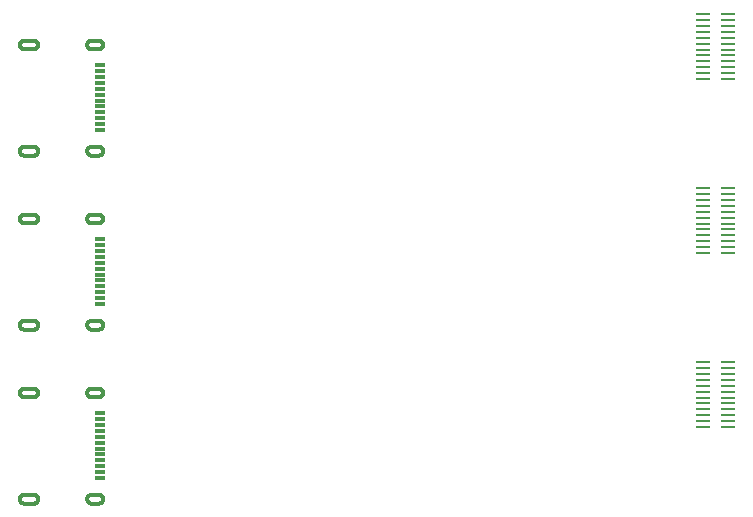
<source format=gbr>
G04 #@! TF.GenerationSoftware,KiCad,Pcbnew,(5.1.7)-1*
G04 #@! TF.CreationDate,2020-12-05T21:57:18-08:00*
G04 #@! TF.ProjectId,DellAdapter_3.1_PanelX3,44656c6c-4164-4617-9074-65725f332e31,rev?*
G04 #@! TF.SameCoordinates,Original*
G04 #@! TF.FileFunction,Paste,Bot*
G04 #@! TF.FilePolarity,Positive*
%FSLAX46Y46*%
G04 Gerber Fmt 4.6, Leading zero omitted, Abs format (unit mm)*
G04 Created by KiCad (PCBNEW (5.1.7)-1) date 2020-12-05 21:57:18*
%MOMM*%
%LPD*%
G01*
G04 APERTURE LIST*
%ADD10C,0.001000*%
%ADD11R,0.914400X0.350000*%
%ADD12R,1.193800X0.280000*%
G04 APERTURE END LIST*
D10*
G36*
X128289000Y-108280000D02*
G01*
X128289000Y-108030000D01*
X128589000Y-108030000D01*
X128615168Y-108030685D01*
X128641264Y-108032739D01*
X128667217Y-108036156D01*
X128692956Y-108040926D01*
X128718410Y-108047037D01*
X128743508Y-108054472D01*
X128768184Y-108063210D01*
X128792368Y-108073227D01*
X128815995Y-108084497D01*
X128839000Y-108096987D01*
X128861320Y-108110665D01*
X128882893Y-108125492D01*
X128903660Y-108141427D01*
X128923565Y-108158428D01*
X128942553Y-108176447D01*
X128960572Y-108195435D01*
X128977573Y-108215340D01*
X128993508Y-108236107D01*
X129008335Y-108257680D01*
X129022013Y-108280000D01*
X129034503Y-108303005D01*
X129045773Y-108326632D01*
X129055790Y-108350816D01*
X129064528Y-108375492D01*
X129071963Y-108400590D01*
X129078074Y-108426044D01*
X129082844Y-108451783D01*
X129086261Y-108477736D01*
X129088315Y-108503832D01*
X129089000Y-108530000D01*
X129088315Y-108556168D01*
X129086261Y-108582264D01*
X129082844Y-108608217D01*
X129078074Y-108633956D01*
X129071963Y-108659410D01*
X129064528Y-108684508D01*
X129055790Y-108709184D01*
X129045773Y-108733368D01*
X129034503Y-108756995D01*
X129022013Y-108780000D01*
X129008335Y-108802320D01*
X128993508Y-108823893D01*
X128977573Y-108844660D01*
X128960572Y-108864565D01*
X128942553Y-108883553D01*
X128923565Y-108901572D01*
X128903660Y-108918573D01*
X128882893Y-108934508D01*
X128861320Y-108949335D01*
X128839000Y-108963013D01*
X128815995Y-108975503D01*
X128792368Y-108986773D01*
X128768184Y-108996790D01*
X128743508Y-109005528D01*
X128718410Y-109012963D01*
X128692956Y-109019074D01*
X128667217Y-109023844D01*
X128641264Y-109027261D01*
X128615168Y-109029315D01*
X128589000Y-109030000D01*
X128289000Y-109030000D01*
X128289000Y-108780000D01*
X128589000Y-108780000D01*
X128602084Y-108779657D01*
X128615132Y-108778630D01*
X128628109Y-108776922D01*
X128640978Y-108774537D01*
X128653705Y-108771481D01*
X128666254Y-108767764D01*
X128678592Y-108763395D01*
X128690684Y-108758386D01*
X128702498Y-108752752D01*
X128714000Y-108746506D01*
X128725160Y-108739668D01*
X128735946Y-108732254D01*
X128746330Y-108724286D01*
X128756283Y-108715786D01*
X128765777Y-108706777D01*
X128774786Y-108697283D01*
X128783286Y-108687330D01*
X128791254Y-108676946D01*
X128798668Y-108666160D01*
X128805506Y-108655000D01*
X128811752Y-108643498D01*
X128817386Y-108631684D01*
X128822395Y-108619592D01*
X128826764Y-108607254D01*
X128830481Y-108594705D01*
X128833537Y-108581978D01*
X128835922Y-108569109D01*
X128837630Y-108556132D01*
X128838657Y-108543084D01*
X128839000Y-108530000D01*
X128838657Y-108516916D01*
X128837630Y-108503868D01*
X128835922Y-108490891D01*
X128833537Y-108478022D01*
X128830481Y-108465295D01*
X128826764Y-108452746D01*
X128822395Y-108440408D01*
X128817386Y-108428316D01*
X128811752Y-108416502D01*
X128805506Y-108405000D01*
X128798668Y-108393840D01*
X128791254Y-108383054D01*
X128783286Y-108372670D01*
X128774786Y-108362717D01*
X128765777Y-108353223D01*
X128756283Y-108344214D01*
X128746330Y-108335714D01*
X128735946Y-108327746D01*
X128725160Y-108320332D01*
X128714000Y-108313494D01*
X128702498Y-108307248D01*
X128690684Y-108301614D01*
X128678592Y-108296605D01*
X128666254Y-108292236D01*
X128653705Y-108288519D01*
X128640978Y-108285463D01*
X128628109Y-108283078D01*
X128615132Y-108281370D01*
X128602084Y-108280343D01*
X128589000Y-108280000D01*
X128289000Y-108280000D01*
G37*
X128289000Y-108280000D02*
X128289000Y-108030000D01*
X128589000Y-108030000D01*
X128615168Y-108030685D01*
X128641264Y-108032739D01*
X128667217Y-108036156D01*
X128692956Y-108040926D01*
X128718410Y-108047037D01*
X128743508Y-108054472D01*
X128768184Y-108063210D01*
X128792368Y-108073227D01*
X128815995Y-108084497D01*
X128839000Y-108096987D01*
X128861320Y-108110665D01*
X128882893Y-108125492D01*
X128903660Y-108141427D01*
X128923565Y-108158428D01*
X128942553Y-108176447D01*
X128960572Y-108195435D01*
X128977573Y-108215340D01*
X128993508Y-108236107D01*
X129008335Y-108257680D01*
X129022013Y-108280000D01*
X129034503Y-108303005D01*
X129045773Y-108326632D01*
X129055790Y-108350816D01*
X129064528Y-108375492D01*
X129071963Y-108400590D01*
X129078074Y-108426044D01*
X129082844Y-108451783D01*
X129086261Y-108477736D01*
X129088315Y-108503832D01*
X129089000Y-108530000D01*
X129088315Y-108556168D01*
X129086261Y-108582264D01*
X129082844Y-108608217D01*
X129078074Y-108633956D01*
X129071963Y-108659410D01*
X129064528Y-108684508D01*
X129055790Y-108709184D01*
X129045773Y-108733368D01*
X129034503Y-108756995D01*
X129022013Y-108780000D01*
X129008335Y-108802320D01*
X128993508Y-108823893D01*
X128977573Y-108844660D01*
X128960572Y-108864565D01*
X128942553Y-108883553D01*
X128923565Y-108901572D01*
X128903660Y-108918573D01*
X128882893Y-108934508D01*
X128861320Y-108949335D01*
X128839000Y-108963013D01*
X128815995Y-108975503D01*
X128792368Y-108986773D01*
X128768184Y-108996790D01*
X128743508Y-109005528D01*
X128718410Y-109012963D01*
X128692956Y-109019074D01*
X128667217Y-109023844D01*
X128641264Y-109027261D01*
X128615168Y-109029315D01*
X128589000Y-109030000D01*
X128289000Y-109030000D01*
X128289000Y-108780000D01*
X128589000Y-108780000D01*
X128602084Y-108779657D01*
X128615132Y-108778630D01*
X128628109Y-108776922D01*
X128640978Y-108774537D01*
X128653705Y-108771481D01*
X128666254Y-108767764D01*
X128678592Y-108763395D01*
X128690684Y-108758386D01*
X128702498Y-108752752D01*
X128714000Y-108746506D01*
X128725160Y-108739668D01*
X128735946Y-108732254D01*
X128746330Y-108724286D01*
X128756283Y-108715786D01*
X128765777Y-108706777D01*
X128774786Y-108697283D01*
X128783286Y-108687330D01*
X128791254Y-108676946D01*
X128798668Y-108666160D01*
X128805506Y-108655000D01*
X128811752Y-108643498D01*
X128817386Y-108631684D01*
X128822395Y-108619592D01*
X128826764Y-108607254D01*
X128830481Y-108594705D01*
X128833537Y-108581978D01*
X128835922Y-108569109D01*
X128837630Y-108556132D01*
X128838657Y-108543084D01*
X128839000Y-108530000D01*
X128838657Y-108516916D01*
X128837630Y-108503868D01*
X128835922Y-108490891D01*
X128833537Y-108478022D01*
X128830481Y-108465295D01*
X128826764Y-108452746D01*
X128822395Y-108440408D01*
X128817386Y-108428316D01*
X128811752Y-108416502D01*
X128805506Y-108405000D01*
X128798668Y-108393840D01*
X128791254Y-108383054D01*
X128783286Y-108372670D01*
X128774786Y-108362717D01*
X128765777Y-108353223D01*
X128756283Y-108344214D01*
X128746330Y-108335714D01*
X128735946Y-108327746D01*
X128725160Y-108320332D01*
X128714000Y-108313494D01*
X128702498Y-108307248D01*
X128690684Y-108301614D01*
X128678592Y-108296605D01*
X128666254Y-108292236D01*
X128653705Y-108288519D01*
X128640978Y-108285463D01*
X128628109Y-108283078D01*
X128615132Y-108281370D01*
X128602084Y-108280343D01*
X128589000Y-108280000D01*
X128289000Y-108280000D01*
G36*
X128289000Y-108780000D02*
G01*
X128289000Y-109030000D01*
X127989000Y-109030000D01*
X127962832Y-109029315D01*
X127936736Y-109027261D01*
X127910783Y-109023844D01*
X127885044Y-109019074D01*
X127859590Y-109012963D01*
X127834492Y-109005528D01*
X127809816Y-108996790D01*
X127785632Y-108986773D01*
X127762005Y-108975503D01*
X127739000Y-108963013D01*
X127716680Y-108949335D01*
X127695107Y-108934508D01*
X127674340Y-108918573D01*
X127654435Y-108901572D01*
X127635447Y-108883553D01*
X127617428Y-108864565D01*
X127600427Y-108844660D01*
X127584492Y-108823893D01*
X127569665Y-108802320D01*
X127555987Y-108780000D01*
X127543497Y-108756995D01*
X127532227Y-108733368D01*
X127522210Y-108709184D01*
X127513472Y-108684508D01*
X127506037Y-108659410D01*
X127499926Y-108633956D01*
X127495156Y-108608217D01*
X127491739Y-108582264D01*
X127489685Y-108556168D01*
X127489000Y-108530000D01*
X127489685Y-108503832D01*
X127491739Y-108477736D01*
X127495156Y-108451783D01*
X127499926Y-108426044D01*
X127506037Y-108400590D01*
X127513472Y-108375492D01*
X127522210Y-108350816D01*
X127532227Y-108326632D01*
X127543497Y-108303005D01*
X127555987Y-108280000D01*
X127569665Y-108257680D01*
X127584492Y-108236107D01*
X127600427Y-108215340D01*
X127617428Y-108195435D01*
X127635447Y-108176447D01*
X127654435Y-108158428D01*
X127674340Y-108141427D01*
X127695107Y-108125492D01*
X127716680Y-108110665D01*
X127739000Y-108096987D01*
X127762005Y-108084497D01*
X127785632Y-108073227D01*
X127809816Y-108063210D01*
X127834492Y-108054472D01*
X127859590Y-108047037D01*
X127885044Y-108040926D01*
X127910783Y-108036156D01*
X127936736Y-108032739D01*
X127962832Y-108030685D01*
X127989000Y-108030000D01*
X128289000Y-108030000D01*
X128289000Y-108280000D01*
X127989000Y-108280000D01*
X127975916Y-108280343D01*
X127962868Y-108281370D01*
X127949891Y-108283078D01*
X127937022Y-108285463D01*
X127924295Y-108288519D01*
X127911746Y-108292236D01*
X127899408Y-108296605D01*
X127887316Y-108301614D01*
X127875502Y-108307248D01*
X127864000Y-108313494D01*
X127852840Y-108320332D01*
X127842054Y-108327746D01*
X127831670Y-108335714D01*
X127821717Y-108344214D01*
X127812223Y-108353223D01*
X127803214Y-108362717D01*
X127794714Y-108372670D01*
X127786746Y-108383054D01*
X127779332Y-108393840D01*
X127772494Y-108405000D01*
X127766248Y-108416502D01*
X127760614Y-108428316D01*
X127755605Y-108440408D01*
X127751236Y-108452746D01*
X127747519Y-108465295D01*
X127744463Y-108478022D01*
X127742078Y-108490891D01*
X127740370Y-108503868D01*
X127739343Y-108516916D01*
X127739000Y-108530000D01*
X127739343Y-108543084D01*
X127740370Y-108556132D01*
X127742078Y-108569109D01*
X127744463Y-108581978D01*
X127747519Y-108594705D01*
X127751236Y-108607254D01*
X127755605Y-108619592D01*
X127760614Y-108631684D01*
X127766248Y-108643498D01*
X127772494Y-108655000D01*
X127779332Y-108666160D01*
X127786746Y-108676946D01*
X127794714Y-108687330D01*
X127803214Y-108697283D01*
X127812223Y-108706777D01*
X127821717Y-108715786D01*
X127831670Y-108724286D01*
X127842054Y-108732254D01*
X127852840Y-108739668D01*
X127864000Y-108746506D01*
X127875502Y-108752752D01*
X127887316Y-108758386D01*
X127899408Y-108763395D01*
X127911746Y-108767764D01*
X127924295Y-108771481D01*
X127937022Y-108774537D01*
X127949891Y-108776922D01*
X127962868Y-108778630D01*
X127975916Y-108779657D01*
X127989000Y-108780000D01*
X128289000Y-108780000D01*
G37*
X128289000Y-108780000D02*
X128289000Y-109030000D01*
X127989000Y-109030000D01*
X127962832Y-109029315D01*
X127936736Y-109027261D01*
X127910783Y-109023844D01*
X127885044Y-109019074D01*
X127859590Y-109012963D01*
X127834492Y-109005528D01*
X127809816Y-108996790D01*
X127785632Y-108986773D01*
X127762005Y-108975503D01*
X127739000Y-108963013D01*
X127716680Y-108949335D01*
X127695107Y-108934508D01*
X127674340Y-108918573D01*
X127654435Y-108901572D01*
X127635447Y-108883553D01*
X127617428Y-108864565D01*
X127600427Y-108844660D01*
X127584492Y-108823893D01*
X127569665Y-108802320D01*
X127555987Y-108780000D01*
X127543497Y-108756995D01*
X127532227Y-108733368D01*
X127522210Y-108709184D01*
X127513472Y-108684508D01*
X127506037Y-108659410D01*
X127499926Y-108633956D01*
X127495156Y-108608217D01*
X127491739Y-108582264D01*
X127489685Y-108556168D01*
X127489000Y-108530000D01*
X127489685Y-108503832D01*
X127491739Y-108477736D01*
X127495156Y-108451783D01*
X127499926Y-108426044D01*
X127506037Y-108400590D01*
X127513472Y-108375492D01*
X127522210Y-108350816D01*
X127532227Y-108326632D01*
X127543497Y-108303005D01*
X127555987Y-108280000D01*
X127569665Y-108257680D01*
X127584492Y-108236107D01*
X127600427Y-108215340D01*
X127617428Y-108195435D01*
X127635447Y-108176447D01*
X127654435Y-108158428D01*
X127674340Y-108141427D01*
X127695107Y-108125492D01*
X127716680Y-108110665D01*
X127739000Y-108096987D01*
X127762005Y-108084497D01*
X127785632Y-108073227D01*
X127809816Y-108063210D01*
X127834492Y-108054472D01*
X127859590Y-108047037D01*
X127885044Y-108040926D01*
X127910783Y-108036156D01*
X127936736Y-108032739D01*
X127962832Y-108030685D01*
X127989000Y-108030000D01*
X128289000Y-108030000D01*
X128289000Y-108280000D01*
X127989000Y-108280000D01*
X127975916Y-108280343D01*
X127962868Y-108281370D01*
X127949891Y-108283078D01*
X127937022Y-108285463D01*
X127924295Y-108288519D01*
X127911746Y-108292236D01*
X127899408Y-108296605D01*
X127887316Y-108301614D01*
X127875502Y-108307248D01*
X127864000Y-108313494D01*
X127852840Y-108320332D01*
X127842054Y-108327746D01*
X127831670Y-108335714D01*
X127821717Y-108344214D01*
X127812223Y-108353223D01*
X127803214Y-108362717D01*
X127794714Y-108372670D01*
X127786746Y-108383054D01*
X127779332Y-108393840D01*
X127772494Y-108405000D01*
X127766248Y-108416502D01*
X127760614Y-108428316D01*
X127755605Y-108440408D01*
X127751236Y-108452746D01*
X127747519Y-108465295D01*
X127744463Y-108478022D01*
X127742078Y-108490891D01*
X127740370Y-108503868D01*
X127739343Y-108516916D01*
X127739000Y-108530000D01*
X127739343Y-108543084D01*
X127740370Y-108556132D01*
X127742078Y-108569109D01*
X127744463Y-108581978D01*
X127747519Y-108594705D01*
X127751236Y-108607254D01*
X127755605Y-108619592D01*
X127760614Y-108631684D01*
X127766248Y-108643498D01*
X127772494Y-108655000D01*
X127779332Y-108666160D01*
X127786746Y-108676946D01*
X127794714Y-108687330D01*
X127803214Y-108697283D01*
X127812223Y-108706777D01*
X127821717Y-108715786D01*
X127831670Y-108724286D01*
X127842054Y-108732254D01*
X127852840Y-108739668D01*
X127864000Y-108746506D01*
X127875502Y-108752752D01*
X127887316Y-108758386D01*
X127899408Y-108763395D01*
X127911746Y-108767764D01*
X127924295Y-108771481D01*
X127937022Y-108774537D01*
X127949891Y-108776922D01*
X127962868Y-108778630D01*
X127975916Y-108779657D01*
X127989000Y-108780000D01*
X128289000Y-108780000D01*
G36*
X128289000Y-117280000D02*
G01*
X128289000Y-117030000D01*
X128589000Y-117030000D01*
X128615168Y-117030685D01*
X128641264Y-117032739D01*
X128667217Y-117036156D01*
X128692956Y-117040926D01*
X128718410Y-117047037D01*
X128743508Y-117054472D01*
X128768184Y-117063210D01*
X128792368Y-117073227D01*
X128815995Y-117084497D01*
X128839000Y-117096987D01*
X128861320Y-117110665D01*
X128882893Y-117125492D01*
X128903660Y-117141427D01*
X128923565Y-117158428D01*
X128942553Y-117176447D01*
X128960572Y-117195435D01*
X128977573Y-117215340D01*
X128993508Y-117236107D01*
X129008335Y-117257680D01*
X129022013Y-117280000D01*
X129034503Y-117303005D01*
X129045773Y-117326632D01*
X129055790Y-117350816D01*
X129064528Y-117375492D01*
X129071963Y-117400590D01*
X129078074Y-117426044D01*
X129082844Y-117451783D01*
X129086261Y-117477736D01*
X129088315Y-117503832D01*
X129089000Y-117530000D01*
X129088315Y-117556168D01*
X129086261Y-117582264D01*
X129082844Y-117608217D01*
X129078074Y-117633956D01*
X129071963Y-117659410D01*
X129064528Y-117684508D01*
X129055790Y-117709184D01*
X129045773Y-117733368D01*
X129034503Y-117756995D01*
X129022013Y-117780000D01*
X129008335Y-117802320D01*
X128993508Y-117823893D01*
X128977573Y-117844660D01*
X128960572Y-117864565D01*
X128942553Y-117883553D01*
X128923565Y-117901572D01*
X128903660Y-117918573D01*
X128882893Y-117934508D01*
X128861320Y-117949335D01*
X128839000Y-117963013D01*
X128815995Y-117975503D01*
X128792368Y-117986773D01*
X128768184Y-117996790D01*
X128743508Y-118005528D01*
X128718410Y-118012963D01*
X128692956Y-118019074D01*
X128667217Y-118023844D01*
X128641264Y-118027261D01*
X128615168Y-118029315D01*
X128589000Y-118030000D01*
X128289000Y-118030000D01*
X128289000Y-117780000D01*
X128589000Y-117780000D01*
X128602084Y-117779657D01*
X128615132Y-117778630D01*
X128628109Y-117776922D01*
X128640978Y-117774537D01*
X128653705Y-117771481D01*
X128666254Y-117767764D01*
X128678592Y-117763395D01*
X128690684Y-117758386D01*
X128702498Y-117752752D01*
X128714000Y-117746506D01*
X128725160Y-117739668D01*
X128735946Y-117732254D01*
X128746330Y-117724286D01*
X128756283Y-117715786D01*
X128765777Y-117706777D01*
X128774786Y-117697283D01*
X128783286Y-117687330D01*
X128791254Y-117676946D01*
X128798668Y-117666160D01*
X128805506Y-117655000D01*
X128811752Y-117643498D01*
X128817386Y-117631684D01*
X128822395Y-117619592D01*
X128826764Y-117607254D01*
X128830481Y-117594705D01*
X128833537Y-117581978D01*
X128835922Y-117569109D01*
X128837630Y-117556132D01*
X128838657Y-117543084D01*
X128839000Y-117530000D01*
X128838657Y-117516916D01*
X128837630Y-117503868D01*
X128835922Y-117490891D01*
X128833537Y-117478022D01*
X128830481Y-117465295D01*
X128826764Y-117452746D01*
X128822395Y-117440408D01*
X128817386Y-117428316D01*
X128811752Y-117416502D01*
X128805506Y-117405000D01*
X128798668Y-117393840D01*
X128791254Y-117383054D01*
X128783286Y-117372670D01*
X128774786Y-117362717D01*
X128765777Y-117353223D01*
X128756283Y-117344214D01*
X128746330Y-117335714D01*
X128735946Y-117327746D01*
X128725160Y-117320332D01*
X128714000Y-117313494D01*
X128702498Y-117307248D01*
X128690684Y-117301614D01*
X128678592Y-117296605D01*
X128666254Y-117292236D01*
X128653705Y-117288519D01*
X128640978Y-117285463D01*
X128628109Y-117283078D01*
X128615132Y-117281370D01*
X128602084Y-117280343D01*
X128589000Y-117280000D01*
X128289000Y-117280000D01*
G37*
X128289000Y-117280000D02*
X128289000Y-117030000D01*
X128589000Y-117030000D01*
X128615168Y-117030685D01*
X128641264Y-117032739D01*
X128667217Y-117036156D01*
X128692956Y-117040926D01*
X128718410Y-117047037D01*
X128743508Y-117054472D01*
X128768184Y-117063210D01*
X128792368Y-117073227D01*
X128815995Y-117084497D01*
X128839000Y-117096987D01*
X128861320Y-117110665D01*
X128882893Y-117125492D01*
X128903660Y-117141427D01*
X128923565Y-117158428D01*
X128942553Y-117176447D01*
X128960572Y-117195435D01*
X128977573Y-117215340D01*
X128993508Y-117236107D01*
X129008335Y-117257680D01*
X129022013Y-117280000D01*
X129034503Y-117303005D01*
X129045773Y-117326632D01*
X129055790Y-117350816D01*
X129064528Y-117375492D01*
X129071963Y-117400590D01*
X129078074Y-117426044D01*
X129082844Y-117451783D01*
X129086261Y-117477736D01*
X129088315Y-117503832D01*
X129089000Y-117530000D01*
X129088315Y-117556168D01*
X129086261Y-117582264D01*
X129082844Y-117608217D01*
X129078074Y-117633956D01*
X129071963Y-117659410D01*
X129064528Y-117684508D01*
X129055790Y-117709184D01*
X129045773Y-117733368D01*
X129034503Y-117756995D01*
X129022013Y-117780000D01*
X129008335Y-117802320D01*
X128993508Y-117823893D01*
X128977573Y-117844660D01*
X128960572Y-117864565D01*
X128942553Y-117883553D01*
X128923565Y-117901572D01*
X128903660Y-117918573D01*
X128882893Y-117934508D01*
X128861320Y-117949335D01*
X128839000Y-117963013D01*
X128815995Y-117975503D01*
X128792368Y-117986773D01*
X128768184Y-117996790D01*
X128743508Y-118005528D01*
X128718410Y-118012963D01*
X128692956Y-118019074D01*
X128667217Y-118023844D01*
X128641264Y-118027261D01*
X128615168Y-118029315D01*
X128589000Y-118030000D01*
X128289000Y-118030000D01*
X128289000Y-117780000D01*
X128589000Y-117780000D01*
X128602084Y-117779657D01*
X128615132Y-117778630D01*
X128628109Y-117776922D01*
X128640978Y-117774537D01*
X128653705Y-117771481D01*
X128666254Y-117767764D01*
X128678592Y-117763395D01*
X128690684Y-117758386D01*
X128702498Y-117752752D01*
X128714000Y-117746506D01*
X128725160Y-117739668D01*
X128735946Y-117732254D01*
X128746330Y-117724286D01*
X128756283Y-117715786D01*
X128765777Y-117706777D01*
X128774786Y-117697283D01*
X128783286Y-117687330D01*
X128791254Y-117676946D01*
X128798668Y-117666160D01*
X128805506Y-117655000D01*
X128811752Y-117643498D01*
X128817386Y-117631684D01*
X128822395Y-117619592D01*
X128826764Y-117607254D01*
X128830481Y-117594705D01*
X128833537Y-117581978D01*
X128835922Y-117569109D01*
X128837630Y-117556132D01*
X128838657Y-117543084D01*
X128839000Y-117530000D01*
X128838657Y-117516916D01*
X128837630Y-117503868D01*
X128835922Y-117490891D01*
X128833537Y-117478022D01*
X128830481Y-117465295D01*
X128826764Y-117452746D01*
X128822395Y-117440408D01*
X128817386Y-117428316D01*
X128811752Y-117416502D01*
X128805506Y-117405000D01*
X128798668Y-117393840D01*
X128791254Y-117383054D01*
X128783286Y-117372670D01*
X128774786Y-117362717D01*
X128765777Y-117353223D01*
X128756283Y-117344214D01*
X128746330Y-117335714D01*
X128735946Y-117327746D01*
X128725160Y-117320332D01*
X128714000Y-117313494D01*
X128702498Y-117307248D01*
X128690684Y-117301614D01*
X128678592Y-117296605D01*
X128666254Y-117292236D01*
X128653705Y-117288519D01*
X128640978Y-117285463D01*
X128628109Y-117283078D01*
X128615132Y-117281370D01*
X128602084Y-117280343D01*
X128589000Y-117280000D01*
X128289000Y-117280000D01*
G36*
X128289000Y-117780000D02*
G01*
X128289000Y-118030000D01*
X127989000Y-118030000D01*
X127962832Y-118029315D01*
X127936736Y-118027261D01*
X127910783Y-118023844D01*
X127885044Y-118019074D01*
X127859590Y-118012963D01*
X127834492Y-118005528D01*
X127809816Y-117996790D01*
X127785632Y-117986773D01*
X127762005Y-117975503D01*
X127739000Y-117963013D01*
X127716680Y-117949335D01*
X127695107Y-117934508D01*
X127674340Y-117918573D01*
X127654435Y-117901572D01*
X127635447Y-117883553D01*
X127617428Y-117864565D01*
X127600427Y-117844660D01*
X127584492Y-117823893D01*
X127569665Y-117802320D01*
X127555987Y-117780000D01*
X127543497Y-117756995D01*
X127532227Y-117733368D01*
X127522210Y-117709184D01*
X127513472Y-117684508D01*
X127506037Y-117659410D01*
X127499926Y-117633956D01*
X127495156Y-117608217D01*
X127491739Y-117582264D01*
X127489685Y-117556168D01*
X127489000Y-117530000D01*
X127489685Y-117503832D01*
X127491739Y-117477736D01*
X127495156Y-117451783D01*
X127499926Y-117426044D01*
X127506037Y-117400590D01*
X127513472Y-117375492D01*
X127522210Y-117350816D01*
X127532227Y-117326632D01*
X127543497Y-117303005D01*
X127555987Y-117280000D01*
X127569665Y-117257680D01*
X127584492Y-117236107D01*
X127600427Y-117215340D01*
X127617428Y-117195435D01*
X127635447Y-117176447D01*
X127654435Y-117158428D01*
X127674340Y-117141427D01*
X127695107Y-117125492D01*
X127716680Y-117110665D01*
X127739000Y-117096987D01*
X127762005Y-117084497D01*
X127785632Y-117073227D01*
X127809816Y-117063210D01*
X127834492Y-117054472D01*
X127859590Y-117047037D01*
X127885044Y-117040926D01*
X127910783Y-117036156D01*
X127936736Y-117032739D01*
X127962832Y-117030685D01*
X127989000Y-117030000D01*
X128289000Y-117030000D01*
X128289000Y-117280000D01*
X127989000Y-117280000D01*
X127975916Y-117280343D01*
X127962868Y-117281370D01*
X127949891Y-117283078D01*
X127937022Y-117285463D01*
X127924295Y-117288519D01*
X127911746Y-117292236D01*
X127899408Y-117296605D01*
X127887316Y-117301614D01*
X127875502Y-117307248D01*
X127864000Y-117313494D01*
X127852840Y-117320332D01*
X127842054Y-117327746D01*
X127831670Y-117335714D01*
X127821717Y-117344214D01*
X127812223Y-117353223D01*
X127803214Y-117362717D01*
X127794714Y-117372670D01*
X127786746Y-117383054D01*
X127779332Y-117393840D01*
X127772494Y-117405000D01*
X127766248Y-117416502D01*
X127760614Y-117428316D01*
X127755605Y-117440408D01*
X127751236Y-117452746D01*
X127747519Y-117465295D01*
X127744463Y-117478022D01*
X127742078Y-117490891D01*
X127740370Y-117503868D01*
X127739343Y-117516916D01*
X127739000Y-117530000D01*
X127739343Y-117543084D01*
X127740370Y-117556132D01*
X127742078Y-117569109D01*
X127744463Y-117581978D01*
X127747519Y-117594705D01*
X127751236Y-117607254D01*
X127755605Y-117619592D01*
X127760614Y-117631684D01*
X127766248Y-117643498D01*
X127772494Y-117655000D01*
X127779332Y-117666160D01*
X127786746Y-117676946D01*
X127794714Y-117687330D01*
X127803214Y-117697283D01*
X127812223Y-117706777D01*
X127821717Y-117715786D01*
X127831670Y-117724286D01*
X127842054Y-117732254D01*
X127852840Y-117739668D01*
X127864000Y-117746506D01*
X127875502Y-117752752D01*
X127887316Y-117758386D01*
X127899408Y-117763395D01*
X127911746Y-117767764D01*
X127924295Y-117771481D01*
X127937022Y-117774537D01*
X127949891Y-117776922D01*
X127962868Y-117778630D01*
X127975916Y-117779657D01*
X127989000Y-117780000D01*
X128289000Y-117780000D01*
G37*
X128289000Y-117780000D02*
X128289000Y-118030000D01*
X127989000Y-118030000D01*
X127962832Y-118029315D01*
X127936736Y-118027261D01*
X127910783Y-118023844D01*
X127885044Y-118019074D01*
X127859590Y-118012963D01*
X127834492Y-118005528D01*
X127809816Y-117996790D01*
X127785632Y-117986773D01*
X127762005Y-117975503D01*
X127739000Y-117963013D01*
X127716680Y-117949335D01*
X127695107Y-117934508D01*
X127674340Y-117918573D01*
X127654435Y-117901572D01*
X127635447Y-117883553D01*
X127617428Y-117864565D01*
X127600427Y-117844660D01*
X127584492Y-117823893D01*
X127569665Y-117802320D01*
X127555987Y-117780000D01*
X127543497Y-117756995D01*
X127532227Y-117733368D01*
X127522210Y-117709184D01*
X127513472Y-117684508D01*
X127506037Y-117659410D01*
X127499926Y-117633956D01*
X127495156Y-117608217D01*
X127491739Y-117582264D01*
X127489685Y-117556168D01*
X127489000Y-117530000D01*
X127489685Y-117503832D01*
X127491739Y-117477736D01*
X127495156Y-117451783D01*
X127499926Y-117426044D01*
X127506037Y-117400590D01*
X127513472Y-117375492D01*
X127522210Y-117350816D01*
X127532227Y-117326632D01*
X127543497Y-117303005D01*
X127555987Y-117280000D01*
X127569665Y-117257680D01*
X127584492Y-117236107D01*
X127600427Y-117215340D01*
X127617428Y-117195435D01*
X127635447Y-117176447D01*
X127654435Y-117158428D01*
X127674340Y-117141427D01*
X127695107Y-117125492D01*
X127716680Y-117110665D01*
X127739000Y-117096987D01*
X127762005Y-117084497D01*
X127785632Y-117073227D01*
X127809816Y-117063210D01*
X127834492Y-117054472D01*
X127859590Y-117047037D01*
X127885044Y-117040926D01*
X127910783Y-117036156D01*
X127936736Y-117032739D01*
X127962832Y-117030685D01*
X127989000Y-117030000D01*
X128289000Y-117030000D01*
X128289000Y-117280000D01*
X127989000Y-117280000D01*
X127975916Y-117280343D01*
X127962868Y-117281370D01*
X127949891Y-117283078D01*
X127937022Y-117285463D01*
X127924295Y-117288519D01*
X127911746Y-117292236D01*
X127899408Y-117296605D01*
X127887316Y-117301614D01*
X127875502Y-117307248D01*
X127864000Y-117313494D01*
X127852840Y-117320332D01*
X127842054Y-117327746D01*
X127831670Y-117335714D01*
X127821717Y-117344214D01*
X127812223Y-117353223D01*
X127803214Y-117362717D01*
X127794714Y-117372670D01*
X127786746Y-117383054D01*
X127779332Y-117393840D01*
X127772494Y-117405000D01*
X127766248Y-117416502D01*
X127760614Y-117428316D01*
X127755605Y-117440408D01*
X127751236Y-117452746D01*
X127747519Y-117465295D01*
X127744463Y-117478022D01*
X127742078Y-117490891D01*
X127740370Y-117503868D01*
X127739343Y-117516916D01*
X127739000Y-117530000D01*
X127739343Y-117543084D01*
X127740370Y-117556132D01*
X127742078Y-117569109D01*
X127744463Y-117581978D01*
X127747519Y-117594705D01*
X127751236Y-117607254D01*
X127755605Y-117619592D01*
X127760614Y-117631684D01*
X127766248Y-117643498D01*
X127772494Y-117655000D01*
X127779332Y-117666160D01*
X127786746Y-117676946D01*
X127794714Y-117687330D01*
X127803214Y-117697283D01*
X127812223Y-117706777D01*
X127821717Y-117715786D01*
X127831670Y-117724286D01*
X127842054Y-117732254D01*
X127852840Y-117739668D01*
X127864000Y-117746506D01*
X127875502Y-117752752D01*
X127887316Y-117758386D01*
X127899408Y-117763395D01*
X127911746Y-117767764D01*
X127924295Y-117771481D01*
X127937022Y-117774537D01*
X127949891Y-117776922D01*
X127962868Y-117778630D01*
X127975916Y-117779657D01*
X127989000Y-117780000D01*
X128289000Y-117780000D01*
G36*
X122689000Y-108280000D02*
G01*
X122689000Y-108030000D01*
X123089000Y-108030000D01*
X123115168Y-108030685D01*
X123141264Y-108032739D01*
X123167217Y-108036156D01*
X123192956Y-108040926D01*
X123218410Y-108047037D01*
X123243508Y-108054472D01*
X123268184Y-108063210D01*
X123292368Y-108073227D01*
X123315995Y-108084497D01*
X123339000Y-108096987D01*
X123361320Y-108110665D01*
X123382893Y-108125492D01*
X123403660Y-108141427D01*
X123423565Y-108158428D01*
X123442553Y-108176447D01*
X123460572Y-108195435D01*
X123477573Y-108215340D01*
X123493508Y-108236107D01*
X123508335Y-108257680D01*
X123522013Y-108280000D01*
X123534503Y-108303005D01*
X123545773Y-108326632D01*
X123555790Y-108350816D01*
X123564528Y-108375492D01*
X123571963Y-108400590D01*
X123578074Y-108426044D01*
X123582844Y-108451783D01*
X123586261Y-108477736D01*
X123588315Y-108503832D01*
X123589000Y-108530000D01*
X123588315Y-108556168D01*
X123586261Y-108582264D01*
X123582844Y-108608217D01*
X123578074Y-108633956D01*
X123571963Y-108659410D01*
X123564528Y-108684508D01*
X123555790Y-108709184D01*
X123545773Y-108733368D01*
X123534503Y-108756995D01*
X123522013Y-108780000D01*
X123508335Y-108802320D01*
X123493508Y-108823893D01*
X123477573Y-108844660D01*
X123460572Y-108864565D01*
X123442553Y-108883553D01*
X123423565Y-108901572D01*
X123403660Y-108918573D01*
X123382893Y-108934508D01*
X123361320Y-108949335D01*
X123339000Y-108963013D01*
X123315995Y-108975503D01*
X123292368Y-108986773D01*
X123268184Y-108996790D01*
X123243508Y-109005528D01*
X123218410Y-109012963D01*
X123192956Y-109019074D01*
X123167217Y-109023844D01*
X123141264Y-109027261D01*
X123115168Y-109029315D01*
X123089000Y-109030000D01*
X122689000Y-109030000D01*
X122689000Y-108780000D01*
X123089000Y-108780000D01*
X123102084Y-108779657D01*
X123115132Y-108778630D01*
X123128109Y-108776922D01*
X123140978Y-108774537D01*
X123153705Y-108771481D01*
X123166254Y-108767764D01*
X123178592Y-108763395D01*
X123190684Y-108758386D01*
X123202498Y-108752752D01*
X123214000Y-108746506D01*
X123225160Y-108739668D01*
X123235946Y-108732254D01*
X123246330Y-108724286D01*
X123256283Y-108715786D01*
X123265777Y-108706777D01*
X123274786Y-108697283D01*
X123283286Y-108687330D01*
X123291254Y-108676946D01*
X123298668Y-108666160D01*
X123305506Y-108655000D01*
X123311752Y-108643498D01*
X123317386Y-108631684D01*
X123322395Y-108619592D01*
X123326764Y-108607254D01*
X123330481Y-108594705D01*
X123333537Y-108581978D01*
X123335922Y-108569109D01*
X123337630Y-108556132D01*
X123338657Y-108543084D01*
X123339000Y-108530000D01*
X123338657Y-108516916D01*
X123337630Y-108503868D01*
X123335922Y-108490891D01*
X123333537Y-108478022D01*
X123330481Y-108465295D01*
X123326764Y-108452746D01*
X123322395Y-108440408D01*
X123317386Y-108428316D01*
X123311752Y-108416502D01*
X123305506Y-108405000D01*
X123298668Y-108393840D01*
X123291254Y-108383054D01*
X123283286Y-108372670D01*
X123274786Y-108362717D01*
X123265777Y-108353223D01*
X123256283Y-108344214D01*
X123246330Y-108335714D01*
X123235946Y-108327746D01*
X123225160Y-108320332D01*
X123214000Y-108313494D01*
X123202498Y-108307248D01*
X123190684Y-108301614D01*
X123178592Y-108296605D01*
X123166254Y-108292236D01*
X123153705Y-108288519D01*
X123140978Y-108285463D01*
X123128109Y-108283078D01*
X123115132Y-108281370D01*
X123102084Y-108280343D01*
X123089000Y-108280000D01*
X122689000Y-108280000D01*
G37*
X122689000Y-108280000D02*
X122689000Y-108030000D01*
X123089000Y-108030000D01*
X123115168Y-108030685D01*
X123141264Y-108032739D01*
X123167217Y-108036156D01*
X123192956Y-108040926D01*
X123218410Y-108047037D01*
X123243508Y-108054472D01*
X123268184Y-108063210D01*
X123292368Y-108073227D01*
X123315995Y-108084497D01*
X123339000Y-108096987D01*
X123361320Y-108110665D01*
X123382893Y-108125492D01*
X123403660Y-108141427D01*
X123423565Y-108158428D01*
X123442553Y-108176447D01*
X123460572Y-108195435D01*
X123477573Y-108215340D01*
X123493508Y-108236107D01*
X123508335Y-108257680D01*
X123522013Y-108280000D01*
X123534503Y-108303005D01*
X123545773Y-108326632D01*
X123555790Y-108350816D01*
X123564528Y-108375492D01*
X123571963Y-108400590D01*
X123578074Y-108426044D01*
X123582844Y-108451783D01*
X123586261Y-108477736D01*
X123588315Y-108503832D01*
X123589000Y-108530000D01*
X123588315Y-108556168D01*
X123586261Y-108582264D01*
X123582844Y-108608217D01*
X123578074Y-108633956D01*
X123571963Y-108659410D01*
X123564528Y-108684508D01*
X123555790Y-108709184D01*
X123545773Y-108733368D01*
X123534503Y-108756995D01*
X123522013Y-108780000D01*
X123508335Y-108802320D01*
X123493508Y-108823893D01*
X123477573Y-108844660D01*
X123460572Y-108864565D01*
X123442553Y-108883553D01*
X123423565Y-108901572D01*
X123403660Y-108918573D01*
X123382893Y-108934508D01*
X123361320Y-108949335D01*
X123339000Y-108963013D01*
X123315995Y-108975503D01*
X123292368Y-108986773D01*
X123268184Y-108996790D01*
X123243508Y-109005528D01*
X123218410Y-109012963D01*
X123192956Y-109019074D01*
X123167217Y-109023844D01*
X123141264Y-109027261D01*
X123115168Y-109029315D01*
X123089000Y-109030000D01*
X122689000Y-109030000D01*
X122689000Y-108780000D01*
X123089000Y-108780000D01*
X123102084Y-108779657D01*
X123115132Y-108778630D01*
X123128109Y-108776922D01*
X123140978Y-108774537D01*
X123153705Y-108771481D01*
X123166254Y-108767764D01*
X123178592Y-108763395D01*
X123190684Y-108758386D01*
X123202498Y-108752752D01*
X123214000Y-108746506D01*
X123225160Y-108739668D01*
X123235946Y-108732254D01*
X123246330Y-108724286D01*
X123256283Y-108715786D01*
X123265777Y-108706777D01*
X123274786Y-108697283D01*
X123283286Y-108687330D01*
X123291254Y-108676946D01*
X123298668Y-108666160D01*
X123305506Y-108655000D01*
X123311752Y-108643498D01*
X123317386Y-108631684D01*
X123322395Y-108619592D01*
X123326764Y-108607254D01*
X123330481Y-108594705D01*
X123333537Y-108581978D01*
X123335922Y-108569109D01*
X123337630Y-108556132D01*
X123338657Y-108543084D01*
X123339000Y-108530000D01*
X123338657Y-108516916D01*
X123337630Y-108503868D01*
X123335922Y-108490891D01*
X123333537Y-108478022D01*
X123330481Y-108465295D01*
X123326764Y-108452746D01*
X123322395Y-108440408D01*
X123317386Y-108428316D01*
X123311752Y-108416502D01*
X123305506Y-108405000D01*
X123298668Y-108393840D01*
X123291254Y-108383054D01*
X123283286Y-108372670D01*
X123274786Y-108362717D01*
X123265777Y-108353223D01*
X123256283Y-108344214D01*
X123246330Y-108335714D01*
X123235946Y-108327746D01*
X123225160Y-108320332D01*
X123214000Y-108313494D01*
X123202498Y-108307248D01*
X123190684Y-108301614D01*
X123178592Y-108296605D01*
X123166254Y-108292236D01*
X123153705Y-108288519D01*
X123140978Y-108285463D01*
X123128109Y-108283078D01*
X123115132Y-108281370D01*
X123102084Y-108280343D01*
X123089000Y-108280000D01*
X122689000Y-108280000D01*
G36*
X122689000Y-108780000D02*
G01*
X122689000Y-109030000D01*
X122289000Y-109030000D01*
X122262832Y-109029315D01*
X122236736Y-109027261D01*
X122210783Y-109023844D01*
X122185044Y-109019074D01*
X122159590Y-109012963D01*
X122134492Y-109005528D01*
X122109816Y-108996790D01*
X122085632Y-108986773D01*
X122062005Y-108975503D01*
X122039000Y-108963013D01*
X122016680Y-108949335D01*
X121995107Y-108934508D01*
X121974340Y-108918573D01*
X121954435Y-108901572D01*
X121935447Y-108883553D01*
X121917428Y-108864565D01*
X121900427Y-108844660D01*
X121884492Y-108823893D01*
X121869665Y-108802320D01*
X121855987Y-108780000D01*
X121843497Y-108756995D01*
X121832227Y-108733368D01*
X121822210Y-108709184D01*
X121813472Y-108684508D01*
X121806037Y-108659410D01*
X121799926Y-108633956D01*
X121795156Y-108608217D01*
X121791739Y-108582264D01*
X121789685Y-108556168D01*
X121789000Y-108530000D01*
X121789685Y-108503832D01*
X121791739Y-108477736D01*
X121795156Y-108451783D01*
X121799926Y-108426044D01*
X121806037Y-108400590D01*
X121813472Y-108375492D01*
X121822210Y-108350816D01*
X121832227Y-108326632D01*
X121843497Y-108303005D01*
X121855987Y-108280000D01*
X121869665Y-108257680D01*
X121884492Y-108236107D01*
X121900427Y-108215340D01*
X121917428Y-108195435D01*
X121935447Y-108176447D01*
X121954435Y-108158428D01*
X121974340Y-108141427D01*
X121995107Y-108125492D01*
X122016680Y-108110665D01*
X122039000Y-108096987D01*
X122062005Y-108084497D01*
X122085632Y-108073227D01*
X122109816Y-108063210D01*
X122134492Y-108054472D01*
X122159590Y-108047037D01*
X122185044Y-108040926D01*
X122210783Y-108036156D01*
X122236736Y-108032739D01*
X122262832Y-108030685D01*
X122289000Y-108030000D01*
X122689000Y-108030000D01*
X122689000Y-108280000D01*
X122289000Y-108280000D01*
X122275916Y-108280343D01*
X122262868Y-108281370D01*
X122249891Y-108283078D01*
X122237022Y-108285463D01*
X122224295Y-108288519D01*
X122211746Y-108292236D01*
X122199408Y-108296605D01*
X122187316Y-108301614D01*
X122175502Y-108307248D01*
X122164000Y-108313494D01*
X122152840Y-108320332D01*
X122142054Y-108327746D01*
X122131670Y-108335714D01*
X122121717Y-108344214D01*
X122112223Y-108353223D01*
X122103214Y-108362717D01*
X122094714Y-108372670D01*
X122086746Y-108383054D01*
X122079332Y-108393840D01*
X122072494Y-108405000D01*
X122066248Y-108416502D01*
X122060614Y-108428316D01*
X122055605Y-108440408D01*
X122051236Y-108452746D01*
X122047519Y-108465295D01*
X122044463Y-108478022D01*
X122042078Y-108490891D01*
X122040370Y-108503868D01*
X122039343Y-108516916D01*
X122039000Y-108530000D01*
X122039343Y-108543084D01*
X122040370Y-108556132D01*
X122042078Y-108569109D01*
X122044463Y-108581978D01*
X122047519Y-108594705D01*
X122051236Y-108607254D01*
X122055605Y-108619592D01*
X122060614Y-108631684D01*
X122066248Y-108643498D01*
X122072494Y-108655000D01*
X122079332Y-108666160D01*
X122086746Y-108676946D01*
X122094714Y-108687330D01*
X122103214Y-108697283D01*
X122112223Y-108706777D01*
X122121717Y-108715786D01*
X122131670Y-108724286D01*
X122142054Y-108732254D01*
X122152840Y-108739668D01*
X122164000Y-108746506D01*
X122175502Y-108752752D01*
X122187316Y-108758386D01*
X122199408Y-108763395D01*
X122211746Y-108767764D01*
X122224295Y-108771481D01*
X122237022Y-108774537D01*
X122249891Y-108776922D01*
X122262868Y-108778630D01*
X122275916Y-108779657D01*
X122289000Y-108780000D01*
X122689000Y-108780000D01*
G37*
X122689000Y-108780000D02*
X122689000Y-109030000D01*
X122289000Y-109030000D01*
X122262832Y-109029315D01*
X122236736Y-109027261D01*
X122210783Y-109023844D01*
X122185044Y-109019074D01*
X122159590Y-109012963D01*
X122134492Y-109005528D01*
X122109816Y-108996790D01*
X122085632Y-108986773D01*
X122062005Y-108975503D01*
X122039000Y-108963013D01*
X122016680Y-108949335D01*
X121995107Y-108934508D01*
X121974340Y-108918573D01*
X121954435Y-108901572D01*
X121935447Y-108883553D01*
X121917428Y-108864565D01*
X121900427Y-108844660D01*
X121884492Y-108823893D01*
X121869665Y-108802320D01*
X121855987Y-108780000D01*
X121843497Y-108756995D01*
X121832227Y-108733368D01*
X121822210Y-108709184D01*
X121813472Y-108684508D01*
X121806037Y-108659410D01*
X121799926Y-108633956D01*
X121795156Y-108608217D01*
X121791739Y-108582264D01*
X121789685Y-108556168D01*
X121789000Y-108530000D01*
X121789685Y-108503832D01*
X121791739Y-108477736D01*
X121795156Y-108451783D01*
X121799926Y-108426044D01*
X121806037Y-108400590D01*
X121813472Y-108375492D01*
X121822210Y-108350816D01*
X121832227Y-108326632D01*
X121843497Y-108303005D01*
X121855987Y-108280000D01*
X121869665Y-108257680D01*
X121884492Y-108236107D01*
X121900427Y-108215340D01*
X121917428Y-108195435D01*
X121935447Y-108176447D01*
X121954435Y-108158428D01*
X121974340Y-108141427D01*
X121995107Y-108125492D01*
X122016680Y-108110665D01*
X122039000Y-108096987D01*
X122062005Y-108084497D01*
X122085632Y-108073227D01*
X122109816Y-108063210D01*
X122134492Y-108054472D01*
X122159590Y-108047037D01*
X122185044Y-108040926D01*
X122210783Y-108036156D01*
X122236736Y-108032739D01*
X122262832Y-108030685D01*
X122289000Y-108030000D01*
X122689000Y-108030000D01*
X122689000Y-108280000D01*
X122289000Y-108280000D01*
X122275916Y-108280343D01*
X122262868Y-108281370D01*
X122249891Y-108283078D01*
X122237022Y-108285463D01*
X122224295Y-108288519D01*
X122211746Y-108292236D01*
X122199408Y-108296605D01*
X122187316Y-108301614D01*
X122175502Y-108307248D01*
X122164000Y-108313494D01*
X122152840Y-108320332D01*
X122142054Y-108327746D01*
X122131670Y-108335714D01*
X122121717Y-108344214D01*
X122112223Y-108353223D01*
X122103214Y-108362717D01*
X122094714Y-108372670D01*
X122086746Y-108383054D01*
X122079332Y-108393840D01*
X122072494Y-108405000D01*
X122066248Y-108416502D01*
X122060614Y-108428316D01*
X122055605Y-108440408D01*
X122051236Y-108452746D01*
X122047519Y-108465295D01*
X122044463Y-108478022D01*
X122042078Y-108490891D01*
X122040370Y-108503868D01*
X122039343Y-108516916D01*
X122039000Y-108530000D01*
X122039343Y-108543084D01*
X122040370Y-108556132D01*
X122042078Y-108569109D01*
X122044463Y-108581978D01*
X122047519Y-108594705D01*
X122051236Y-108607254D01*
X122055605Y-108619592D01*
X122060614Y-108631684D01*
X122066248Y-108643498D01*
X122072494Y-108655000D01*
X122079332Y-108666160D01*
X122086746Y-108676946D01*
X122094714Y-108687330D01*
X122103214Y-108697283D01*
X122112223Y-108706777D01*
X122121717Y-108715786D01*
X122131670Y-108724286D01*
X122142054Y-108732254D01*
X122152840Y-108739668D01*
X122164000Y-108746506D01*
X122175502Y-108752752D01*
X122187316Y-108758386D01*
X122199408Y-108763395D01*
X122211746Y-108767764D01*
X122224295Y-108771481D01*
X122237022Y-108774537D01*
X122249891Y-108776922D01*
X122262868Y-108778630D01*
X122275916Y-108779657D01*
X122289000Y-108780000D01*
X122689000Y-108780000D01*
G36*
X122689000Y-117280000D02*
G01*
X122689000Y-117030000D01*
X123089000Y-117030000D01*
X123115168Y-117030685D01*
X123141264Y-117032739D01*
X123167217Y-117036156D01*
X123192956Y-117040926D01*
X123218410Y-117047037D01*
X123243508Y-117054472D01*
X123268184Y-117063210D01*
X123292368Y-117073227D01*
X123315995Y-117084497D01*
X123339000Y-117096987D01*
X123361320Y-117110665D01*
X123382893Y-117125492D01*
X123403660Y-117141427D01*
X123423565Y-117158428D01*
X123442553Y-117176447D01*
X123460572Y-117195435D01*
X123477573Y-117215340D01*
X123493508Y-117236107D01*
X123508335Y-117257680D01*
X123522013Y-117280000D01*
X123534503Y-117303005D01*
X123545773Y-117326632D01*
X123555790Y-117350816D01*
X123564528Y-117375492D01*
X123571963Y-117400590D01*
X123578074Y-117426044D01*
X123582844Y-117451783D01*
X123586261Y-117477736D01*
X123588315Y-117503832D01*
X123589000Y-117530000D01*
X123588315Y-117556168D01*
X123586261Y-117582264D01*
X123582844Y-117608217D01*
X123578074Y-117633956D01*
X123571963Y-117659410D01*
X123564528Y-117684508D01*
X123555790Y-117709184D01*
X123545773Y-117733368D01*
X123534503Y-117756995D01*
X123522013Y-117780000D01*
X123508335Y-117802320D01*
X123493508Y-117823893D01*
X123477573Y-117844660D01*
X123460572Y-117864565D01*
X123442553Y-117883553D01*
X123423565Y-117901572D01*
X123403660Y-117918573D01*
X123382893Y-117934508D01*
X123361320Y-117949335D01*
X123339000Y-117963013D01*
X123315995Y-117975503D01*
X123292368Y-117986773D01*
X123268184Y-117996790D01*
X123243508Y-118005528D01*
X123218410Y-118012963D01*
X123192956Y-118019074D01*
X123167217Y-118023844D01*
X123141264Y-118027261D01*
X123115168Y-118029315D01*
X123089000Y-118030000D01*
X122689000Y-118030000D01*
X122689000Y-117780000D01*
X123089000Y-117780000D01*
X123102084Y-117779657D01*
X123115132Y-117778630D01*
X123128109Y-117776922D01*
X123140978Y-117774537D01*
X123153705Y-117771481D01*
X123166254Y-117767764D01*
X123178592Y-117763395D01*
X123190684Y-117758386D01*
X123202498Y-117752752D01*
X123214000Y-117746506D01*
X123225160Y-117739668D01*
X123235946Y-117732254D01*
X123246330Y-117724286D01*
X123256283Y-117715786D01*
X123265777Y-117706777D01*
X123274786Y-117697283D01*
X123283286Y-117687330D01*
X123291254Y-117676946D01*
X123298668Y-117666160D01*
X123305506Y-117655000D01*
X123311752Y-117643498D01*
X123317386Y-117631684D01*
X123322395Y-117619592D01*
X123326764Y-117607254D01*
X123330481Y-117594705D01*
X123333537Y-117581978D01*
X123335922Y-117569109D01*
X123337630Y-117556132D01*
X123338657Y-117543084D01*
X123339000Y-117530000D01*
X123338657Y-117516916D01*
X123337630Y-117503868D01*
X123335922Y-117490891D01*
X123333537Y-117478022D01*
X123330481Y-117465295D01*
X123326764Y-117452746D01*
X123322395Y-117440408D01*
X123317386Y-117428316D01*
X123311752Y-117416502D01*
X123305506Y-117405000D01*
X123298668Y-117393840D01*
X123291254Y-117383054D01*
X123283286Y-117372670D01*
X123274786Y-117362717D01*
X123265777Y-117353223D01*
X123256283Y-117344214D01*
X123246330Y-117335714D01*
X123235946Y-117327746D01*
X123225160Y-117320332D01*
X123214000Y-117313494D01*
X123202498Y-117307248D01*
X123190684Y-117301614D01*
X123178592Y-117296605D01*
X123166254Y-117292236D01*
X123153705Y-117288519D01*
X123140978Y-117285463D01*
X123128109Y-117283078D01*
X123115132Y-117281370D01*
X123102084Y-117280343D01*
X123089000Y-117280000D01*
X122689000Y-117280000D01*
G37*
X122689000Y-117280000D02*
X122689000Y-117030000D01*
X123089000Y-117030000D01*
X123115168Y-117030685D01*
X123141264Y-117032739D01*
X123167217Y-117036156D01*
X123192956Y-117040926D01*
X123218410Y-117047037D01*
X123243508Y-117054472D01*
X123268184Y-117063210D01*
X123292368Y-117073227D01*
X123315995Y-117084497D01*
X123339000Y-117096987D01*
X123361320Y-117110665D01*
X123382893Y-117125492D01*
X123403660Y-117141427D01*
X123423565Y-117158428D01*
X123442553Y-117176447D01*
X123460572Y-117195435D01*
X123477573Y-117215340D01*
X123493508Y-117236107D01*
X123508335Y-117257680D01*
X123522013Y-117280000D01*
X123534503Y-117303005D01*
X123545773Y-117326632D01*
X123555790Y-117350816D01*
X123564528Y-117375492D01*
X123571963Y-117400590D01*
X123578074Y-117426044D01*
X123582844Y-117451783D01*
X123586261Y-117477736D01*
X123588315Y-117503832D01*
X123589000Y-117530000D01*
X123588315Y-117556168D01*
X123586261Y-117582264D01*
X123582844Y-117608217D01*
X123578074Y-117633956D01*
X123571963Y-117659410D01*
X123564528Y-117684508D01*
X123555790Y-117709184D01*
X123545773Y-117733368D01*
X123534503Y-117756995D01*
X123522013Y-117780000D01*
X123508335Y-117802320D01*
X123493508Y-117823893D01*
X123477573Y-117844660D01*
X123460572Y-117864565D01*
X123442553Y-117883553D01*
X123423565Y-117901572D01*
X123403660Y-117918573D01*
X123382893Y-117934508D01*
X123361320Y-117949335D01*
X123339000Y-117963013D01*
X123315995Y-117975503D01*
X123292368Y-117986773D01*
X123268184Y-117996790D01*
X123243508Y-118005528D01*
X123218410Y-118012963D01*
X123192956Y-118019074D01*
X123167217Y-118023844D01*
X123141264Y-118027261D01*
X123115168Y-118029315D01*
X123089000Y-118030000D01*
X122689000Y-118030000D01*
X122689000Y-117780000D01*
X123089000Y-117780000D01*
X123102084Y-117779657D01*
X123115132Y-117778630D01*
X123128109Y-117776922D01*
X123140978Y-117774537D01*
X123153705Y-117771481D01*
X123166254Y-117767764D01*
X123178592Y-117763395D01*
X123190684Y-117758386D01*
X123202498Y-117752752D01*
X123214000Y-117746506D01*
X123225160Y-117739668D01*
X123235946Y-117732254D01*
X123246330Y-117724286D01*
X123256283Y-117715786D01*
X123265777Y-117706777D01*
X123274786Y-117697283D01*
X123283286Y-117687330D01*
X123291254Y-117676946D01*
X123298668Y-117666160D01*
X123305506Y-117655000D01*
X123311752Y-117643498D01*
X123317386Y-117631684D01*
X123322395Y-117619592D01*
X123326764Y-117607254D01*
X123330481Y-117594705D01*
X123333537Y-117581978D01*
X123335922Y-117569109D01*
X123337630Y-117556132D01*
X123338657Y-117543084D01*
X123339000Y-117530000D01*
X123338657Y-117516916D01*
X123337630Y-117503868D01*
X123335922Y-117490891D01*
X123333537Y-117478022D01*
X123330481Y-117465295D01*
X123326764Y-117452746D01*
X123322395Y-117440408D01*
X123317386Y-117428316D01*
X123311752Y-117416502D01*
X123305506Y-117405000D01*
X123298668Y-117393840D01*
X123291254Y-117383054D01*
X123283286Y-117372670D01*
X123274786Y-117362717D01*
X123265777Y-117353223D01*
X123256283Y-117344214D01*
X123246330Y-117335714D01*
X123235946Y-117327746D01*
X123225160Y-117320332D01*
X123214000Y-117313494D01*
X123202498Y-117307248D01*
X123190684Y-117301614D01*
X123178592Y-117296605D01*
X123166254Y-117292236D01*
X123153705Y-117288519D01*
X123140978Y-117285463D01*
X123128109Y-117283078D01*
X123115132Y-117281370D01*
X123102084Y-117280343D01*
X123089000Y-117280000D01*
X122689000Y-117280000D01*
G36*
X122689000Y-117780000D02*
G01*
X122689000Y-118030000D01*
X122289000Y-118030000D01*
X122262832Y-118029315D01*
X122236736Y-118027261D01*
X122210783Y-118023844D01*
X122185044Y-118019074D01*
X122159590Y-118012963D01*
X122134492Y-118005528D01*
X122109816Y-117996790D01*
X122085632Y-117986773D01*
X122062005Y-117975503D01*
X122039000Y-117963013D01*
X122016680Y-117949335D01*
X121995107Y-117934508D01*
X121974340Y-117918573D01*
X121954435Y-117901572D01*
X121935447Y-117883553D01*
X121917428Y-117864565D01*
X121900427Y-117844660D01*
X121884492Y-117823893D01*
X121869665Y-117802320D01*
X121855987Y-117780000D01*
X121843497Y-117756995D01*
X121832227Y-117733368D01*
X121822210Y-117709184D01*
X121813472Y-117684508D01*
X121806037Y-117659410D01*
X121799926Y-117633956D01*
X121795156Y-117608217D01*
X121791739Y-117582264D01*
X121789685Y-117556168D01*
X121789000Y-117530000D01*
X121789685Y-117503832D01*
X121791739Y-117477736D01*
X121795156Y-117451783D01*
X121799926Y-117426044D01*
X121806037Y-117400590D01*
X121813472Y-117375492D01*
X121822210Y-117350816D01*
X121832227Y-117326632D01*
X121843497Y-117303005D01*
X121855987Y-117280000D01*
X121869665Y-117257680D01*
X121884492Y-117236107D01*
X121900427Y-117215340D01*
X121917428Y-117195435D01*
X121935447Y-117176447D01*
X121954435Y-117158428D01*
X121974340Y-117141427D01*
X121995107Y-117125492D01*
X122016680Y-117110665D01*
X122039000Y-117096987D01*
X122062005Y-117084497D01*
X122085632Y-117073227D01*
X122109816Y-117063210D01*
X122134492Y-117054472D01*
X122159590Y-117047037D01*
X122185044Y-117040926D01*
X122210783Y-117036156D01*
X122236736Y-117032739D01*
X122262832Y-117030685D01*
X122289000Y-117030000D01*
X122689000Y-117030000D01*
X122689000Y-117280000D01*
X122289000Y-117280000D01*
X122275916Y-117280343D01*
X122262868Y-117281370D01*
X122249891Y-117283078D01*
X122237022Y-117285463D01*
X122224295Y-117288519D01*
X122211746Y-117292236D01*
X122199408Y-117296605D01*
X122187316Y-117301614D01*
X122175502Y-117307248D01*
X122164000Y-117313494D01*
X122152840Y-117320332D01*
X122142054Y-117327746D01*
X122131670Y-117335714D01*
X122121717Y-117344214D01*
X122112223Y-117353223D01*
X122103214Y-117362717D01*
X122094714Y-117372670D01*
X122086746Y-117383054D01*
X122079332Y-117393840D01*
X122072494Y-117405000D01*
X122066248Y-117416502D01*
X122060614Y-117428316D01*
X122055605Y-117440408D01*
X122051236Y-117452746D01*
X122047519Y-117465295D01*
X122044463Y-117478022D01*
X122042078Y-117490891D01*
X122040370Y-117503868D01*
X122039343Y-117516916D01*
X122039000Y-117530000D01*
X122039343Y-117543084D01*
X122040370Y-117556132D01*
X122042078Y-117569109D01*
X122044463Y-117581978D01*
X122047519Y-117594705D01*
X122051236Y-117607254D01*
X122055605Y-117619592D01*
X122060614Y-117631684D01*
X122066248Y-117643498D01*
X122072494Y-117655000D01*
X122079332Y-117666160D01*
X122086746Y-117676946D01*
X122094714Y-117687330D01*
X122103214Y-117697283D01*
X122112223Y-117706777D01*
X122121717Y-117715786D01*
X122131670Y-117724286D01*
X122142054Y-117732254D01*
X122152840Y-117739668D01*
X122164000Y-117746506D01*
X122175502Y-117752752D01*
X122187316Y-117758386D01*
X122199408Y-117763395D01*
X122211746Y-117767764D01*
X122224295Y-117771481D01*
X122237022Y-117774537D01*
X122249891Y-117776922D01*
X122262868Y-117778630D01*
X122275916Y-117779657D01*
X122289000Y-117780000D01*
X122689000Y-117780000D01*
G37*
X122689000Y-117780000D02*
X122689000Y-118030000D01*
X122289000Y-118030000D01*
X122262832Y-118029315D01*
X122236736Y-118027261D01*
X122210783Y-118023844D01*
X122185044Y-118019074D01*
X122159590Y-118012963D01*
X122134492Y-118005528D01*
X122109816Y-117996790D01*
X122085632Y-117986773D01*
X122062005Y-117975503D01*
X122039000Y-117963013D01*
X122016680Y-117949335D01*
X121995107Y-117934508D01*
X121974340Y-117918573D01*
X121954435Y-117901572D01*
X121935447Y-117883553D01*
X121917428Y-117864565D01*
X121900427Y-117844660D01*
X121884492Y-117823893D01*
X121869665Y-117802320D01*
X121855987Y-117780000D01*
X121843497Y-117756995D01*
X121832227Y-117733368D01*
X121822210Y-117709184D01*
X121813472Y-117684508D01*
X121806037Y-117659410D01*
X121799926Y-117633956D01*
X121795156Y-117608217D01*
X121791739Y-117582264D01*
X121789685Y-117556168D01*
X121789000Y-117530000D01*
X121789685Y-117503832D01*
X121791739Y-117477736D01*
X121795156Y-117451783D01*
X121799926Y-117426044D01*
X121806037Y-117400590D01*
X121813472Y-117375492D01*
X121822210Y-117350816D01*
X121832227Y-117326632D01*
X121843497Y-117303005D01*
X121855987Y-117280000D01*
X121869665Y-117257680D01*
X121884492Y-117236107D01*
X121900427Y-117215340D01*
X121917428Y-117195435D01*
X121935447Y-117176447D01*
X121954435Y-117158428D01*
X121974340Y-117141427D01*
X121995107Y-117125492D01*
X122016680Y-117110665D01*
X122039000Y-117096987D01*
X122062005Y-117084497D01*
X122085632Y-117073227D01*
X122109816Y-117063210D01*
X122134492Y-117054472D01*
X122159590Y-117047037D01*
X122185044Y-117040926D01*
X122210783Y-117036156D01*
X122236736Y-117032739D01*
X122262832Y-117030685D01*
X122289000Y-117030000D01*
X122689000Y-117030000D01*
X122689000Y-117280000D01*
X122289000Y-117280000D01*
X122275916Y-117280343D01*
X122262868Y-117281370D01*
X122249891Y-117283078D01*
X122237022Y-117285463D01*
X122224295Y-117288519D01*
X122211746Y-117292236D01*
X122199408Y-117296605D01*
X122187316Y-117301614D01*
X122175502Y-117307248D01*
X122164000Y-117313494D01*
X122152840Y-117320332D01*
X122142054Y-117327746D01*
X122131670Y-117335714D01*
X122121717Y-117344214D01*
X122112223Y-117353223D01*
X122103214Y-117362717D01*
X122094714Y-117372670D01*
X122086746Y-117383054D01*
X122079332Y-117393840D01*
X122072494Y-117405000D01*
X122066248Y-117416502D01*
X122060614Y-117428316D01*
X122055605Y-117440408D01*
X122051236Y-117452746D01*
X122047519Y-117465295D01*
X122044463Y-117478022D01*
X122042078Y-117490891D01*
X122040370Y-117503868D01*
X122039343Y-117516916D01*
X122039000Y-117530000D01*
X122039343Y-117543084D01*
X122040370Y-117556132D01*
X122042078Y-117569109D01*
X122044463Y-117581978D01*
X122047519Y-117594705D01*
X122051236Y-117607254D01*
X122055605Y-117619592D01*
X122060614Y-117631684D01*
X122066248Y-117643498D01*
X122072494Y-117655000D01*
X122079332Y-117666160D01*
X122086746Y-117676946D01*
X122094714Y-117687330D01*
X122103214Y-117697283D01*
X122112223Y-117706777D01*
X122121717Y-117715786D01*
X122131670Y-117724286D01*
X122142054Y-117732254D01*
X122152840Y-117739668D01*
X122164000Y-117746506D01*
X122175502Y-117752752D01*
X122187316Y-117758386D01*
X122199408Y-117763395D01*
X122211746Y-117767764D01*
X122224295Y-117771481D01*
X122237022Y-117774537D01*
X122249891Y-117776922D01*
X122262868Y-117778630D01*
X122275916Y-117779657D01*
X122289000Y-117780000D01*
X122689000Y-117780000D01*
G36*
X122689000Y-103048000D02*
G01*
X122689000Y-103298000D01*
X122289000Y-103298000D01*
X122262832Y-103297315D01*
X122236736Y-103295261D01*
X122210783Y-103291844D01*
X122185044Y-103287074D01*
X122159590Y-103280963D01*
X122134492Y-103273528D01*
X122109816Y-103264790D01*
X122085632Y-103254773D01*
X122062005Y-103243503D01*
X122039000Y-103231013D01*
X122016680Y-103217335D01*
X121995107Y-103202508D01*
X121974340Y-103186573D01*
X121954435Y-103169572D01*
X121935447Y-103151553D01*
X121917428Y-103132565D01*
X121900427Y-103112660D01*
X121884492Y-103091893D01*
X121869665Y-103070320D01*
X121855987Y-103048000D01*
X121843497Y-103024995D01*
X121832227Y-103001368D01*
X121822210Y-102977184D01*
X121813472Y-102952508D01*
X121806037Y-102927410D01*
X121799926Y-102901956D01*
X121795156Y-102876217D01*
X121791739Y-102850264D01*
X121789685Y-102824168D01*
X121789000Y-102798000D01*
X121789685Y-102771832D01*
X121791739Y-102745736D01*
X121795156Y-102719783D01*
X121799926Y-102694044D01*
X121806037Y-102668590D01*
X121813472Y-102643492D01*
X121822210Y-102618816D01*
X121832227Y-102594632D01*
X121843497Y-102571005D01*
X121855987Y-102548000D01*
X121869665Y-102525680D01*
X121884492Y-102504107D01*
X121900427Y-102483340D01*
X121917428Y-102463435D01*
X121935447Y-102444447D01*
X121954435Y-102426428D01*
X121974340Y-102409427D01*
X121995107Y-102393492D01*
X122016680Y-102378665D01*
X122039000Y-102364987D01*
X122062005Y-102352497D01*
X122085632Y-102341227D01*
X122109816Y-102331210D01*
X122134492Y-102322472D01*
X122159590Y-102315037D01*
X122185044Y-102308926D01*
X122210783Y-102304156D01*
X122236736Y-102300739D01*
X122262832Y-102298685D01*
X122289000Y-102298000D01*
X122689000Y-102298000D01*
X122689000Y-102548000D01*
X122289000Y-102548000D01*
X122275916Y-102548343D01*
X122262868Y-102549370D01*
X122249891Y-102551078D01*
X122237022Y-102553463D01*
X122224295Y-102556519D01*
X122211746Y-102560236D01*
X122199408Y-102564605D01*
X122187316Y-102569614D01*
X122175502Y-102575248D01*
X122164000Y-102581494D01*
X122152840Y-102588332D01*
X122142054Y-102595746D01*
X122131670Y-102603714D01*
X122121717Y-102612214D01*
X122112223Y-102621223D01*
X122103214Y-102630717D01*
X122094714Y-102640670D01*
X122086746Y-102651054D01*
X122079332Y-102661840D01*
X122072494Y-102673000D01*
X122066248Y-102684502D01*
X122060614Y-102696316D01*
X122055605Y-102708408D01*
X122051236Y-102720746D01*
X122047519Y-102733295D01*
X122044463Y-102746022D01*
X122042078Y-102758891D01*
X122040370Y-102771868D01*
X122039343Y-102784916D01*
X122039000Y-102798000D01*
X122039343Y-102811084D01*
X122040370Y-102824132D01*
X122042078Y-102837109D01*
X122044463Y-102849978D01*
X122047519Y-102862705D01*
X122051236Y-102875254D01*
X122055605Y-102887592D01*
X122060614Y-102899684D01*
X122066248Y-102911498D01*
X122072494Y-102923000D01*
X122079332Y-102934160D01*
X122086746Y-102944946D01*
X122094714Y-102955330D01*
X122103214Y-102965283D01*
X122112223Y-102974777D01*
X122121717Y-102983786D01*
X122131670Y-102992286D01*
X122142054Y-103000254D01*
X122152840Y-103007668D01*
X122164000Y-103014506D01*
X122175502Y-103020752D01*
X122187316Y-103026386D01*
X122199408Y-103031395D01*
X122211746Y-103035764D01*
X122224295Y-103039481D01*
X122237022Y-103042537D01*
X122249891Y-103044922D01*
X122262868Y-103046630D01*
X122275916Y-103047657D01*
X122289000Y-103048000D01*
X122689000Y-103048000D01*
G37*
X122689000Y-103048000D02*
X122689000Y-103298000D01*
X122289000Y-103298000D01*
X122262832Y-103297315D01*
X122236736Y-103295261D01*
X122210783Y-103291844D01*
X122185044Y-103287074D01*
X122159590Y-103280963D01*
X122134492Y-103273528D01*
X122109816Y-103264790D01*
X122085632Y-103254773D01*
X122062005Y-103243503D01*
X122039000Y-103231013D01*
X122016680Y-103217335D01*
X121995107Y-103202508D01*
X121974340Y-103186573D01*
X121954435Y-103169572D01*
X121935447Y-103151553D01*
X121917428Y-103132565D01*
X121900427Y-103112660D01*
X121884492Y-103091893D01*
X121869665Y-103070320D01*
X121855987Y-103048000D01*
X121843497Y-103024995D01*
X121832227Y-103001368D01*
X121822210Y-102977184D01*
X121813472Y-102952508D01*
X121806037Y-102927410D01*
X121799926Y-102901956D01*
X121795156Y-102876217D01*
X121791739Y-102850264D01*
X121789685Y-102824168D01*
X121789000Y-102798000D01*
X121789685Y-102771832D01*
X121791739Y-102745736D01*
X121795156Y-102719783D01*
X121799926Y-102694044D01*
X121806037Y-102668590D01*
X121813472Y-102643492D01*
X121822210Y-102618816D01*
X121832227Y-102594632D01*
X121843497Y-102571005D01*
X121855987Y-102548000D01*
X121869665Y-102525680D01*
X121884492Y-102504107D01*
X121900427Y-102483340D01*
X121917428Y-102463435D01*
X121935447Y-102444447D01*
X121954435Y-102426428D01*
X121974340Y-102409427D01*
X121995107Y-102393492D01*
X122016680Y-102378665D01*
X122039000Y-102364987D01*
X122062005Y-102352497D01*
X122085632Y-102341227D01*
X122109816Y-102331210D01*
X122134492Y-102322472D01*
X122159590Y-102315037D01*
X122185044Y-102308926D01*
X122210783Y-102304156D01*
X122236736Y-102300739D01*
X122262832Y-102298685D01*
X122289000Y-102298000D01*
X122689000Y-102298000D01*
X122689000Y-102548000D01*
X122289000Y-102548000D01*
X122275916Y-102548343D01*
X122262868Y-102549370D01*
X122249891Y-102551078D01*
X122237022Y-102553463D01*
X122224295Y-102556519D01*
X122211746Y-102560236D01*
X122199408Y-102564605D01*
X122187316Y-102569614D01*
X122175502Y-102575248D01*
X122164000Y-102581494D01*
X122152840Y-102588332D01*
X122142054Y-102595746D01*
X122131670Y-102603714D01*
X122121717Y-102612214D01*
X122112223Y-102621223D01*
X122103214Y-102630717D01*
X122094714Y-102640670D01*
X122086746Y-102651054D01*
X122079332Y-102661840D01*
X122072494Y-102673000D01*
X122066248Y-102684502D01*
X122060614Y-102696316D01*
X122055605Y-102708408D01*
X122051236Y-102720746D01*
X122047519Y-102733295D01*
X122044463Y-102746022D01*
X122042078Y-102758891D01*
X122040370Y-102771868D01*
X122039343Y-102784916D01*
X122039000Y-102798000D01*
X122039343Y-102811084D01*
X122040370Y-102824132D01*
X122042078Y-102837109D01*
X122044463Y-102849978D01*
X122047519Y-102862705D01*
X122051236Y-102875254D01*
X122055605Y-102887592D01*
X122060614Y-102899684D01*
X122066248Y-102911498D01*
X122072494Y-102923000D01*
X122079332Y-102934160D01*
X122086746Y-102944946D01*
X122094714Y-102955330D01*
X122103214Y-102965283D01*
X122112223Y-102974777D01*
X122121717Y-102983786D01*
X122131670Y-102992286D01*
X122142054Y-103000254D01*
X122152840Y-103007668D01*
X122164000Y-103014506D01*
X122175502Y-103020752D01*
X122187316Y-103026386D01*
X122199408Y-103031395D01*
X122211746Y-103035764D01*
X122224295Y-103039481D01*
X122237022Y-103042537D01*
X122249891Y-103044922D01*
X122262868Y-103046630D01*
X122275916Y-103047657D01*
X122289000Y-103048000D01*
X122689000Y-103048000D01*
G36*
X122689000Y-102548000D02*
G01*
X122689000Y-102298000D01*
X123089000Y-102298000D01*
X123115168Y-102298685D01*
X123141264Y-102300739D01*
X123167217Y-102304156D01*
X123192956Y-102308926D01*
X123218410Y-102315037D01*
X123243508Y-102322472D01*
X123268184Y-102331210D01*
X123292368Y-102341227D01*
X123315995Y-102352497D01*
X123339000Y-102364987D01*
X123361320Y-102378665D01*
X123382893Y-102393492D01*
X123403660Y-102409427D01*
X123423565Y-102426428D01*
X123442553Y-102444447D01*
X123460572Y-102463435D01*
X123477573Y-102483340D01*
X123493508Y-102504107D01*
X123508335Y-102525680D01*
X123522013Y-102548000D01*
X123534503Y-102571005D01*
X123545773Y-102594632D01*
X123555790Y-102618816D01*
X123564528Y-102643492D01*
X123571963Y-102668590D01*
X123578074Y-102694044D01*
X123582844Y-102719783D01*
X123586261Y-102745736D01*
X123588315Y-102771832D01*
X123589000Y-102798000D01*
X123588315Y-102824168D01*
X123586261Y-102850264D01*
X123582844Y-102876217D01*
X123578074Y-102901956D01*
X123571963Y-102927410D01*
X123564528Y-102952508D01*
X123555790Y-102977184D01*
X123545773Y-103001368D01*
X123534503Y-103024995D01*
X123522013Y-103048000D01*
X123508335Y-103070320D01*
X123493508Y-103091893D01*
X123477573Y-103112660D01*
X123460572Y-103132565D01*
X123442553Y-103151553D01*
X123423565Y-103169572D01*
X123403660Y-103186573D01*
X123382893Y-103202508D01*
X123361320Y-103217335D01*
X123339000Y-103231013D01*
X123315995Y-103243503D01*
X123292368Y-103254773D01*
X123268184Y-103264790D01*
X123243508Y-103273528D01*
X123218410Y-103280963D01*
X123192956Y-103287074D01*
X123167217Y-103291844D01*
X123141264Y-103295261D01*
X123115168Y-103297315D01*
X123089000Y-103298000D01*
X122689000Y-103298000D01*
X122689000Y-103048000D01*
X123089000Y-103048000D01*
X123102084Y-103047657D01*
X123115132Y-103046630D01*
X123128109Y-103044922D01*
X123140978Y-103042537D01*
X123153705Y-103039481D01*
X123166254Y-103035764D01*
X123178592Y-103031395D01*
X123190684Y-103026386D01*
X123202498Y-103020752D01*
X123214000Y-103014506D01*
X123225160Y-103007668D01*
X123235946Y-103000254D01*
X123246330Y-102992286D01*
X123256283Y-102983786D01*
X123265777Y-102974777D01*
X123274786Y-102965283D01*
X123283286Y-102955330D01*
X123291254Y-102944946D01*
X123298668Y-102934160D01*
X123305506Y-102923000D01*
X123311752Y-102911498D01*
X123317386Y-102899684D01*
X123322395Y-102887592D01*
X123326764Y-102875254D01*
X123330481Y-102862705D01*
X123333537Y-102849978D01*
X123335922Y-102837109D01*
X123337630Y-102824132D01*
X123338657Y-102811084D01*
X123339000Y-102798000D01*
X123338657Y-102784916D01*
X123337630Y-102771868D01*
X123335922Y-102758891D01*
X123333537Y-102746022D01*
X123330481Y-102733295D01*
X123326764Y-102720746D01*
X123322395Y-102708408D01*
X123317386Y-102696316D01*
X123311752Y-102684502D01*
X123305506Y-102673000D01*
X123298668Y-102661840D01*
X123291254Y-102651054D01*
X123283286Y-102640670D01*
X123274786Y-102630717D01*
X123265777Y-102621223D01*
X123256283Y-102612214D01*
X123246330Y-102603714D01*
X123235946Y-102595746D01*
X123225160Y-102588332D01*
X123214000Y-102581494D01*
X123202498Y-102575248D01*
X123190684Y-102569614D01*
X123178592Y-102564605D01*
X123166254Y-102560236D01*
X123153705Y-102556519D01*
X123140978Y-102553463D01*
X123128109Y-102551078D01*
X123115132Y-102549370D01*
X123102084Y-102548343D01*
X123089000Y-102548000D01*
X122689000Y-102548000D01*
G37*
X122689000Y-102548000D02*
X122689000Y-102298000D01*
X123089000Y-102298000D01*
X123115168Y-102298685D01*
X123141264Y-102300739D01*
X123167217Y-102304156D01*
X123192956Y-102308926D01*
X123218410Y-102315037D01*
X123243508Y-102322472D01*
X123268184Y-102331210D01*
X123292368Y-102341227D01*
X123315995Y-102352497D01*
X123339000Y-102364987D01*
X123361320Y-102378665D01*
X123382893Y-102393492D01*
X123403660Y-102409427D01*
X123423565Y-102426428D01*
X123442553Y-102444447D01*
X123460572Y-102463435D01*
X123477573Y-102483340D01*
X123493508Y-102504107D01*
X123508335Y-102525680D01*
X123522013Y-102548000D01*
X123534503Y-102571005D01*
X123545773Y-102594632D01*
X123555790Y-102618816D01*
X123564528Y-102643492D01*
X123571963Y-102668590D01*
X123578074Y-102694044D01*
X123582844Y-102719783D01*
X123586261Y-102745736D01*
X123588315Y-102771832D01*
X123589000Y-102798000D01*
X123588315Y-102824168D01*
X123586261Y-102850264D01*
X123582844Y-102876217D01*
X123578074Y-102901956D01*
X123571963Y-102927410D01*
X123564528Y-102952508D01*
X123555790Y-102977184D01*
X123545773Y-103001368D01*
X123534503Y-103024995D01*
X123522013Y-103048000D01*
X123508335Y-103070320D01*
X123493508Y-103091893D01*
X123477573Y-103112660D01*
X123460572Y-103132565D01*
X123442553Y-103151553D01*
X123423565Y-103169572D01*
X123403660Y-103186573D01*
X123382893Y-103202508D01*
X123361320Y-103217335D01*
X123339000Y-103231013D01*
X123315995Y-103243503D01*
X123292368Y-103254773D01*
X123268184Y-103264790D01*
X123243508Y-103273528D01*
X123218410Y-103280963D01*
X123192956Y-103287074D01*
X123167217Y-103291844D01*
X123141264Y-103295261D01*
X123115168Y-103297315D01*
X123089000Y-103298000D01*
X122689000Y-103298000D01*
X122689000Y-103048000D01*
X123089000Y-103048000D01*
X123102084Y-103047657D01*
X123115132Y-103046630D01*
X123128109Y-103044922D01*
X123140978Y-103042537D01*
X123153705Y-103039481D01*
X123166254Y-103035764D01*
X123178592Y-103031395D01*
X123190684Y-103026386D01*
X123202498Y-103020752D01*
X123214000Y-103014506D01*
X123225160Y-103007668D01*
X123235946Y-103000254D01*
X123246330Y-102992286D01*
X123256283Y-102983786D01*
X123265777Y-102974777D01*
X123274786Y-102965283D01*
X123283286Y-102955330D01*
X123291254Y-102944946D01*
X123298668Y-102934160D01*
X123305506Y-102923000D01*
X123311752Y-102911498D01*
X123317386Y-102899684D01*
X123322395Y-102887592D01*
X123326764Y-102875254D01*
X123330481Y-102862705D01*
X123333537Y-102849978D01*
X123335922Y-102837109D01*
X123337630Y-102824132D01*
X123338657Y-102811084D01*
X123339000Y-102798000D01*
X123338657Y-102784916D01*
X123337630Y-102771868D01*
X123335922Y-102758891D01*
X123333537Y-102746022D01*
X123330481Y-102733295D01*
X123326764Y-102720746D01*
X123322395Y-102708408D01*
X123317386Y-102696316D01*
X123311752Y-102684502D01*
X123305506Y-102673000D01*
X123298668Y-102661840D01*
X123291254Y-102651054D01*
X123283286Y-102640670D01*
X123274786Y-102630717D01*
X123265777Y-102621223D01*
X123256283Y-102612214D01*
X123246330Y-102603714D01*
X123235946Y-102595746D01*
X123225160Y-102588332D01*
X123214000Y-102581494D01*
X123202498Y-102575248D01*
X123190684Y-102569614D01*
X123178592Y-102564605D01*
X123166254Y-102560236D01*
X123153705Y-102556519D01*
X123140978Y-102553463D01*
X123128109Y-102551078D01*
X123115132Y-102549370D01*
X123102084Y-102548343D01*
X123089000Y-102548000D01*
X122689000Y-102548000D01*
G36*
X122689000Y-94048000D02*
G01*
X122689000Y-94298000D01*
X122289000Y-94298000D01*
X122262832Y-94297315D01*
X122236736Y-94295261D01*
X122210783Y-94291844D01*
X122185044Y-94287074D01*
X122159590Y-94280963D01*
X122134492Y-94273528D01*
X122109816Y-94264790D01*
X122085632Y-94254773D01*
X122062005Y-94243503D01*
X122039000Y-94231013D01*
X122016680Y-94217335D01*
X121995107Y-94202508D01*
X121974340Y-94186573D01*
X121954435Y-94169572D01*
X121935447Y-94151553D01*
X121917428Y-94132565D01*
X121900427Y-94112660D01*
X121884492Y-94091893D01*
X121869665Y-94070320D01*
X121855987Y-94048000D01*
X121843497Y-94024995D01*
X121832227Y-94001368D01*
X121822210Y-93977184D01*
X121813472Y-93952508D01*
X121806037Y-93927410D01*
X121799926Y-93901956D01*
X121795156Y-93876217D01*
X121791739Y-93850264D01*
X121789685Y-93824168D01*
X121789000Y-93798000D01*
X121789685Y-93771832D01*
X121791739Y-93745736D01*
X121795156Y-93719783D01*
X121799926Y-93694044D01*
X121806037Y-93668590D01*
X121813472Y-93643492D01*
X121822210Y-93618816D01*
X121832227Y-93594632D01*
X121843497Y-93571005D01*
X121855987Y-93548000D01*
X121869665Y-93525680D01*
X121884492Y-93504107D01*
X121900427Y-93483340D01*
X121917428Y-93463435D01*
X121935447Y-93444447D01*
X121954435Y-93426428D01*
X121974340Y-93409427D01*
X121995107Y-93393492D01*
X122016680Y-93378665D01*
X122039000Y-93364987D01*
X122062005Y-93352497D01*
X122085632Y-93341227D01*
X122109816Y-93331210D01*
X122134492Y-93322472D01*
X122159590Y-93315037D01*
X122185044Y-93308926D01*
X122210783Y-93304156D01*
X122236736Y-93300739D01*
X122262832Y-93298685D01*
X122289000Y-93298000D01*
X122689000Y-93298000D01*
X122689000Y-93548000D01*
X122289000Y-93548000D01*
X122275916Y-93548343D01*
X122262868Y-93549370D01*
X122249891Y-93551078D01*
X122237022Y-93553463D01*
X122224295Y-93556519D01*
X122211746Y-93560236D01*
X122199408Y-93564605D01*
X122187316Y-93569614D01*
X122175502Y-93575248D01*
X122164000Y-93581494D01*
X122152840Y-93588332D01*
X122142054Y-93595746D01*
X122131670Y-93603714D01*
X122121717Y-93612214D01*
X122112223Y-93621223D01*
X122103214Y-93630717D01*
X122094714Y-93640670D01*
X122086746Y-93651054D01*
X122079332Y-93661840D01*
X122072494Y-93673000D01*
X122066248Y-93684502D01*
X122060614Y-93696316D01*
X122055605Y-93708408D01*
X122051236Y-93720746D01*
X122047519Y-93733295D01*
X122044463Y-93746022D01*
X122042078Y-93758891D01*
X122040370Y-93771868D01*
X122039343Y-93784916D01*
X122039000Y-93798000D01*
X122039343Y-93811084D01*
X122040370Y-93824132D01*
X122042078Y-93837109D01*
X122044463Y-93849978D01*
X122047519Y-93862705D01*
X122051236Y-93875254D01*
X122055605Y-93887592D01*
X122060614Y-93899684D01*
X122066248Y-93911498D01*
X122072494Y-93923000D01*
X122079332Y-93934160D01*
X122086746Y-93944946D01*
X122094714Y-93955330D01*
X122103214Y-93965283D01*
X122112223Y-93974777D01*
X122121717Y-93983786D01*
X122131670Y-93992286D01*
X122142054Y-94000254D01*
X122152840Y-94007668D01*
X122164000Y-94014506D01*
X122175502Y-94020752D01*
X122187316Y-94026386D01*
X122199408Y-94031395D01*
X122211746Y-94035764D01*
X122224295Y-94039481D01*
X122237022Y-94042537D01*
X122249891Y-94044922D01*
X122262868Y-94046630D01*
X122275916Y-94047657D01*
X122289000Y-94048000D01*
X122689000Y-94048000D01*
G37*
X122689000Y-94048000D02*
X122689000Y-94298000D01*
X122289000Y-94298000D01*
X122262832Y-94297315D01*
X122236736Y-94295261D01*
X122210783Y-94291844D01*
X122185044Y-94287074D01*
X122159590Y-94280963D01*
X122134492Y-94273528D01*
X122109816Y-94264790D01*
X122085632Y-94254773D01*
X122062005Y-94243503D01*
X122039000Y-94231013D01*
X122016680Y-94217335D01*
X121995107Y-94202508D01*
X121974340Y-94186573D01*
X121954435Y-94169572D01*
X121935447Y-94151553D01*
X121917428Y-94132565D01*
X121900427Y-94112660D01*
X121884492Y-94091893D01*
X121869665Y-94070320D01*
X121855987Y-94048000D01*
X121843497Y-94024995D01*
X121832227Y-94001368D01*
X121822210Y-93977184D01*
X121813472Y-93952508D01*
X121806037Y-93927410D01*
X121799926Y-93901956D01*
X121795156Y-93876217D01*
X121791739Y-93850264D01*
X121789685Y-93824168D01*
X121789000Y-93798000D01*
X121789685Y-93771832D01*
X121791739Y-93745736D01*
X121795156Y-93719783D01*
X121799926Y-93694044D01*
X121806037Y-93668590D01*
X121813472Y-93643492D01*
X121822210Y-93618816D01*
X121832227Y-93594632D01*
X121843497Y-93571005D01*
X121855987Y-93548000D01*
X121869665Y-93525680D01*
X121884492Y-93504107D01*
X121900427Y-93483340D01*
X121917428Y-93463435D01*
X121935447Y-93444447D01*
X121954435Y-93426428D01*
X121974340Y-93409427D01*
X121995107Y-93393492D01*
X122016680Y-93378665D01*
X122039000Y-93364987D01*
X122062005Y-93352497D01*
X122085632Y-93341227D01*
X122109816Y-93331210D01*
X122134492Y-93322472D01*
X122159590Y-93315037D01*
X122185044Y-93308926D01*
X122210783Y-93304156D01*
X122236736Y-93300739D01*
X122262832Y-93298685D01*
X122289000Y-93298000D01*
X122689000Y-93298000D01*
X122689000Y-93548000D01*
X122289000Y-93548000D01*
X122275916Y-93548343D01*
X122262868Y-93549370D01*
X122249891Y-93551078D01*
X122237022Y-93553463D01*
X122224295Y-93556519D01*
X122211746Y-93560236D01*
X122199408Y-93564605D01*
X122187316Y-93569614D01*
X122175502Y-93575248D01*
X122164000Y-93581494D01*
X122152840Y-93588332D01*
X122142054Y-93595746D01*
X122131670Y-93603714D01*
X122121717Y-93612214D01*
X122112223Y-93621223D01*
X122103214Y-93630717D01*
X122094714Y-93640670D01*
X122086746Y-93651054D01*
X122079332Y-93661840D01*
X122072494Y-93673000D01*
X122066248Y-93684502D01*
X122060614Y-93696316D01*
X122055605Y-93708408D01*
X122051236Y-93720746D01*
X122047519Y-93733295D01*
X122044463Y-93746022D01*
X122042078Y-93758891D01*
X122040370Y-93771868D01*
X122039343Y-93784916D01*
X122039000Y-93798000D01*
X122039343Y-93811084D01*
X122040370Y-93824132D01*
X122042078Y-93837109D01*
X122044463Y-93849978D01*
X122047519Y-93862705D01*
X122051236Y-93875254D01*
X122055605Y-93887592D01*
X122060614Y-93899684D01*
X122066248Y-93911498D01*
X122072494Y-93923000D01*
X122079332Y-93934160D01*
X122086746Y-93944946D01*
X122094714Y-93955330D01*
X122103214Y-93965283D01*
X122112223Y-93974777D01*
X122121717Y-93983786D01*
X122131670Y-93992286D01*
X122142054Y-94000254D01*
X122152840Y-94007668D01*
X122164000Y-94014506D01*
X122175502Y-94020752D01*
X122187316Y-94026386D01*
X122199408Y-94031395D01*
X122211746Y-94035764D01*
X122224295Y-94039481D01*
X122237022Y-94042537D01*
X122249891Y-94044922D01*
X122262868Y-94046630D01*
X122275916Y-94047657D01*
X122289000Y-94048000D01*
X122689000Y-94048000D01*
G36*
X122689000Y-93548000D02*
G01*
X122689000Y-93298000D01*
X123089000Y-93298000D01*
X123115168Y-93298685D01*
X123141264Y-93300739D01*
X123167217Y-93304156D01*
X123192956Y-93308926D01*
X123218410Y-93315037D01*
X123243508Y-93322472D01*
X123268184Y-93331210D01*
X123292368Y-93341227D01*
X123315995Y-93352497D01*
X123339000Y-93364987D01*
X123361320Y-93378665D01*
X123382893Y-93393492D01*
X123403660Y-93409427D01*
X123423565Y-93426428D01*
X123442553Y-93444447D01*
X123460572Y-93463435D01*
X123477573Y-93483340D01*
X123493508Y-93504107D01*
X123508335Y-93525680D01*
X123522013Y-93548000D01*
X123534503Y-93571005D01*
X123545773Y-93594632D01*
X123555790Y-93618816D01*
X123564528Y-93643492D01*
X123571963Y-93668590D01*
X123578074Y-93694044D01*
X123582844Y-93719783D01*
X123586261Y-93745736D01*
X123588315Y-93771832D01*
X123589000Y-93798000D01*
X123588315Y-93824168D01*
X123586261Y-93850264D01*
X123582844Y-93876217D01*
X123578074Y-93901956D01*
X123571963Y-93927410D01*
X123564528Y-93952508D01*
X123555790Y-93977184D01*
X123545773Y-94001368D01*
X123534503Y-94024995D01*
X123522013Y-94048000D01*
X123508335Y-94070320D01*
X123493508Y-94091893D01*
X123477573Y-94112660D01*
X123460572Y-94132565D01*
X123442553Y-94151553D01*
X123423565Y-94169572D01*
X123403660Y-94186573D01*
X123382893Y-94202508D01*
X123361320Y-94217335D01*
X123339000Y-94231013D01*
X123315995Y-94243503D01*
X123292368Y-94254773D01*
X123268184Y-94264790D01*
X123243508Y-94273528D01*
X123218410Y-94280963D01*
X123192956Y-94287074D01*
X123167217Y-94291844D01*
X123141264Y-94295261D01*
X123115168Y-94297315D01*
X123089000Y-94298000D01*
X122689000Y-94298000D01*
X122689000Y-94048000D01*
X123089000Y-94048000D01*
X123102084Y-94047657D01*
X123115132Y-94046630D01*
X123128109Y-94044922D01*
X123140978Y-94042537D01*
X123153705Y-94039481D01*
X123166254Y-94035764D01*
X123178592Y-94031395D01*
X123190684Y-94026386D01*
X123202498Y-94020752D01*
X123214000Y-94014506D01*
X123225160Y-94007668D01*
X123235946Y-94000254D01*
X123246330Y-93992286D01*
X123256283Y-93983786D01*
X123265777Y-93974777D01*
X123274786Y-93965283D01*
X123283286Y-93955330D01*
X123291254Y-93944946D01*
X123298668Y-93934160D01*
X123305506Y-93923000D01*
X123311752Y-93911498D01*
X123317386Y-93899684D01*
X123322395Y-93887592D01*
X123326764Y-93875254D01*
X123330481Y-93862705D01*
X123333537Y-93849978D01*
X123335922Y-93837109D01*
X123337630Y-93824132D01*
X123338657Y-93811084D01*
X123339000Y-93798000D01*
X123338657Y-93784916D01*
X123337630Y-93771868D01*
X123335922Y-93758891D01*
X123333537Y-93746022D01*
X123330481Y-93733295D01*
X123326764Y-93720746D01*
X123322395Y-93708408D01*
X123317386Y-93696316D01*
X123311752Y-93684502D01*
X123305506Y-93673000D01*
X123298668Y-93661840D01*
X123291254Y-93651054D01*
X123283286Y-93640670D01*
X123274786Y-93630717D01*
X123265777Y-93621223D01*
X123256283Y-93612214D01*
X123246330Y-93603714D01*
X123235946Y-93595746D01*
X123225160Y-93588332D01*
X123214000Y-93581494D01*
X123202498Y-93575248D01*
X123190684Y-93569614D01*
X123178592Y-93564605D01*
X123166254Y-93560236D01*
X123153705Y-93556519D01*
X123140978Y-93553463D01*
X123128109Y-93551078D01*
X123115132Y-93549370D01*
X123102084Y-93548343D01*
X123089000Y-93548000D01*
X122689000Y-93548000D01*
G37*
X122689000Y-93548000D02*
X122689000Y-93298000D01*
X123089000Y-93298000D01*
X123115168Y-93298685D01*
X123141264Y-93300739D01*
X123167217Y-93304156D01*
X123192956Y-93308926D01*
X123218410Y-93315037D01*
X123243508Y-93322472D01*
X123268184Y-93331210D01*
X123292368Y-93341227D01*
X123315995Y-93352497D01*
X123339000Y-93364987D01*
X123361320Y-93378665D01*
X123382893Y-93393492D01*
X123403660Y-93409427D01*
X123423565Y-93426428D01*
X123442553Y-93444447D01*
X123460572Y-93463435D01*
X123477573Y-93483340D01*
X123493508Y-93504107D01*
X123508335Y-93525680D01*
X123522013Y-93548000D01*
X123534503Y-93571005D01*
X123545773Y-93594632D01*
X123555790Y-93618816D01*
X123564528Y-93643492D01*
X123571963Y-93668590D01*
X123578074Y-93694044D01*
X123582844Y-93719783D01*
X123586261Y-93745736D01*
X123588315Y-93771832D01*
X123589000Y-93798000D01*
X123588315Y-93824168D01*
X123586261Y-93850264D01*
X123582844Y-93876217D01*
X123578074Y-93901956D01*
X123571963Y-93927410D01*
X123564528Y-93952508D01*
X123555790Y-93977184D01*
X123545773Y-94001368D01*
X123534503Y-94024995D01*
X123522013Y-94048000D01*
X123508335Y-94070320D01*
X123493508Y-94091893D01*
X123477573Y-94112660D01*
X123460572Y-94132565D01*
X123442553Y-94151553D01*
X123423565Y-94169572D01*
X123403660Y-94186573D01*
X123382893Y-94202508D01*
X123361320Y-94217335D01*
X123339000Y-94231013D01*
X123315995Y-94243503D01*
X123292368Y-94254773D01*
X123268184Y-94264790D01*
X123243508Y-94273528D01*
X123218410Y-94280963D01*
X123192956Y-94287074D01*
X123167217Y-94291844D01*
X123141264Y-94295261D01*
X123115168Y-94297315D01*
X123089000Y-94298000D01*
X122689000Y-94298000D01*
X122689000Y-94048000D01*
X123089000Y-94048000D01*
X123102084Y-94047657D01*
X123115132Y-94046630D01*
X123128109Y-94044922D01*
X123140978Y-94042537D01*
X123153705Y-94039481D01*
X123166254Y-94035764D01*
X123178592Y-94031395D01*
X123190684Y-94026386D01*
X123202498Y-94020752D01*
X123214000Y-94014506D01*
X123225160Y-94007668D01*
X123235946Y-94000254D01*
X123246330Y-93992286D01*
X123256283Y-93983786D01*
X123265777Y-93974777D01*
X123274786Y-93965283D01*
X123283286Y-93955330D01*
X123291254Y-93944946D01*
X123298668Y-93934160D01*
X123305506Y-93923000D01*
X123311752Y-93911498D01*
X123317386Y-93899684D01*
X123322395Y-93887592D01*
X123326764Y-93875254D01*
X123330481Y-93862705D01*
X123333537Y-93849978D01*
X123335922Y-93837109D01*
X123337630Y-93824132D01*
X123338657Y-93811084D01*
X123339000Y-93798000D01*
X123338657Y-93784916D01*
X123337630Y-93771868D01*
X123335922Y-93758891D01*
X123333537Y-93746022D01*
X123330481Y-93733295D01*
X123326764Y-93720746D01*
X123322395Y-93708408D01*
X123317386Y-93696316D01*
X123311752Y-93684502D01*
X123305506Y-93673000D01*
X123298668Y-93661840D01*
X123291254Y-93651054D01*
X123283286Y-93640670D01*
X123274786Y-93630717D01*
X123265777Y-93621223D01*
X123256283Y-93612214D01*
X123246330Y-93603714D01*
X123235946Y-93595746D01*
X123225160Y-93588332D01*
X123214000Y-93581494D01*
X123202498Y-93575248D01*
X123190684Y-93569614D01*
X123178592Y-93564605D01*
X123166254Y-93560236D01*
X123153705Y-93556519D01*
X123140978Y-93553463D01*
X123128109Y-93551078D01*
X123115132Y-93549370D01*
X123102084Y-93548343D01*
X123089000Y-93548000D01*
X122689000Y-93548000D01*
G36*
X128289000Y-103048000D02*
G01*
X128289000Y-103298000D01*
X127989000Y-103298000D01*
X127962832Y-103297315D01*
X127936736Y-103295261D01*
X127910783Y-103291844D01*
X127885044Y-103287074D01*
X127859590Y-103280963D01*
X127834492Y-103273528D01*
X127809816Y-103264790D01*
X127785632Y-103254773D01*
X127762005Y-103243503D01*
X127739000Y-103231013D01*
X127716680Y-103217335D01*
X127695107Y-103202508D01*
X127674340Y-103186573D01*
X127654435Y-103169572D01*
X127635447Y-103151553D01*
X127617428Y-103132565D01*
X127600427Y-103112660D01*
X127584492Y-103091893D01*
X127569665Y-103070320D01*
X127555987Y-103048000D01*
X127543497Y-103024995D01*
X127532227Y-103001368D01*
X127522210Y-102977184D01*
X127513472Y-102952508D01*
X127506037Y-102927410D01*
X127499926Y-102901956D01*
X127495156Y-102876217D01*
X127491739Y-102850264D01*
X127489685Y-102824168D01*
X127489000Y-102798000D01*
X127489685Y-102771832D01*
X127491739Y-102745736D01*
X127495156Y-102719783D01*
X127499926Y-102694044D01*
X127506037Y-102668590D01*
X127513472Y-102643492D01*
X127522210Y-102618816D01*
X127532227Y-102594632D01*
X127543497Y-102571005D01*
X127555987Y-102548000D01*
X127569665Y-102525680D01*
X127584492Y-102504107D01*
X127600427Y-102483340D01*
X127617428Y-102463435D01*
X127635447Y-102444447D01*
X127654435Y-102426428D01*
X127674340Y-102409427D01*
X127695107Y-102393492D01*
X127716680Y-102378665D01*
X127739000Y-102364987D01*
X127762005Y-102352497D01*
X127785632Y-102341227D01*
X127809816Y-102331210D01*
X127834492Y-102322472D01*
X127859590Y-102315037D01*
X127885044Y-102308926D01*
X127910783Y-102304156D01*
X127936736Y-102300739D01*
X127962832Y-102298685D01*
X127989000Y-102298000D01*
X128289000Y-102298000D01*
X128289000Y-102548000D01*
X127989000Y-102548000D01*
X127975916Y-102548343D01*
X127962868Y-102549370D01*
X127949891Y-102551078D01*
X127937022Y-102553463D01*
X127924295Y-102556519D01*
X127911746Y-102560236D01*
X127899408Y-102564605D01*
X127887316Y-102569614D01*
X127875502Y-102575248D01*
X127864000Y-102581494D01*
X127852840Y-102588332D01*
X127842054Y-102595746D01*
X127831670Y-102603714D01*
X127821717Y-102612214D01*
X127812223Y-102621223D01*
X127803214Y-102630717D01*
X127794714Y-102640670D01*
X127786746Y-102651054D01*
X127779332Y-102661840D01*
X127772494Y-102673000D01*
X127766248Y-102684502D01*
X127760614Y-102696316D01*
X127755605Y-102708408D01*
X127751236Y-102720746D01*
X127747519Y-102733295D01*
X127744463Y-102746022D01*
X127742078Y-102758891D01*
X127740370Y-102771868D01*
X127739343Y-102784916D01*
X127739000Y-102798000D01*
X127739343Y-102811084D01*
X127740370Y-102824132D01*
X127742078Y-102837109D01*
X127744463Y-102849978D01*
X127747519Y-102862705D01*
X127751236Y-102875254D01*
X127755605Y-102887592D01*
X127760614Y-102899684D01*
X127766248Y-102911498D01*
X127772494Y-102923000D01*
X127779332Y-102934160D01*
X127786746Y-102944946D01*
X127794714Y-102955330D01*
X127803214Y-102965283D01*
X127812223Y-102974777D01*
X127821717Y-102983786D01*
X127831670Y-102992286D01*
X127842054Y-103000254D01*
X127852840Y-103007668D01*
X127864000Y-103014506D01*
X127875502Y-103020752D01*
X127887316Y-103026386D01*
X127899408Y-103031395D01*
X127911746Y-103035764D01*
X127924295Y-103039481D01*
X127937022Y-103042537D01*
X127949891Y-103044922D01*
X127962868Y-103046630D01*
X127975916Y-103047657D01*
X127989000Y-103048000D01*
X128289000Y-103048000D01*
G37*
X128289000Y-103048000D02*
X128289000Y-103298000D01*
X127989000Y-103298000D01*
X127962832Y-103297315D01*
X127936736Y-103295261D01*
X127910783Y-103291844D01*
X127885044Y-103287074D01*
X127859590Y-103280963D01*
X127834492Y-103273528D01*
X127809816Y-103264790D01*
X127785632Y-103254773D01*
X127762005Y-103243503D01*
X127739000Y-103231013D01*
X127716680Y-103217335D01*
X127695107Y-103202508D01*
X127674340Y-103186573D01*
X127654435Y-103169572D01*
X127635447Y-103151553D01*
X127617428Y-103132565D01*
X127600427Y-103112660D01*
X127584492Y-103091893D01*
X127569665Y-103070320D01*
X127555987Y-103048000D01*
X127543497Y-103024995D01*
X127532227Y-103001368D01*
X127522210Y-102977184D01*
X127513472Y-102952508D01*
X127506037Y-102927410D01*
X127499926Y-102901956D01*
X127495156Y-102876217D01*
X127491739Y-102850264D01*
X127489685Y-102824168D01*
X127489000Y-102798000D01*
X127489685Y-102771832D01*
X127491739Y-102745736D01*
X127495156Y-102719783D01*
X127499926Y-102694044D01*
X127506037Y-102668590D01*
X127513472Y-102643492D01*
X127522210Y-102618816D01*
X127532227Y-102594632D01*
X127543497Y-102571005D01*
X127555987Y-102548000D01*
X127569665Y-102525680D01*
X127584492Y-102504107D01*
X127600427Y-102483340D01*
X127617428Y-102463435D01*
X127635447Y-102444447D01*
X127654435Y-102426428D01*
X127674340Y-102409427D01*
X127695107Y-102393492D01*
X127716680Y-102378665D01*
X127739000Y-102364987D01*
X127762005Y-102352497D01*
X127785632Y-102341227D01*
X127809816Y-102331210D01*
X127834492Y-102322472D01*
X127859590Y-102315037D01*
X127885044Y-102308926D01*
X127910783Y-102304156D01*
X127936736Y-102300739D01*
X127962832Y-102298685D01*
X127989000Y-102298000D01*
X128289000Y-102298000D01*
X128289000Y-102548000D01*
X127989000Y-102548000D01*
X127975916Y-102548343D01*
X127962868Y-102549370D01*
X127949891Y-102551078D01*
X127937022Y-102553463D01*
X127924295Y-102556519D01*
X127911746Y-102560236D01*
X127899408Y-102564605D01*
X127887316Y-102569614D01*
X127875502Y-102575248D01*
X127864000Y-102581494D01*
X127852840Y-102588332D01*
X127842054Y-102595746D01*
X127831670Y-102603714D01*
X127821717Y-102612214D01*
X127812223Y-102621223D01*
X127803214Y-102630717D01*
X127794714Y-102640670D01*
X127786746Y-102651054D01*
X127779332Y-102661840D01*
X127772494Y-102673000D01*
X127766248Y-102684502D01*
X127760614Y-102696316D01*
X127755605Y-102708408D01*
X127751236Y-102720746D01*
X127747519Y-102733295D01*
X127744463Y-102746022D01*
X127742078Y-102758891D01*
X127740370Y-102771868D01*
X127739343Y-102784916D01*
X127739000Y-102798000D01*
X127739343Y-102811084D01*
X127740370Y-102824132D01*
X127742078Y-102837109D01*
X127744463Y-102849978D01*
X127747519Y-102862705D01*
X127751236Y-102875254D01*
X127755605Y-102887592D01*
X127760614Y-102899684D01*
X127766248Y-102911498D01*
X127772494Y-102923000D01*
X127779332Y-102934160D01*
X127786746Y-102944946D01*
X127794714Y-102955330D01*
X127803214Y-102965283D01*
X127812223Y-102974777D01*
X127821717Y-102983786D01*
X127831670Y-102992286D01*
X127842054Y-103000254D01*
X127852840Y-103007668D01*
X127864000Y-103014506D01*
X127875502Y-103020752D01*
X127887316Y-103026386D01*
X127899408Y-103031395D01*
X127911746Y-103035764D01*
X127924295Y-103039481D01*
X127937022Y-103042537D01*
X127949891Y-103044922D01*
X127962868Y-103046630D01*
X127975916Y-103047657D01*
X127989000Y-103048000D01*
X128289000Y-103048000D01*
G36*
X128289000Y-102548000D02*
G01*
X128289000Y-102298000D01*
X128589000Y-102298000D01*
X128615168Y-102298685D01*
X128641264Y-102300739D01*
X128667217Y-102304156D01*
X128692956Y-102308926D01*
X128718410Y-102315037D01*
X128743508Y-102322472D01*
X128768184Y-102331210D01*
X128792368Y-102341227D01*
X128815995Y-102352497D01*
X128839000Y-102364987D01*
X128861320Y-102378665D01*
X128882893Y-102393492D01*
X128903660Y-102409427D01*
X128923565Y-102426428D01*
X128942553Y-102444447D01*
X128960572Y-102463435D01*
X128977573Y-102483340D01*
X128993508Y-102504107D01*
X129008335Y-102525680D01*
X129022013Y-102548000D01*
X129034503Y-102571005D01*
X129045773Y-102594632D01*
X129055790Y-102618816D01*
X129064528Y-102643492D01*
X129071963Y-102668590D01*
X129078074Y-102694044D01*
X129082844Y-102719783D01*
X129086261Y-102745736D01*
X129088315Y-102771832D01*
X129089000Y-102798000D01*
X129088315Y-102824168D01*
X129086261Y-102850264D01*
X129082844Y-102876217D01*
X129078074Y-102901956D01*
X129071963Y-102927410D01*
X129064528Y-102952508D01*
X129055790Y-102977184D01*
X129045773Y-103001368D01*
X129034503Y-103024995D01*
X129022013Y-103048000D01*
X129008335Y-103070320D01*
X128993508Y-103091893D01*
X128977573Y-103112660D01*
X128960572Y-103132565D01*
X128942553Y-103151553D01*
X128923565Y-103169572D01*
X128903660Y-103186573D01*
X128882893Y-103202508D01*
X128861320Y-103217335D01*
X128839000Y-103231013D01*
X128815995Y-103243503D01*
X128792368Y-103254773D01*
X128768184Y-103264790D01*
X128743508Y-103273528D01*
X128718410Y-103280963D01*
X128692956Y-103287074D01*
X128667217Y-103291844D01*
X128641264Y-103295261D01*
X128615168Y-103297315D01*
X128589000Y-103298000D01*
X128289000Y-103298000D01*
X128289000Y-103048000D01*
X128589000Y-103048000D01*
X128602084Y-103047657D01*
X128615132Y-103046630D01*
X128628109Y-103044922D01*
X128640978Y-103042537D01*
X128653705Y-103039481D01*
X128666254Y-103035764D01*
X128678592Y-103031395D01*
X128690684Y-103026386D01*
X128702498Y-103020752D01*
X128714000Y-103014506D01*
X128725160Y-103007668D01*
X128735946Y-103000254D01*
X128746330Y-102992286D01*
X128756283Y-102983786D01*
X128765777Y-102974777D01*
X128774786Y-102965283D01*
X128783286Y-102955330D01*
X128791254Y-102944946D01*
X128798668Y-102934160D01*
X128805506Y-102923000D01*
X128811752Y-102911498D01*
X128817386Y-102899684D01*
X128822395Y-102887592D01*
X128826764Y-102875254D01*
X128830481Y-102862705D01*
X128833537Y-102849978D01*
X128835922Y-102837109D01*
X128837630Y-102824132D01*
X128838657Y-102811084D01*
X128839000Y-102798000D01*
X128838657Y-102784916D01*
X128837630Y-102771868D01*
X128835922Y-102758891D01*
X128833537Y-102746022D01*
X128830481Y-102733295D01*
X128826764Y-102720746D01*
X128822395Y-102708408D01*
X128817386Y-102696316D01*
X128811752Y-102684502D01*
X128805506Y-102673000D01*
X128798668Y-102661840D01*
X128791254Y-102651054D01*
X128783286Y-102640670D01*
X128774786Y-102630717D01*
X128765777Y-102621223D01*
X128756283Y-102612214D01*
X128746330Y-102603714D01*
X128735946Y-102595746D01*
X128725160Y-102588332D01*
X128714000Y-102581494D01*
X128702498Y-102575248D01*
X128690684Y-102569614D01*
X128678592Y-102564605D01*
X128666254Y-102560236D01*
X128653705Y-102556519D01*
X128640978Y-102553463D01*
X128628109Y-102551078D01*
X128615132Y-102549370D01*
X128602084Y-102548343D01*
X128589000Y-102548000D01*
X128289000Y-102548000D01*
G37*
X128289000Y-102548000D02*
X128289000Y-102298000D01*
X128589000Y-102298000D01*
X128615168Y-102298685D01*
X128641264Y-102300739D01*
X128667217Y-102304156D01*
X128692956Y-102308926D01*
X128718410Y-102315037D01*
X128743508Y-102322472D01*
X128768184Y-102331210D01*
X128792368Y-102341227D01*
X128815995Y-102352497D01*
X128839000Y-102364987D01*
X128861320Y-102378665D01*
X128882893Y-102393492D01*
X128903660Y-102409427D01*
X128923565Y-102426428D01*
X128942553Y-102444447D01*
X128960572Y-102463435D01*
X128977573Y-102483340D01*
X128993508Y-102504107D01*
X129008335Y-102525680D01*
X129022013Y-102548000D01*
X129034503Y-102571005D01*
X129045773Y-102594632D01*
X129055790Y-102618816D01*
X129064528Y-102643492D01*
X129071963Y-102668590D01*
X129078074Y-102694044D01*
X129082844Y-102719783D01*
X129086261Y-102745736D01*
X129088315Y-102771832D01*
X129089000Y-102798000D01*
X129088315Y-102824168D01*
X129086261Y-102850264D01*
X129082844Y-102876217D01*
X129078074Y-102901956D01*
X129071963Y-102927410D01*
X129064528Y-102952508D01*
X129055790Y-102977184D01*
X129045773Y-103001368D01*
X129034503Y-103024995D01*
X129022013Y-103048000D01*
X129008335Y-103070320D01*
X128993508Y-103091893D01*
X128977573Y-103112660D01*
X128960572Y-103132565D01*
X128942553Y-103151553D01*
X128923565Y-103169572D01*
X128903660Y-103186573D01*
X128882893Y-103202508D01*
X128861320Y-103217335D01*
X128839000Y-103231013D01*
X128815995Y-103243503D01*
X128792368Y-103254773D01*
X128768184Y-103264790D01*
X128743508Y-103273528D01*
X128718410Y-103280963D01*
X128692956Y-103287074D01*
X128667217Y-103291844D01*
X128641264Y-103295261D01*
X128615168Y-103297315D01*
X128589000Y-103298000D01*
X128289000Y-103298000D01*
X128289000Y-103048000D01*
X128589000Y-103048000D01*
X128602084Y-103047657D01*
X128615132Y-103046630D01*
X128628109Y-103044922D01*
X128640978Y-103042537D01*
X128653705Y-103039481D01*
X128666254Y-103035764D01*
X128678592Y-103031395D01*
X128690684Y-103026386D01*
X128702498Y-103020752D01*
X128714000Y-103014506D01*
X128725160Y-103007668D01*
X128735946Y-103000254D01*
X128746330Y-102992286D01*
X128756283Y-102983786D01*
X128765777Y-102974777D01*
X128774786Y-102965283D01*
X128783286Y-102955330D01*
X128791254Y-102944946D01*
X128798668Y-102934160D01*
X128805506Y-102923000D01*
X128811752Y-102911498D01*
X128817386Y-102899684D01*
X128822395Y-102887592D01*
X128826764Y-102875254D01*
X128830481Y-102862705D01*
X128833537Y-102849978D01*
X128835922Y-102837109D01*
X128837630Y-102824132D01*
X128838657Y-102811084D01*
X128839000Y-102798000D01*
X128838657Y-102784916D01*
X128837630Y-102771868D01*
X128835922Y-102758891D01*
X128833537Y-102746022D01*
X128830481Y-102733295D01*
X128826764Y-102720746D01*
X128822395Y-102708408D01*
X128817386Y-102696316D01*
X128811752Y-102684502D01*
X128805506Y-102673000D01*
X128798668Y-102661840D01*
X128791254Y-102651054D01*
X128783286Y-102640670D01*
X128774786Y-102630717D01*
X128765777Y-102621223D01*
X128756283Y-102612214D01*
X128746330Y-102603714D01*
X128735946Y-102595746D01*
X128725160Y-102588332D01*
X128714000Y-102581494D01*
X128702498Y-102575248D01*
X128690684Y-102569614D01*
X128678592Y-102564605D01*
X128666254Y-102560236D01*
X128653705Y-102556519D01*
X128640978Y-102553463D01*
X128628109Y-102551078D01*
X128615132Y-102549370D01*
X128602084Y-102548343D01*
X128589000Y-102548000D01*
X128289000Y-102548000D01*
G36*
X128289000Y-94048000D02*
G01*
X128289000Y-94298000D01*
X127989000Y-94298000D01*
X127962832Y-94297315D01*
X127936736Y-94295261D01*
X127910783Y-94291844D01*
X127885044Y-94287074D01*
X127859590Y-94280963D01*
X127834492Y-94273528D01*
X127809816Y-94264790D01*
X127785632Y-94254773D01*
X127762005Y-94243503D01*
X127739000Y-94231013D01*
X127716680Y-94217335D01*
X127695107Y-94202508D01*
X127674340Y-94186573D01*
X127654435Y-94169572D01*
X127635447Y-94151553D01*
X127617428Y-94132565D01*
X127600427Y-94112660D01*
X127584492Y-94091893D01*
X127569665Y-94070320D01*
X127555987Y-94048000D01*
X127543497Y-94024995D01*
X127532227Y-94001368D01*
X127522210Y-93977184D01*
X127513472Y-93952508D01*
X127506037Y-93927410D01*
X127499926Y-93901956D01*
X127495156Y-93876217D01*
X127491739Y-93850264D01*
X127489685Y-93824168D01*
X127489000Y-93798000D01*
X127489685Y-93771832D01*
X127491739Y-93745736D01*
X127495156Y-93719783D01*
X127499926Y-93694044D01*
X127506037Y-93668590D01*
X127513472Y-93643492D01*
X127522210Y-93618816D01*
X127532227Y-93594632D01*
X127543497Y-93571005D01*
X127555987Y-93548000D01*
X127569665Y-93525680D01*
X127584492Y-93504107D01*
X127600427Y-93483340D01*
X127617428Y-93463435D01*
X127635447Y-93444447D01*
X127654435Y-93426428D01*
X127674340Y-93409427D01*
X127695107Y-93393492D01*
X127716680Y-93378665D01*
X127739000Y-93364987D01*
X127762005Y-93352497D01*
X127785632Y-93341227D01*
X127809816Y-93331210D01*
X127834492Y-93322472D01*
X127859590Y-93315037D01*
X127885044Y-93308926D01*
X127910783Y-93304156D01*
X127936736Y-93300739D01*
X127962832Y-93298685D01*
X127989000Y-93298000D01*
X128289000Y-93298000D01*
X128289000Y-93548000D01*
X127989000Y-93548000D01*
X127975916Y-93548343D01*
X127962868Y-93549370D01*
X127949891Y-93551078D01*
X127937022Y-93553463D01*
X127924295Y-93556519D01*
X127911746Y-93560236D01*
X127899408Y-93564605D01*
X127887316Y-93569614D01*
X127875502Y-93575248D01*
X127864000Y-93581494D01*
X127852840Y-93588332D01*
X127842054Y-93595746D01*
X127831670Y-93603714D01*
X127821717Y-93612214D01*
X127812223Y-93621223D01*
X127803214Y-93630717D01*
X127794714Y-93640670D01*
X127786746Y-93651054D01*
X127779332Y-93661840D01*
X127772494Y-93673000D01*
X127766248Y-93684502D01*
X127760614Y-93696316D01*
X127755605Y-93708408D01*
X127751236Y-93720746D01*
X127747519Y-93733295D01*
X127744463Y-93746022D01*
X127742078Y-93758891D01*
X127740370Y-93771868D01*
X127739343Y-93784916D01*
X127739000Y-93798000D01*
X127739343Y-93811084D01*
X127740370Y-93824132D01*
X127742078Y-93837109D01*
X127744463Y-93849978D01*
X127747519Y-93862705D01*
X127751236Y-93875254D01*
X127755605Y-93887592D01*
X127760614Y-93899684D01*
X127766248Y-93911498D01*
X127772494Y-93923000D01*
X127779332Y-93934160D01*
X127786746Y-93944946D01*
X127794714Y-93955330D01*
X127803214Y-93965283D01*
X127812223Y-93974777D01*
X127821717Y-93983786D01*
X127831670Y-93992286D01*
X127842054Y-94000254D01*
X127852840Y-94007668D01*
X127864000Y-94014506D01*
X127875502Y-94020752D01*
X127887316Y-94026386D01*
X127899408Y-94031395D01*
X127911746Y-94035764D01*
X127924295Y-94039481D01*
X127937022Y-94042537D01*
X127949891Y-94044922D01*
X127962868Y-94046630D01*
X127975916Y-94047657D01*
X127989000Y-94048000D01*
X128289000Y-94048000D01*
G37*
X128289000Y-94048000D02*
X128289000Y-94298000D01*
X127989000Y-94298000D01*
X127962832Y-94297315D01*
X127936736Y-94295261D01*
X127910783Y-94291844D01*
X127885044Y-94287074D01*
X127859590Y-94280963D01*
X127834492Y-94273528D01*
X127809816Y-94264790D01*
X127785632Y-94254773D01*
X127762005Y-94243503D01*
X127739000Y-94231013D01*
X127716680Y-94217335D01*
X127695107Y-94202508D01*
X127674340Y-94186573D01*
X127654435Y-94169572D01*
X127635447Y-94151553D01*
X127617428Y-94132565D01*
X127600427Y-94112660D01*
X127584492Y-94091893D01*
X127569665Y-94070320D01*
X127555987Y-94048000D01*
X127543497Y-94024995D01*
X127532227Y-94001368D01*
X127522210Y-93977184D01*
X127513472Y-93952508D01*
X127506037Y-93927410D01*
X127499926Y-93901956D01*
X127495156Y-93876217D01*
X127491739Y-93850264D01*
X127489685Y-93824168D01*
X127489000Y-93798000D01*
X127489685Y-93771832D01*
X127491739Y-93745736D01*
X127495156Y-93719783D01*
X127499926Y-93694044D01*
X127506037Y-93668590D01*
X127513472Y-93643492D01*
X127522210Y-93618816D01*
X127532227Y-93594632D01*
X127543497Y-93571005D01*
X127555987Y-93548000D01*
X127569665Y-93525680D01*
X127584492Y-93504107D01*
X127600427Y-93483340D01*
X127617428Y-93463435D01*
X127635447Y-93444447D01*
X127654435Y-93426428D01*
X127674340Y-93409427D01*
X127695107Y-93393492D01*
X127716680Y-93378665D01*
X127739000Y-93364987D01*
X127762005Y-93352497D01*
X127785632Y-93341227D01*
X127809816Y-93331210D01*
X127834492Y-93322472D01*
X127859590Y-93315037D01*
X127885044Y-93308926D01*
X127910783Y-93304156D01*
X127936736Y-93300739D01*
X127962832Y-93298685D01*
X127989000Y-93298000D01*
X128289000Y-93298000D01*
X128289000Y-93548000D01*
X127989000Y-93548000D01*
X127975916Y-93548343D01*
X127962868Y-93549370D01*
X127949891Y-93551078D01*
X127937022Y-93553463D01*
X127924295Y-93556519D01*
X127911746Y-93560236D01*
X127899408Y-93564605D01*
X127887316Y-93569614D01*
X127875502Y-93575248D01*
X127864000Y-93581494D01*
X127852840Y-93588332D01*
X127842054Y-93595746D01*
X127831670Y-93603714D01*
X127821717Y-93612214D01*
X127812223Y-93621223D01*
X127803214Y-93630717D01*
X127794714Y-93640670D01*
X127786746Y-93651054D01*
X127779332Y-93661840D01*
X127772494Y-93673000D01*
X127766248Y-93684502D01*
X127760614Y-93696316D01*
X127755605Y-93708408D01*
X127751236Y-93720746D01*
X127747519Y-93733295D01*
X127744463Y-93746022D01*
X127742078Y-93758891D01*
X127740370Y-93771868D01*
X127739343Y-93784916D01*
X127739000Y-93798000D01*
X127739343Y-93811084D01*
X127740370Y-93824132D01*
X127742078Y-93837109D01*
X127744463Y-93849978D01*
X127747519Y-93862705D01*
X127751236Y-93875254D01*
X127755605Y-93887592D01*
X127760614Y-93899684D01*
X127766248Y-93911498D01*
X127772494Y-93923000D01*
X127779332Y-93934160D01*
X127786746Y-93944946D01*
X127794714Y-93955330D01*
X127803214Y-93965283D01*
X127812223Y-93974777D01*
X127821717Y-93983786D01*
X127831670Y-93992286D01*
X127842054Y-94000254D01*
X127852840Y-94007668D01*
X127864000Y-94014506D01*
X127875502Y-94020752D01*
X127887316Y-94026386D01*
X127899408Y-94031395D01*
X127911746Y-94035764D01*
X127924295Y-94039481D01*
X127937022Y-94042537D01*
X127949891Y-94044922D01*
X127962868Y-94046630D01*
X127975916Y-94047657D01*
X127989000Y-94048000D01*
X128289000Y-94048000D01*
G36*
X128289000Y-93548000D02*
G01*
X128289000Y-93298000D01*
X128589000Y-93298000D01*
X128615168Y-93298685D01*
X128641264Y-93300739D01*
X128667217Y-93304156D01*
X128692956Y-93308926D01*
X128718410Y-93315037D01*
X128743508Y-93322472D01*
X128768184Y-93331210D01*
X128792368Y-93341227D01*
X128815995Y-93352497D01*
X128839000Y-93364987D01*
X128861320Y-93378665D01*
X128882893Y-93393492D01*
X128903660Y-93409427D01*
X128923565Y-93426428D01*
X128942553Y-93444447D01*
X128960572Y-93463435D01*
X128977573Y-93483340D01*
X128993508Y-93504107D01*
X129008335Y-93525680D01*
X129022013Y-93548000D01*
X129034503Y-93571005D01*
X129045773Y-93594632D01*
X129055790Y-93618816D01*
X129064528Y-93643492D01*
X129071963Y-93668590D01*
X129078074Y-93694044D01*
X129082844Y-93719783D01*
X129086261Y-93745736D01*
X129088315Y-93771832D01*
X129089000Y-93798000D01*
X129088315Y-93824168D01*
X129086261Y-93850264D01*
X129082844Y-93876217D01*
X129078074Y-93901956D01*
X129071963Y-93927410D01*
X129064528Y-93952508D01*
X129055790Y-93977184D01*
X129045773Y-94001368D01*
X129034503Y-94024995D01*
X129022013Y-94048000D01*
X129008335Y-94070320D01*
X128993508Y-94091893D01*
X128977573Y-94112660D01*
X128960572Y-94132565D01*
X128942553Y-94151553D01*
X128923565Y-94169572D01*
X128903660Y-94186573D01*
X128882893Y-94202508D01*
X128861320Y-94217335D01*
X128839000Y-94231013D01*
X128815995Y-94243503D01*
X128792368Y-94254773D01*
X128768184Y-94264790D01*
X128743508Y-94273528D01*
X128718410Y-94280963D01*
X128692956Y-94287074D01*
X128667217Y-94291844D01*
X128641264Y-94295261D01*
X128615168Y-94297315D01*
X128589000Y-94298000D01*
X128289000Y-94298000D01*
X128289000Y-94048000D01*
X128589000Y-94048000D01*
X128602084Y-94047657D01*
X128615132Y-94046630D01*
X128628109Y-94044922D01*
X128640978Y-94042537D01*
X128653705Y-94039481D01*
X128666254Y-94035764D01*
X128678592Y-94031395D01*
X128690684Y-94026386D01*
X128702498Y-94020752D01*
X128714000Y-94014506D01*
X128725160Y-94007668D01*
X128735946Y-94000254D01*
X128746330Y-93992286D01*
X128756283Y-93983786D01*
X128765777Y-93974777D01*
X128774786Y-93965283D01*
X128783286Y-93955330D01*
X128791254Y-93944946D01*
X128798668Y-93934160D01*
X128805506Y-93923000D01*
X128811752Y-93911498D01*
X128817386Y-93899684D01*
X128822395Y-93887592D01*
X128826764Y-93875254D01*
X128830481Y-93862705D01*
X128833537Y-93849978D01*
X128835922Y-93837109D01*
X128837630Y-93824132D01*
X128838657Y-93811084D01*
X128839000Y-93798000D01*
X128838657Y-93784916D01*
X128837630Y-93771868D01*
X128835922Y-93758891D01*
X128833537Y-93746022D01*
X128830481Y-93733295D01*
X128826764Y-93720746D01*
X128822395Y-93708408D01*
X128817386Y-93696316D01*
X128811752Y-93684502D01*
X128805506Y-93673000D01*
X128798668Y-93661840D01*
X128791254Y-93651054D01*
X128783286Y-93640670D01*
X128774786Y-93630717D01*
X128765777Y-93621223D01*
X128756283Y-93612214D01*
X128746330Y-93603714D01*
X128735946Y-93595746D01*
X128725160Y-93588332D01*
X128714000Y-93581494D01*
X128702498Y-93575248D01*
X128690684Y-93569614D01*
X128678592Y-93564605D01*
X128666254Y-93560236D01*
X128653705Y-93556519D01*
X128640978Y-93553463D01*
X128628109Y-93551078D01*
X128615132Y-93549370D01*
X128602084Y-93548343D01*
X128589000Y-93548000D01*
X128289000Y-93548000D01*
G37*
X128289000Y-93548000D02*
X128289000Y-93298000D01*
X128589000Y-93298000D01*
X128615168Y-93298685D01*
X128641264Y-93300739D01*
X128667217Y-93304156D01*
X128692956Y-93308926D01*
X128718410Y-93315037D01*
X128743508Y-93322472D01*
X128768184Y-93331210D01*
X128792368Y-93341227D01*
X128815995Y-93352497D01*
X128839000Y-93364987D01*
X128861320Y-93378665D01*
X128882893Y-93393492D01*
X128903660Y-93409427D01*
X128923565Y-93426428D01*
X128942553Y-93444447D01*
X128960572Y-93463435D01*
X128977573Y-93483340D01*
X128993508Y-93504107D01*
X129008335Y-93525680D01*
X129022013Y-93548000D01*
X129034503Y-93571005D01*
X129045773Y-93594632D01*
X129055790Y-93618816D01*
X129064528Y-93643492D01*
X129071963Y-93668590D01*
X129078074Y-93694044D01*
X129082844Y-93719783D01*
X129086261Y-93745736D01*
X129088315Y-93771832D01*
X129089000Y-93798000D01*
X129088315Y-93824168D01*
X129086261Y-93850264D01*
X129082844Y-93876217D01*
X129078074Y-93901956D01*
X129071963Y-93927410D01*
X129064528Y-93952508D01*
X129055790Y-93977184D01*
X129045773Y-94001368D01*
X129034503Y-94024995D01*
X129022013Y-94048000D01*
X129008335Y-94070320D01*
X128993508Y-94091893D01*
X128977573Y-94112660D01*
X128960572Y-94132565D01*
X128942553Y-94151553D01*
X128923565Y-94169572D01*
X128903660Y-94186573D01*
X128882893Y-94202508D01*
X128861320Y-94217335D01*
X128839000Y-94231013D01*
X128815995Y-94243503D01*
X128792368Y-94254773D01*
X128768184Y-94264790D01*
X128743508Y-94273528D01*
X128718410Y-94280963D01*
X128692956Y-94287074D01*
X128667217Y-94291844D01*
X128641264Y-94295261D01*
X128615168Y-94297315D01*
X128589000Y-94298000D01*
X128289000Y-94298000D01*
X128289000Y-94048000D01*
X128589000Y-94048000D01*
X128602084Y-94047657D01*
X128615132Y-94046630D01*
X128628109Y-94044922D01*
X128640978Y-94042537D01*
X128653705Y-94039481D01*
X128666254Y-94035764D01*
X128678592Y-94031395D01*
X128690684Y-94026386D01*
X128702498Y-94020752D01*
X128714000Y-94014506D01*
X128725160Y-94007668D01*
X128735946Y-94000254D01*
X128746330Y-93992286D01*
X128756283Y-93983786D01*
X128765777Y-93974777D01*
X128774786Y-93965283D01*
X128783286Y-93955330D01*
X128791254Y-93944946D01*
X128798668Y-93934160D01*
X128805506Y-93923000D01*
X128811752Y-93911498D01*
X128817386Y-93899684D01*
X128822395Y-93887592D01*
X128826764Y-93875254D01*
X128830481Y-93862705D01*
X128833537Y-93849978D01*
X128835922Y-93837109D01*
X128837630Y-93824132D01*
X128838657Y-93811084D01*
X128839000Y-93798000D01*
X128838657Y-93784916D01*
X128837630Y-93771868D01*
X128835922Y-93758891D01*
X128833537Y-93746022D01*
X128830481Y-93733295D01*
X128826764Y-93720746D01*
X128822395Y-93708408D01*
X128817386Y-93696316D01*
X128811752Y-93684502D01*
X128805506Y-93673000D01*
X128798668Y-93661840D01*
X128791254Y-93651054D01*
X128783286Y-93640670D01*
X128774786Y-93630717D01*
X128765777Y-93621223D01*
X128756283Y-93612214D01*
X128746330Y-93603714D01*
X128735946Y-93595746D01*
X128725160Y-93588332D01*
X128714000Y-93581494D01*
X128702498Y-93575248D01*
X128690684Y-93569614D01*
X128678592Y-93564605D01*
X128666254Y-93560236D01*
X128653705Y-93556519D01*
X128640978Y-93553463D01*
X128628109Y-93551078D01*
X128615132Y-93549370D01*
X128602084Y-93548343D01*
X128589000Y-93548000D01*
X128289000Y-93548000D01*
G36*
X128289000Y-78816000D02*
G01*
X128289000Y-78566000D01*
X128589000Y-78566000D01*
X128615168Y-78566685D01*
X128641264Y-78568739D01*
X128667217Y-78572156D01*
X128692956Y-78576926D01*
X128718410Y-78583037D01*
X128743508Y-78590472D01*
X128768184Y-78599210D01*
X128792368Y-78609227D01*
X128815995Y-78620497D01*
X128839000Y-78632987D01*
X128861320Y-78646665D01*
X128882893Y-78661492D01*
X128903660Y-78677427D01*
X128923565Y-78694428D01*
X128942553Y-78712447D01*
X128960572Y-78731435D01*
X128977573Y-78751340D01*
X128993508Y-78772107D01*
X129008335Y-78793680D01*
X129022013Y-78816000D01*
X129034503Y-78839005D01*
X129045773Y-78862632D01*
X129055790Y-78886816D01*
X129064528Y-78911492D01*
X129071963Y-78936590D01*
X129078074Y-78962044D01*
X129082844Y-78987783D01*
X129086261Y-79013736D01*
X129088315Y-79039832D01*
X129089000Y-79066000D01*
X129088315Y-79092168D01*
X129086261Y-79118264D01*
X129082844Y-79144217D01*
X129078074Y-79169956D01*
X129071963Y-79195410D01*
X129064528Y-79220508D01*
X129055790Y-79245184D01*
X129045773Y-79269368D01*
X129034503Y-79292995D01*
X129022013Y-79316000D01*
X129008335Y-79338320D01*
X128993508Y-79359893D01*
X128977573Y-79380660D01*
X128960572Y-79400565D01*
X128942553Y-79419553D01*
X128923565Y-79437572D01*
X128903660Y-79454573D01*
X128882893Y-79470508D01*
X128861320Y-79485335D01*
X128839000Y-79499013D01*
X128815995Y-79511503D01*
X128792368Y-79522773D01*
X128768184Y-79532790D01*
X128743508Y-79541528D01*
X128718410Y-79548963D01*
X128692956Y-79555074D01*
X128667217Y-79559844D01*
X128641264Y-79563261D01*
X128615168Y-79565315D01*
X128589000Y-79566000D01*
X128289000Y-79566000D01*
X128289000Y-79316000D01*
X128589000Y-79316000D01*
X128602084Y-79315657D01*
X128615132Y-79314630D01*
X128628109Y-79312922D01*
X128640978Y-79310537D01*
X128653705Y-79307481D01*
X128666254Y-79303764D01*
X128678592Y-79299395D01*
X128690684Y-79294386D01*
X128702498Y-79288752D01*
X128714000Y-79282506D01*
X128725160Y-79275668D01*
X128735946Y-79268254D01*
X128746330Y-79260286D01*
X128756283Y-79251786D01*
X128765777Y-79242777D01*
X128774786Y-79233283D01*
X128783286Y-79223330D01*
X128791254Y-79212946D01*
X128798668Y-79202160D01*
X128805506Y-79191000D01*
X128811752Y-79179498D01*
X128817386Y-79167684D01*
X128822395Y-79155592D01*
X128826764Y-79143254D01*
X128830481Y-79130705D01*
X128833537Y-79117978D01*
X128835922Y-79105109D01*
X128837630Y-79092132D01*
X128838657Y-79079084D01*
X128839000Y-79066000D01*
X128838657Y-79052916D01*
X128837630Y-79039868D01*
X128835922Y-79026891D01*
X128833537Y-79014022D01*
X128830481Y-79001295D01*
X128826764Y-78988746D01*
X128822395Y-78976408D01*
X128817386Y-78964316D01*
X128811752Y-78952502D01*
X128805506Y-78941000D01*
X128798668Y-78929840D01*
X128791254Y-78919054D01*
X128783286Y-78908670D01*
X128774786Y-78898717D01*
X128765777Y-78889223D01*
X128756283Y-78880214D01*
X128746330Y-78871714D01*
X128735946Y-78863746D01*
X128725160Y-78856332D01*
X128714000Y-78849494D01*
X128702498Y-78843248D01*
X128690684Y-78837614D01*
X128678592Y-78832605D01*
X128666254Y-78828236D01*
X128653705Y-78824519D01*
X128640978Y-78821463D01*
X128628109Y-78819078D01*
X128615132Y-78817370D01*
X128602084Y-78816343D01*
X128589000Y-78816000D01*
X128289000Y-78816000D01*
G37*
X128289000Y-78816000D02*
X128289000Y-78566000D01*
X128589000Y-78566000D01*
X128615168Y-78566685D01*
X128641264Y-78568739D01*
X128667217Y-78572156D01*
X128692956Y-78576926D01*
X128718410Y-78583037D01*
X128743508Y-78590472D01*
X128768184Y-78599210D01*
X128792368Y-78609227D01*
X128815995Y-78620497D01*
X128839000Y-78632987D01*
X128861320Y-78646665D01*
X128882893Y-78661492D01*
X128903660Y-78677427D01*
X128923565Y-78694428D01*
X128942553Y-78712447D01*
X128960572Y-78731435D01*
X128977573Y-78751340D01*
X128993508Y-78772107D01*
X129008335Y-78793680D01*
X129022013Y-78816000D01*
X129034503Y-78839005D01*
X129045773Y-78862632D01*
X129055790Y-78886816D01*
X129064528Y-78911492D01*
X129071963Y-78936590D01*
X129078074Y-78962044D01*
X129082844Y-78987783D01*
X129086261Y-79013736D01*
X129088315Y-79039832D01*
X129089000Y-79066000D01*
X129088315Y-79092168D01*
X129086261Y-79118264D01*
X129082844Y-79144217D01*
X129078074Y-79169956D01*
X129071963Y-79195410D01*
X129064528Y-79220508D01*
X129055790Y-79245184D01*
X129045773Y-79269368D01*
X129034503Y-79292995D01*
X129022013Y-79316000D01*
X129008335Y-79338320D01*
X128993508Y-79359893D01*
X128977573Y-79380660D01*
X128960572Y-79400565D01*
X128942553Y-79419553D01*
X128923565Y-79437572D01*
X128903660Y-79454573D01*
X128882893Y-79470508D01*
X128861320Y-79485335D01*
X128839000Y-79499013D01*
X128815995Y-79511503D01*
X128792368Y-79522773D01*
X128768184Y-79532790D01*
X128743508Y-79541528D01*
X128718410Y-79548963D01*
X128692956Y-79555074D01*
X128667217Y-79559844D01*
X128641264Y-79563261D01*
X128615168Y-79565315D01*
X128589000Y-79566000D01*
X128289000Y-79566000D01*
X128289000Y-79316000D01*
X128589000Y-79316000D01*
X128602084Y-79315657D01*
X128615132Y-79314630D01*
X128628109Y-79312922D01*
X128640978Y-79310537D01*
X128653705Y-79307481D01*
X128666254Y-79303764D01*
X128678592Y-79299395D01*
X128690684Y-79294386D01*
X128702498Y-79288752D01*
X128714000Y-79282506D01*
X128725160Y-79275668D01*
X128735946Y-79268254D01*
X128746330Y-79260286D01*
X128756283Y-79251786D01*
X128765777Y-79242777D01*
X128774786Y-79233283D01*
X128783286Y-79223330D01*
X128791254Y-79212946D01*
X128798668Y-79202160D01*
X128805506Y-79191000D01*
X128811752Y-79179498D01*
X128817386Y-79167684D01*
X128822395Y-79155592D01*
X128826764Y-79143254D01*
X128830481Y-79130705D01*
X128833537Y-79117978D01*
X128835922Y-79105109D01*
X128837630Y-79092132D01*
X128838657Y-79079084D01*
X128839000Y-79066000D01*
X128838657Y-79052916D01*
X128837630Y-79039868D01*
X128835922Y-79026891D01*
X128833537Y-79014022D01*
X128830481Y-79001295D01*
X128826764Y-78988746D01*
X128822395Y-78976408D01*
X128817386Y-78964316D01*
X128811752Y-78952502D01*
X128805506Y-78941000D01*
X128798668Y-78929840D01*
X128791254Y-78919054D01*
X128783286Y-78908670D01*
X128774786Y-78898717D01*
X128765777Y-78889223D01*
X128756283Y-78880214D01*
X128746330Y-78871714D01*
X128735946Y-78863746D01*
X128725160Y-78856332D01*
X128714000Y-78849494D01*
X128702498Y-78843248D01*
X128690684Y-78837614D01*
X128678592Y-78832605D01*
X128666254Y-78828236D01*
X128653705Y-78824519D01*
X128640978Y-78821463D01*
X128628109Y-78819078D01*
X128615132Y-78817370D01*
X128602084Y-78816343D01*
X128589000Y-78816000D01*
X128289000Y-78816000D01*
G36*
X128289000Y-79316000D02*
G01*
X128289000Y-79566000D01*
X127989000Y-79566000D01*
X127962832Y-79565315D01*
X127936736Y-79563261D01*
X127910783Y-79559844D01*
X127885044Y-79555074D01*
X127859590Y-79548963D01*
X127834492Y-79541528D01*
X127809816Y-79532790D01*
X127785632Y-79522773D01*
X127762005Y-79511503D01*
X127739000Y-79499013D01*
X127716680Y-79485335D01*
X127695107Y-79470508D01*
X127674340Y-79454573D01*
X127654435Y-79437572D01*
X127635447Y-79419553D01*
X127617428Y-79400565D01*
X127600427Y-79380660D01*
X127584492Y-79359893D01*
X127569665Y-79338320D01*
X127555987Y-79316000D01*
X127543497Y-79292995D01*
X127532227Y-79269368D01*
X127522210Y-79245184D01*
X127513472Y-79220508D01*
X127506037Y-79195410D01*
X127499926Y-79169956D01*
X127495156Y-79144217D01*
X127491739Y-79118264D01*
X127489685Y-79092168D01*
X127489000Y-79066000D01*
X127489685Y-79039832D01*
X127491739Y-79013736D01*
X127495156Y-78987783D01*
X127499926Y-78962044D01*
X127506037Y-78936590D01*
X127513472Y-78911492D01*
X127522210Y-78886816D01*
X127532227Y-78862632D01*
X127543497Y-78839005D01*
X127555987Y-78816000D01*
X127569665Y-78793680D01*
X127584492Y-78772107D01*
X127600427Y-78751340D01*
X127617428Y-78731435D01*
X127635447Y-78712447D01*
X127654435Y-78694428D01*
X127674340Y-78677427D01*
X127695107Y-78661492D01*
X127716680Y-78646665D01*
X127739000Y-78632987D01*
X127762005Y-78620497D01*
X127785632Y-78609227D01*
X127809816Y-78599210D01*
X127834492Y-78590472D01*
X127859590Y-78583037D01*
X127885044Y-78576926D01*
X127910783Y-78572156D01*
X127936736Y-78568739D01*
X127962832Y-78566685D01*
X127989000Y-78566000D01*
X128289000Y-78566000D01*
X128289000Y-78816000D01*
X127989000Y-78816000D01*
X127975916Y-78816343D01*
X127962868Y-78817370D01*
X127949891Y-78819078D01*
X127937022Y-78821463D01*
X127924295Y-78824519D01*
X127911746Y-78828236D01*
X127899408Y-78832605D01*
X127887316Y-78837614D01*
X127875502Y-78843248D01*
X127864000Y-78849494D01*
X127852840Y-78856332D01*
X127842054Y-78863746D01*
X127831670Y-78871714D01*
X127821717Y-78880214D01*
X127812223Y-78889223D01*
X127803214Y-78898717D01*
X127794714Y-78908670D01*
X127786746Y-78919054D01*
X127779332Y-78929840D01*
X127772494Y-78941000D01*
X127766248Y-78952502D01*
X127760614Y-78964316D01*
X127755605Y-78976408D01*
X127751236Y-78988746D01*
X127747519Y-79001295D01*
X127744463Y-79014022D01*
X127742078Y-79026891D01*
X127740370Y-79039868D01*
X127739343Y-79052916D01*
X127739000Y-79066000D01*
X127739343Y-79079084D01*
X127740370Y-79092132D01*
X127742078Y-79105109D01*
X127744463Y-79117978D01*
X127747519Y-79130705D01*
X127751236Y-79143254D01*
X127755605Y-79155592D01*
X127760614Y-79167684D01*
X127766248Y-79179498D01*
X127772494Y-79191000D01*
X127779332Y-79202160D01*
X127786746Y-79212946D01*
X127794714Y-79223330D01*
X127803214Y-79233283D01*
X127812223Y-79242777D01*
X127821717Y-79251786D01*
X127831670Y-79260286D01*
X127842054Y-79268254D01*
X127852840Y-79275668D01*
X127864000Y-79282506D01*
X127875502Y-79288752D01*
X127887316Y-79294386D01*
X127899408Y-79299395D01*
X127911746Y-79303764D01*
X127924295Y-79307481D01*
X127937022Y-79310537D01*
X127949891Y-79312922D01*
X127962868Y-79314630D01*
X127975916Y-79315657D01*
X127989000Y-79316000D01*
X128289000Y-79316000D01*
G37*
X128289000Y-79316000D02*
X128289000Y-79566000D01*
X127989000Y-79566000D01*
X127962832Y-79565315D01*
X127936736Y-79563261D01*
X127910783Y-79559844D01*
X127885044Y-79555074D01*
X127859590Y-79548963D01*
X127834492Y-79541528D01*
X127809816Y-79532790D01*
X127785632Y-79522773D01*
X127762005Y-79511503D01*
X127739000Y-79499013D01*
X127716680Y-79485335D01*
X127695107Y-79470508D01*
X127674340Y-79454573D01*
X127654435Y-79437572D01*
X127635447Y-79419553D01*
X127617428Y-79400565D01*
X127600427Y-79380660D01*
X127584492Y-79359893D01*
X127569665Y-79338320D01*
X127555987Y-79316000D01*
X127543497Y-79292995D01*
X127532227Y-79269368D01*
X127522210Y-79245184D01*
X127513472Y-79220508D01*
X127506037Y-79195410D01*
X127499926Y-79169956D01*
X127495156Y-79144217D01*
X127491739Y-79118264D01*
X127489685Y-79092168D01*
X127489000Y-79066000D01*
X127489685Y-79039832D01*
X127491739Y-79013736D01*
X127495156Y-78987783D01*
X127499926Y-78962044D01*
X127506037Y-78936590D01*
X127513472Y-78911492D01*
X127522210Y-78886816D01*
X127532227Y-78862632D01*
X127543497Y-78839005D01*
X127555987Y-78816000D01*
X127569665Y-78793680D01*
X127584492Y-78772107D01*
X127600427Y-78751340D01*
X127617428Y-78731435D01*
X127635447Y-78712447D01*
X127654435Y-78694428D01*
X127674340Y-78677427D01*
X127695107Y-78661492D01*
X127716680Y-78646665D01*
X127739000Y-78632987D01*
X127762005Y-78620497D01*
X127785632Y-78609227D01*
X127809816Y-78599210D01*
X127834492Y-78590472D01*
X127859590Y-78583037D01*
X127885044Y-78576926D01*
X127910783Y-78572156D01*
X127936736Y-78568739D01*
X127962832Y-78566685D01*
X127989000Y-78566000D01*
X128289000Y-78566000D01*
X128289000Y-78816000D01*
X127989000Y-78816000D01*
X127975916Y-78816343D01*
X127962868Y-78817370D01*
X127949891Y-78819078D01*
X127937022Y-78821463D01*
X127924295Y-78824519D01*
X127911746Y-78828236D01*
X127899408Y-78832605D01*
X127887316Y-78837614D01*
X127875502Y-78843248D01*
X127864000Y-78849494D01*
X127852840Y-78856332D01*
X127842054Y-78863746D01*
X127831670Y-78871714D01*
X127821717Y-78880214D01*
X127812223Y-78889223D01*
X127803214Y-78898717D01*
X127794714Y-78908670D01*
X127786746Y-78919054D01*
X127779332Y-78929840D01*
X127772494Y-78941000D01*
X127766248Y-78952502D01*
X127760614Y-78964316D01*
X127755605Y-78976408D01*
X127751236Y-78988746D01*
X127747519Y-79001295D01*
X127744463Y-79014022D01*
X127742078Y-79026891D01*
X127740370Y-79039868D01*
X127739343Y-79052916D01*
X127739000Y-79066000D01*
X127739343Y-79079084D01*
X127740370Y-79092132D01*
X127742078Y-79105109D01*
X127744463Y-79117978D01*
X127747519Y-79130705D01*
X127751236Y-79143254D01*
X127755605Y-79155592D01*
X127760614Y-79167684D01*
X127766248Y-79179498D01*
X127772494Y-79191000D01*
X127779332Y-79202160D01*
X127786746Y-79212946D01*
X127794714Y-79223330D01*
X127803214Y-79233283D01*
X127812223Y-79242777D01*
X127821717Y-79251786D01*
X127831670Y-79260286D01*
X127842054Y-79268254D01*
X127852840Y-79275668D01*
X127864000Y-79282506D01*
X127875502Y-79288752D01*
X127887316Y-79294386D01*
X127899408Y-79299395D01*
X127911746Y-79303764D01*
X127924295Y-79307481D01*
X127937022Y-79310537D01*
X127949891Y-79312922D01*
X127962868Y-79314630D01*
X127975916Y-79315657D01*
X127989000Y-79316000D01*
X128289000Y-79316000D01*
G36*
X128289000Y-87816000D02*
G01*
X128289000Y-87566000D01*
X128589000Y-87566000D01*
X128615168Y-87566685D01*
X128641264Y-87568739D01*
X128667217Y-87572156D01*
X128692956Y-87576926D01*
X128718410Y-87583037D01*
X128743508Y-87590472D01*
X128768184Y-87599210D01*
X128792368Y-87609227D01*
X128815995Y-87620497D01*
X128839000Y-87632987D01*
X128861320Y-87646665D01*
X128882893Y-87661492D01*
X128903660Y-87677427D01*
X128923565Y-87694428D01*
X128942553Y-87712447D01*
X128960572Y-87731435D01*
X128977573Y-87751340D01*
X128993508Y-87772107D01*
X129008335Y-87793680D01*
X129022013Y-87816000D01*
X129034503Y-87839005D01*
X129045773Y-87862632D01*
X129055790Y-87886816D01*
X129064528Y-87911492D01*
X129071963Y-87936590D01*
X129078074Y-87962044D01*
X129082844Y-87987783D01*
X129086261Y-88013736D01*
X129088315Y-88039832D01*
X129089000Y-88066000D01*
X129088315Y-88092168D01*
X129086261Y-88118264D01*
X129082844Y-88144217D01*
X129078074Y-88169956D01*
X129071963Y-88195410D01*
X129064528Y-88220508D01*
X129055790Y-88245184D01*
X129045773Y-88269368D01*
X129034503Y-88292995D01*
X129022013Y-88316000D01*
X129008335Y-88338320D01*
X128993508Y-88359893D01*
X128977573Y-88380660D01*
X128960572Y-88400565D01*
X128942553Y-88419553D01*
X128923565Y-88437572D01*
X128903660Y-88454573D01*
X128882893Y-88470508D01*
X128861320Y-88485335D01*
X128839000Y-88499013D01*
X128815995Y-88511503D01*
X128792368Y-88522773D01*
X128768184Y-88532790D01*
X128743508Y-88541528D01*
X128718410Y-88548963D01*
X128692956Y-88555074D01*
X128667217Y-88559844D01*
X128641264Y-88563261D01*
X128615168Y-88565315D01*
X128589000Y-88566000D01*
X128289000Y-88566000D01*
X128289000Y-88316000D01*
X128589000Y-88316000D01*
X128602084Y-88315657D01*
X128615132Y-88314630D01*
X128628109Y-88312922D01*
X128640978Y-88310537D01*
X128653705Y-88307481D01*
X128666254Y-88303764D01*
X128678592Y-88299395D01*
X128690684Y-88294386D01*
X128702498Y-88288752D01*
X128714000Y-88282506D01*
X128725160Y-88275668D01*
X128735946Y-88268254D01*
X128746330Y-88260286D01*
X128756283Y-88251786D01*
X128765777Y-88242777D01*
X128774786Y-88233283D01*
X128783286Y-88223330D01*
X128791254Y-88212946D01*
X128798668Y-88202160D01*
X128805506Y-88191000D01*
X128811752Y-88179498D01*
X128817386Y-88167684D01*
X128822395Y-88155592D01*
X128826764Y-88143254D01*
X128830481Y-88130705D01*
X128833537Y-88117978D01*
X128835922Y-88105109D01*
X128837630Y-88092132D01*
X128838657Y-88079084D01*
X128839000Y-88066000D01*
X128838657Y-88052916D01*
X128837630Y-88039868D01*
X128835922Y-88026891D01*
X128833537Y-88014022D01*
X128830481Y-88001295D01*
X128826764Y-87988746D01*
X128822395Y-87976408D01*
X128817386Y-87964316D01*
X128811752Y-87952502D01*
X128805506Y-87941000D01*
X128798668Y-87929840D01*
X128791254Y-87919054D01*
X128783286Y-87908670D01*
X128774786Y-87898717D01*
X128765777Y-87889223D01*
X128756283Y-87880214D01*
X128746330Y-87871714D01*
X128735946Y-87863746D01*
X128725160Y-87856332D01*
X128714000Y-87849494D01*
X128702498Y-87843248D01*
X128690684Y-87837614D01*
X128678592Y-87832605D01*
X128666254Y-87828236D01*
X128653705Y-87824519D01*
X128640978Y-87821463D01*
X128628109Y-87819078D01*
X128615132Y-87817370D01*
X128602084Y-87816343D01*
X128589000Y-87816000D01*
X128289000Y-87816000D01*
G37*
X128289000Y-87816000D02*
X128289000Y-87566000D01*
X128589000Y-87566000D01*
X128615168Y-87566685D01*
X128641264Y-87568739D01*
X128667217Y-87572156D01*
X128692956Y-87576926D01*
X128718410Y-87583037D01*
X128743508Y-87590472D01*
X128768184Y-87599210D01*
X128792368Y-87609227D01*
X128815995Y-87620497D01*
X128839000Y-87632987D01*
X128861320Y-87646665D01*
X128882893Y-87661492D01*
X128903660Y-87677427D01*
X128923565Y-87694428D01*
X128942553Y-87712447D01*
X128960572Y-87731435D01*
X128977573Y-87751340D01*
X128993508Y-87772107D01*
X129008335Y-87793680D01*
X129022013Y-87816000D01*
X129034503Y-87839005D01*
X129045773Y-87862632D01*
X129055790Y-87886816D01*
X129064528Y-87911492D01*
X129071963Y-87936590D01*
X129078074Y-87962044D01*
X129082844Y-87987783D01*
X129086261Y-88013736D01*
X129088315Y-88039832D01*
X129089000Y-88066000D01*
X129088315Y-88092168D01*
X129086261Y-88118264D01*
X129082844Y-88144217D01*
X129078074Y-88169956D01*
X129071963Y-88195410D01*
X129064528Y-88220508D01*
X129055790Y-88245184D01*
X129045773Y-88269368D01*
X129034503Y-88292995D01*
X129022013Y-88316000D01*
X129008335Y-88338320D01*
X128993508Y-88359893D01*
X128977573Y-88380660D01*
X128960572Y-88400565D01*
X128942553Y-88419553D01*
X128923565Y-88437572D01*
X128903660Y-88454573D01*
X128882893Y-88470508D01*
X128861320Y-88485335D01*
X128839000Y-88499013D01*
X128815995Y-88511503D01*
X128792368Y-88522773D01*
X128768184Y-88532790D01*
X128743508Y-88541528D01*
X128718410Y-88548963D01*
X128692956Y-88555074D01*
X128667217Y-88559844D01*
X128641264Y-88563261D01*
X128615168Y-88565315D01*
X128589000Y-88566000D01*
X128289000Y-88566000D01*
X128289000Y-88316000D01*
X128589000Y-88316000D01*
X128602084Y-88315657D01*
X128615132Y-88314630D01*
X128628109Y-88312922D01*
X128640978Y-88310537D01*
X128653705Y-88307481D01*
X128666254Y-88303764D01*
X128678592Y-88299395D01*
X128690684Y-88294386D01*
X128702498Y-88288752D01*
X128714000Y-88282506D01*
X128725160Y-88275668D01*
X128735946Y-88268254D01*
X128746330Y-88260286D01*
X128756283Y-88251786D01*
X128765777Y-88242777D01*
X128774786Y-88233283D01*
X128783286Y-88223330D01*
X128791254Y-88212946D01*
X128798668Y-88202160D01*
X128805506Y-88191000D01*
X128811752Y-88179498D01*
X128817386Y-88167684D01*
X128822395Y-88155592D01*
X128826764Y-88143254D01*
X128830481Y-88130705D01*
X128833537Y-88117978D01*
X128835922Y-88105109D01*
X128837630Y-88092132D01*
X128838657Y-88079084D01*
X128839000Y-88066000D01*
X128838657Y-88052916D01*
X128837630Y-88039868D01*
X128835922Y-88026891D01*
X128833537Y-88014022D01*
X128830481Y-88001295D01*
X128826764Y-87988746D01*
X128822395Y-87976408D01*
X128817386Y-87964316D01*
X128811752Y-87952502D01*
X128805506Y-87941000D01*
X128798668Y-87929840D01*
X128791254Y-87919054D01*
X128783286Y-87908670D01*
X128774786Y-87898717D01*
X128765777Y-87889223D01*
X128756283Y-87880214D01*
X128746330Y-87871714D01*
X128735946Y-87863746D01*
X128725160Y-87856332D01*
X128714000Y-87849494D01*
X128702498Y-87843248D01*
X128690684Y-87837614D01*
X128678592Y-87832605D01*
X128666254Y-87828236D01*
X128653705Y-87824519D01*
X128640978Y-87821463D01*
X128628109Y-87819078D01*
X128615132Y-87817370D01*
X128602084Y-87816343D01*
X128589000Y-87816000D01*
X128289000Y-87816000D01*
G36*
X128289000Y-88316000D02*
G01*
X128289000Y-88566000D01*
X127989000Y-88566000D01*
X127962832Y-88565315D01*
X127936736Y-88563261D01*
X127910783Y-88559844D01*
X127885044Y-88555074D01*
X127859590Y-88548963D01*
X127834492Y-88541528D01*
X127809816Y-88532790D01*
X127785632Y-88522773D01*
X127762005Y-88511503D01*
X127739000Y-88499013D01*
X127716680Y-88485335D01*
X127695107Y-88470508D01*
X127674340Y-88454573D01*
X127654435Y-88437572D01*
X127635447Y-88419553D01*
X127617428Y-88400565D01*
X127600427Y-88380660D01*
X127584492Y-88359893D01*
X127569665Y-88338320D01*
X127555987Y-88316000D01*
X127543497Y-88292995D01*
X127532227Y-88269368D01*
X127522210Y-88245184D01*
X127513472Y-88220508D01*
X127506037Y-88195410D01*
X127499926Y-88169956D01*
X127495156Y-88144217D01*
X127491739Y-88118264D01*
X127489685Y-88092168D01*
X127489000Y-88066000D01*
X127489685Y-88039832D01*
X127491739Y-88013736D01*
X127495156Y-87987783D01*
X127499926Y-87962044D01*
X127506037Y-87936590D01*
X127513472Y-87911492D01*
X127522210Y-87886816D01*
X127532227Y-87862632D01*
X127543497Y-87839005D01*
X127555987Y-87816000D01*
X127569665Y-87793680D01*
X127584492Y-87772107D01*
X127600427Y-87751340D01*
X127617428Y-87731435D01*
X127635447Y-87712447D01*
X127654435Y-87694428D01*
X127674340Y-87677427D01*
X127695107Y-87661492D01*
X127716680Y-87646665D01*
X127739000Y-87632987D01*
X127762005Y-87620497D01*
X127785632Y-87609227D01*
X127809816Y-87599210D01*
X127834492Y-87590472D01*
X127859590Y-87583037D01*
X127885044Y-87576926D01*
X127910783Y-87572156D01*
X127936736Y-87568739D01*
X127962832Y-87566685D01*
X127989000Y-87566000D01*
X128289000Y-87566000D01*
X128289000Y-87816000D01*
X127989000Y-87816000D01*
X127975916Y-87816343D01*
X127962868Y-87817370D01*
X127949891Y-87819078D01*
X127937022Y-87821463D01*
X127924295Y-87824519D01*
X127911746Y-87828236D01*
X127899408Y-87832605D01*
X127887316Y-87837614D01*
X127875502Y-87843248D01*
X127864000Y-87849494D01*
X127852840Y-87856332D01*
X127842054Y-87863746D01*
X127831670Y-87871714D01*
X127821717Y-87880214D01*
X127812223Y-87889223D01*
X127803214Y-87898717D01*
X127794714Y-87908670D01*
X127786746Y-87919054D01*
X127779332Y-87929840D01*
X127772494Y-87941000D01*
X127766248Y-87952502D01*
X127760614Y-87964316D01*
X127755605Y-87976408D01*
X127751236Y-87988746D01*
X127747519Y-88001295D01*
X127744463Y-88014022D01*
X127742078Y-88026891D01*
X127740370Y-88039868D01*
X127739343Y-88052916D01*
X127739000Y-88066000D01*
X127739343Y-88079084D01*
X127740370Y-88092132D01*
X127742078Y-88105109D01*
X127744463Y-88117978D01*
X127747519Y-88130705D01*
X127751236Y-88143254D01*
X127755605Y-88155592D01*
X127760614Y-88167684D01*
X127766248Y-88179498D01*
X127772494Y-88191000D01*
X127779332Y-88202160D01*
X127786746Y-88212946D01*
X127794714Y-88223330D01*
X127803214Y-88233283D01*
X127812223Y-88242777D01*
X127821717Y-88251786D01*
X127831670Y-88260286D01*
X127842054Y-88268254D01*
X127852840Y-88275668D01*
X127864000Y-88282506D01*
X127875502Y-88288752D01*
X127887316Y-88294386D01*
X127899408Y-88299395D01*
X127911746Y-88303764D01*
X127924295Y-88307481D01*
X127937022Y-88310537D01*
X127949891Y-88312922D01*
X127962868Y-88314630D01*
X127975916Y-88315657D01*
X127989000Y-88316000D01*
X128289000Y-88316000D01*
G37*
X128289000Y-88316000D02*
X128289000Y-88566000D01*
X127989000Y-88566000D01*
X127962832Y-88565315D01*
X127936736Y-88563261D01*
X127910783Y-88559844D01*
X127885044Y-88555074D01*
X127859590Y-88548963D01*
X127834492Y-88541528D01*
X127809816Y-88532790D01*
X127785632Y-88522773D01*
X127762005Y-88511503D01*
X127739000Y-88499013D01*
X127716680Y-88485335D01*
X127695107Y-88470508D01*
X127674340Y-88454573D01*
X127654435Y-88437572D01*
X127635447Y-88419553D01*
X127617428Y-88400565D01*
X127600427Y-88380660D01*
X127584492Y-88359893D01*
X127569665Y-88338320D01*
X127555987Y-88316000D01*
X127543497Y-88292995D01*
X127532227Y-88269368D01*
X127522210Y-88245184D01*
X127513472Y-88220508D01*
X127506037Y-88195410D01*
X127499926Y-88169956D01*
X127495156Y-88144217D01*
X127491739Y-88118264D01*
X127489685Y-88092168D01*
X127489000Y-88066000D01*
X127489685Y-88039832D01*
X127491739Y-88013736D01*
X127495156Y-87987783D01*
X127499926Y-87962044D01*
X127506037Y-87936590D01*
X127513472Y-87911492D01*
X127522210Y-87886816D01*
X127532227Y-87862632D01*
X127543497Y-87839005D01*
X127555987Y-87816000D01*
X127569665Y-87793680D01*
X127584492Y-87772107D01*
X127600427Y-87751340D01*
X127617428Y-87731435D01*
X127635447Y-87712447D01*
X127654435Y-87694428D01*
X127674340Y-87677427D01*
X127695107Y-87661492D01*
X127716680Y-87646665D01*
X127739000Y-87632987D01*
X127762005Y-87620497D01*
X127785632Y-87609227D01*
X127809816Y-87599210D01*
X127834492Y-87590472D01*
X127859590Y-87583037D01*
X127885044Y-87576926D01*
X127910783Y-87572156D01*
X127936736Y-87568739D01*
X127962832Y-87566685D01*
X127989000Y-87566000D01*
X128289000Y-87566000D01*
X128289000Y-87816000D01*
X127989000Y-87816000D01*
X127975916Y-87816343D01*
X127962868Y-87817370D01*
X127949891Y-87819078D01*
X127937022Y-87821463D01*
X127924295Y-87824519D01*
X127911746Y-87828236D01*
X127899408Y-87832605D01*
X127887316Y-87837614D01*
X127875502Y-87843248D01*
X127864000Y-87849494D01*
X127852840Y-87856332D01*
X127842054Y-87863746D01*
X127831670Y-87871714D01*
X127821717Y-87880214D01*
X127812223Y-87889223D01*
X127803214Y-87898717D01*
X127794714Y-87908670D01*
X127786746Y-87919054D01*
X127779332Y-87929840D01*
X127772494Y-87941000D01*
X127766248Y-87952502D01*
X127760614Y-87964316D01*
X127755605Y-87976408D01*
X127751236Y-87988746D01*
X127747519Y-88001295D01*
X127744463Y-88014022D01*
X127742078Y-88026891D01*
X127740370Y-88039868D01*
X127739343Y-88052916D01*
X127739000Y-88066000D01*
X127739343Y-88079084D01*
X127740370Y-88092132D01*
X127742078Y-88105109D01*
X127744463Y-88117978D01*
X127747519Y-88130705D01*
X127751236Y-88143254D01*
X127755605Y-88155592D01*
X127760614Y-88167684D01*
X127766248Y-88179498D01*
X127772494Y-88191000D01*
X127779332Y-88202160D01*
X127786746Y-88212946D01*
X127794714Y-88223330D01*
X127803214Y-88233283D01*
X127812223Y-88242777D01*
X127821717Y-88251786D01*
X127831670Y-88260286D01*
X127842054Y-88268254D01*
X127852840Y-88275668D01*
X127864000Y-88282506D01*
X127875502Y-88288752D01*
X127887316Y-88294386D01*
X127899408Y-88299395D01*
X127911746Y-88303764D01*
X127924295Y-88307481D01*
X127937022Y-88310537D01*
X127949891Y-88312922D01*
X127962868Y-88314630D01*
X127975916Y-88315657D01*
X127989000Y-88316000D01*
X128289000Y-88316000D01*
G36*
X122689000Y-78816000D02*
G01*
X122689000Y-78566000D01*
X123089000Y-78566000D01*
X123115168Y-78566685D01*
X123141264Y-78568739D01*
X123167217Y-78572156D01*
X123192956Y-78576926D01*
X123218410Y-78583037D01*
X123243508Y-78590472D01*
X123268184Y-78599210D01*
X123292368Y-78609227D01*
X123315995Y-78620497D01*
X123339000Y-78632987D01*
X123361320Y-78646665D01*
X123382893Y-78661492D01*
X123403660Y-78677427D01*
X123423565Y-78694428D01*
X123442553Y-78712447D01*
X123460572Y-78731435D01*
X123477573Y-78751340D01*
X123493508Y-78772107D01*
X123508335Y-78793680D01*
X123522013Y-78816000D01*
X123534503Y-78839005D01*
X123545773Y-78862632D01*
X123555790Y-78886816D01*
X123564528Y-78911492D01*
X123571963Y-78936590D01*
X123578074Y-78962044D01*
X123582844Y-78987783D01*
X123586261Y-79013736D01*
X123588315Y-79039832D01*
X123589000Y-79066000D01*
X123588315Y-79092168D01*
X123586261Y-79118264D01*
X123582844Y-79144217D01*
X123578074Y-79169956D01*
X123571963Y-79195410D01*
X123564528Y-79220508D01*
X123555790Y-79245184D01*
X123545773Y-79269368D01*
X123534503Y-79292995D01*
X123522013Y-79316000D01*
X123508335Y-79338320D01*
X123493508Y-79359893D01*
X123477573Y-79380660D01*
X123460572Y-79400565D01*
X123442553Y-79419553D01*
X123423565Y-79437572D01*
X123403660Y-79454573D01*
X123382893Y-79470508D01*
X123361320Y-79485335D01*
X123339000Y-79499013D01*
X123315995Y-79511503D01*
X123292368Y-79522773D01*
X123268184Y-79532790D01*
X123243508Y-79541528D01*
X123218410Y-79548963D01*
X123192956Y-79555074D01*
X123167217Y-79559844D01*
X123141264Y-79563261D01*
X123115168Y-79565315D01*
X123089000Y-79566000D01*
X122689000Y-79566000D01*
X122689000Y-79316000D01*
X123089000Y-79316000D01*
X123102084Y-79315657D01*
X123115132Y-79314630D01*
X123128109Y-79312922D01*
X123140978Y-79310537D01*
X123153705Y-79307481D01*
X123166254Y-79303764D01*
X123178592Y-79299395D01*
X123190684Y-79294386D01*
X123202498Y-79288752D01*
X123214000Y-79282506D01*
X123225160Y-79275668D01*
X123235946Y-79268254D01*
X123246330Y-79260286D01*
X123256283Y-79251786D01*
X123265777Y-79242777D01*
X123274786Y-79233283D01*
X123283286Y-79223330D01*
X123291254Y-79212946D01*
X123298668Y-79202160D01*
X123305506Y-79191000D01*
X123311752Y-79179498D01*
X123317386Y-79167684D01*
X123322395Y-79155592D01*
X123326764Y-79143254D01*
X123330481Y-79130705D01*
X123333537Y-79117978D01*
X123335922Y-79105109D01*
X123337630Y-79092132D01*
X123338657Y-79079084D01*
X123339000Y-79066000D01*
X123338657Y-79052916D01*
X123337630Y-79039868D01*
X123335922Y-79026891D01*
X123333537Y-79014022D01*
X123330481Y-79001295D01*
X123326764Y-78988746D01*
X123322395Y-78976408D01*
X123317386Y-78964316D01*
X123311752Y-78952502D01*
X123305506Y-78941000D01*
X123298668Y-78929840D01*
X123291254Y-78919054D01*
X123283286Y-78908670D01*
X123274786Y-78898717D01*
X123265777Y-78889223D01*
X123256283Y-78880214D01*
X123246330Y-78871714D01*
X123235946Y-78863746D01*
X123225160Y-78856332D01*
X123214000Y-78849494D01*
X123202498Y-78843248D01*
X123190684Y-78837614D01*
X123178592Y-78832605D01*
X123166254Y-78828236D01*
X123153705Y-78824519D01*
X123140978Y-78821463D01*
X123128109Y-78819078D01*
X123115132Y-78817370D01*
X123102084Y-78816343D01*
X123089000Y-78816000D01*
X122689000Y-78816000D01*
G37*
X122689000Y-78816000D02*
X122689000Y-78566000D01*
X123089000Y-78566000D01*
X123115168Y-78566685D01*
X123141264Y-78568739D01*
X123167217Y-78572156D01*
X123192956Y-78576926D01*
X123218410Y-78583037D01*
X123243508Y-78590472D01*
X123268184Y-78599210D01*
X123292368Y-78609227D01*
X123315995Y-78620497D01*
X123339000Y-78632987D01*
X123361320Y-78646665D01*
X123382893Y-78661492D01*
X123403660Y-78677427D01*
X123423565Y-78694428D01*
X123442553Y-78712447D01*
X123460572Y-78731435D01*
X123477573Y-78751340D01*
X123493508Y-78772107D01*
X123508335Y-78793680D01*
X123522013Y-78816000D01*
X123534503Y-78839005D01*
X123545773Y-78862632D01*
X123555790Y-78886816D01*
X123564528Y-78911492D01*
X123571963Y-78936590D01*
X123578074Y-78962044D01*
X123582844Y-78987783D01*
X123586261Y-79013736D01*
X123588315Y-79039832D01*
X123589000Y-79066000D01*
X123588315Y-79092168D01*
X123586261Y-79118264D01*
X123582844Y-79144217D01*
X123578074Y-79169956D01*
X123571963Y-79195410D01*
X123564528Y-79220508D01*
X123555790Y-79245184D01*
X123545773Y-79269368D01*
X123534503Y-79292995D01*
X123522013Y-79316000D01*
X123508335Y-79338320D01*
X123493508Y-79359893D01*
X123477573Y-79380660D01*
X123460572Y-79400565D01*
X123442553Y-79419553D01*
X123423565Y-79437572D01*
X123403660Y-79454573D01*
X123382893Y-79470508D01*
X123361320Y-79485335D01*
X123339000Y-79499013D01*
X123315995Y-79511503D01*
X123292368Y-79522773D01*
X123268184Y-79532790D01*
X123243508Y-79541528D01*
X123218410Y-79548963D01*
X123192956Y-79555074D01*
X123167217Y-79559844D01*
X123141264Y-79563261D01*
X123115168Y-79565315D01*
X123089000Y-79566000D01*
X122689000Y-79566000D01*
X122689000Y-79316000D01*
X123089000Y-79316000D01*
X123102084Y-79315657D01*
X123115132Y-79314630D01*
X123128109Y-79312922D01*
X123140978Y-79310537D01*
X123153705Y-79307481D01*
X123166254Y-79303764D01*
X123178592Y-79299395D01*
X123190684Y-79294386D01*
X123202498Y-79288752D01*
X123214000Y-79282506D01*
X123225160Y-79275668D01*
X123235946Y-79268254D01*
X123246330Y-79260286D01*
X123256283Y-79251786D01*
X123265777Y-79242777D01*
X123274786Y-79233283D01*
X123283286Y-79223330D01*
X123291254Y-79212946D01*
X123298668Y-79202160D01*
X123305506Y-79191000D01*
X123311752Y-79179498D01*
X123317386Y-79167684D01*
X123322395Y-79155592D01*
X123326764Y-79143254D01*
X123330481Y-79130705D01*
X123333537Y-79117978D01*
X123335922Y-79105109D01*
X123337630Y-79092132D01*
X123338657Y-79079084D01*
X123339000Y-79066000D01*
X123338657Y-79052916D01*
X123337630Y-79039868D01*
X123335922Y-79026891D01*
X123333537Y-79014022D01*
X123330481Y-79001295D01*
X123326764Y-78988746D01*
X123322395Y-78976408D01*
X123317386Y-78964316D01*
X123311752Y-78952502D01*
X123305506Y-78941000D01*
X123298668Y-78929840D01*
X123291254Y-78919054D01*
X123283286Y-78908670D01*
X123274786Y-78898717D01*
X123265777Y-78889223D01*
X123256283Y-78880214D01*
X123246330Y-78871714D01*
X123235946Y-78863746D01*
X123225160Y-78856332D01*
X123214000Y-78849494D01*
X123202498Y-78843248D01*
X123190684Y-78837614D01*
X123178592Y-78832605D01*
X123166254Y-78828236D01*
X123153705Y-78824519D01*
X123140978Y-78821463D01*
X123128109Y-78819078D01*
X123115132Y-78817370D01*
X123102084Y-78816343D01*
X123089000Y-78816000D01*
X122689000Y-78816000D01*
G36*
X122689000Y-79316000D02*
G01*
X122689000Y-79566000D01*
X122289000Y-79566000D01*
X122262832Y-79565315D01*
X122236736Y-79563261D01*
X122210783Y-79559844D01*
X122185044Y-79555074D01*
X122159590Y-79548963D01*
X122134492Y-79541528D01*
X122109816Y-79532790D01*
X122085632Y-79522773D01*
X122062005Y-79511503D01*
X122039000Y-79499013D01*
X122016680Y-79485335D01*
X121995107Y-79470508D01*
X121974340Y-79454573D01*
X121954435Y-79437572D01*
X121935447Y-79419553D01*
X121917428Y-79400565D01*
X121900427Y-79380660D01*
X121884492Y-79359893D01*
X121869665Y-79338320D01*
X121855987Y-79316000D01*
X121843497Y-79292995D01*
X121832227Y-79269368D01*
X121822210Y-79245184D01*
X121813472Y-79220508D01*
X121806037Y-79195410D01*
X121799926Y-79169956D01*
X121795156Y-79144217D01*
X121791739Y-79118264D01*
X121789685Y-79092168D01*
X121789000Y-79066000D01*
X121789685Y-79039832D01*
X121791739Y-79013736D01*
X121795156Y-78987783D01*
X121799926Y-78962044D01*
X121806037Y-78936590D01*
X121813472Y-78911492D01*
X121822210Y-78886816D01*
X121832227Y-78862632D01*
X121843497Y-78839005D01*
X121855987Y-78816000D01*
X121869665Y-78793680D01*
X121884492Y-78772107D01*
X121900427Y-78751340D01*
X121917428Y-78731435D01*
X121935447Y-78712447D01*
X121954435Y-78694428D01*
X121974340Y-78677427D01*
X121995107Y-78661492D01*
X122016680Y-78646665D01*
X122039000Y-78632987D01*
X122062005Y-78620497D01*
X122085632Y-78609227D01*
X122109816Y-78599210D01*
X122134492Y-78590472D01*
X122159590Y-78583037D01*
X122185044Y-78576926D01*
X122210783Y-78572156D01*
X122236736Y-78568739D01*
X122262832Y-78566685D01*
X122289000Y-78566000D01*
X122689000Y-78566000D01*
X122689000Y-78816000D01*
X122289000Y-78816000D01*
X122275916Y-78816343D01*
X122262868Y-78817370D01*
X122249891Y-78819078D01*
X122237022Y-78821463D01*
X122224295Y-78824519D01*
X122211746Y-78828236D01*
X122199408Y-78832605D01*
X122187316Y-78837614D01*
X122175502Y-78843248D01*
X122164000Y-78849494D01*
X122152840Y-78856332D01*
X122142054Y-78863746D01*
X122131670Y-78871714D01*
X122121717Y-78880214D01*
X122112223Y-78889223D01*
X122103214Y-78898717D01*
X122094714Y-78908670D01*
X122086746Y-78919054D01*
X122079332Y-78929840D01*
X122072494Y-78941000D01*
X122066248Y-78952502D01*
X122060614Y-78964316D01*
X122055605Y-78976408D01*
X122051236Y-78988746D01*
X122047519Y-79001295D01*
X122044463Y-79014022D01*
X122042078Y-79026891D01*
X122040370Y-79039868D01*
X122039343Y-79052916D01*
X122039000Y-79066000D01*
X122039343Y-79079084D01*
X122040370Y-79092132D01*
X122042078Y-79105109D01*
X122044463Y-79117978D01*
X122047519Y-79130705D01*
X122051236Y-79143254D01*
X122055605Y-79155592D01*
X122060614Y-79167684D01*
X122066248Y-79179498D01*
X122072494Y-79191000D01*
X122079332Y-79202160D01*
X122086746Y-79212946D01*
X122094714Y-79223330D01*
X122103214Y-79233283D01*
X122112223Y-79242777D01*
X122121717Y-79251786D01*
X122131670Y-79260286D01*
X122142054Y-79268254D01*
X122152840Y-79275668D01*
X122164000Y-79282506D01*
X122175502Y-79288752D01*
X122187316Y-79294386D01*
X122199408Y-79299395D01*
X122211746Y-79303764D01*
X122224295Y-79307481D01*
X122237022Y-79310537D01*
X122249891Y-79312922D01*
X122262868Y-79314630D01*
X122275916Y-79315657D01*
X122289000Y-79316000D01*
X122689000Y-79316000D01*
G37*
X122689000Y-79316000D02*
X122689000Y-79566000D01*
X122289000Y-79566000D01*
X122262832Y-79565315D01*
X122236736Y-79563261D01*
X122210783Y-79559844D01*
X122185044Y-79555074D01*
X122159590Y-79548963D01*
X122134492Y-79541528D01*
X122109816Y-79532790D01*
X122085632Y-79522773D01*
X122062005Y-79511503D01*
X122039000Y-79499013D01*
X122016680Y-79485335D01*
X121995107Y-79470508D01*
X121974340Y-79454573D01*
X121954435Y-79437572D01*
X121935447Y-79419553D01*
X121917428Y-79400565D01*
X121900427Y-79380660D01*
X121884492Y-79359893D01*
X121869665Y-79338320D01*
X121855987Y-79316000D01*
X121843497Y-79292995D01*
X121832227Y-79269368D01*
X121822210Y-79245184D01*
X121813472Y-79220508D01*
X121806037Y-79195410D01*
X121799926Y-79169956D01*
X121795156Y-79144217D01*
X121791739Y-79118264D01*
X121789685Y-79092168D01*
X121789000Y-79066000D01*
X121789685Y-79039832D01*
X121791739Y-79013736D01*
X121795156Y-78987783D01*
X121799926Y-78962044D01*
X121806037Y-78936590D01*
X121813472Y-78911492D01*
X121822210Y-78886816D01*
X121832227Y-78862632D01*
X121843497Y-78839005D01*
X121855987Y-78816000D01*
X121869665Y-78793680D01*
X121884492Y-78772107D01*
X121900427Y-78751340D01*
X121917428Y-78731435D01*
X121935447Y-78712447D01*
X121954435Y-78694428D01*
X121974340Y-78677427D01*
X121995107Y-78661492D01*
X122016680Y-78646665D01*
X122039000Y-78632987D01*
X122062005Y-78620497D01*
X122085632Y-78609227D01*
X122109816Y-78599210D01*
X122134492Y-78590472D01*
X122159590Y-78583037D01*
X122185044Y-78576926D01*
X122210783Y-78572156D01*
X122236736Y-78568739D01*
X122262832Y-78566685D01*
X122289000Y-78566000D01*
X122689000Y-78566000D01*
X122689000Y-78816000D01*
X122289000Y-78816000D01*
X122275916Y-78816343D01*
X122262868Y-78817370D01*
X122249891Y-78819078D01*
X122237022Y-78821463D01*
X122224295Y-78824519D01*
X122211746Y-78828236D01*
X122199408Y-78832605D01*
X122187316Y-78837614D01*
X122175502Y-78843248D01*
X122164000Y-78849494D01*
X122152840Y-78856332D01*
X122142054Y-78863746D01*
X122131670Y-78871714D01*
X122121717Y-78880214D01*
X122112223Y-78889223D01*
X122103214Y-78898717D01*
X122094714Y-78908670D01*
X122086746Y-78919054D01*
X122079332Y-78929840D01*
X122072494Y-78941000D01*
X122066248Y-78952502D01*
X122060614Y-78964316D01*
X122055605Y-78976408D01*
X122051236Y-78988746D01*
X122047519Y-79001295D01*
X122044463Y-79014022D01*
X122042078Y-79026891D01*
X122040370Y-79039868D01*
X122039343Y-79052916D01*
X122039000Y-79066000D01*
X122039343Y-79079084D01*
X122040370Y-79092132D01*
X122042078Y-79105109D01*
X122044463Y-79117978D01*
X122047519Y-79130705D01*
X122051236Y-79143254D01*
X122055605Y-79155592D01*
X122060614Y-79167684D01*
X122066248Y-79179498D01*
X122072494Y-79191000D01*
X122079332Y-79202160D01*
X122086746Y-79212946D01*
X122094714Y-79223330D01*
X122103214Y-79233283D01*
X122112223Y-79242777D01*
X122121717Y-79251786D01*
X122131670Y-79260286D01*
X122142054Y-79268254D01*
X122152840Y-79275668D01*
X122164000Y-79282506D01*
X122175502Y-79288752D01*
X122187316Y-79294386D01*
X122199408Y-79299395D01*
X122211746Y-79303764D01*
X122224295Y-79307481D01*
X122237022Y-79310537D01*
X122249891Y-79312922D01*
X122262868Y-79314630D01*
X122275916Y-79315657D01*
X122289000Y-79316000D01*
X122689000Y-79316000D01*
G36*
X122689000Y-87816000D02*
G01*
X122689000Y-87566000D01*
X123089000Y-87566000D01*
X123115168Y-87566685D01*
X123141264Y-87568739D01*
X123167217Y-87572156D01*
X123192956Y-87576926D01*
X123218410Y-87583037D01*
X123243508Y-87590472D01*
X123268184Y-87599210D01*
X123292368Y-87609227D01*
X123315995Y-87620497D01*
X123339000Y-87632987D01*
X123361320Y-87646665D01*
X123382893Y-87661492D01*
X123403660Y-87677427D01*
X123423565Y-87694428D01*
X123442553Y-87712447D01*
X123460572Y-87731435D01*
X123477573Y-87751340D01*
X123493508Y-87772107D01*
X123508335Y-87793680D01*
X123522013Y-87816000D01*
X123534503Y-87839005D01*
X123545773Y-87862632D01*
X123555790Y-87886816D01*
X123564528Y-87911492D01*
X123571963Y-87936590D01*
X123578074Y-87962044D01*
X123582844Y-87987783D01*
X123586261Y-88013736D01*
X123588315Y-88039832D01*
X123589000Y-88066000D01*
X123588315Y-88092168D01*
X123586261Y-88118264D01*
X123582844Y-88144217D01*
X123578074Y-88169956D01*
X123571963Y-88195410D01*
X123564528Y-88220508D01*
X123555790Y-88245184D01*
X123545773Y-88269368D01*
X123534503Y-88292995D01*
X123522013Y-88316000D01*
X123508335Y-88338320D01*
X123493508Y-88359893D01*
X123477573Y-88380660D01*
X123460572Y-88400565D01*
X123442553Y-88419553D01*
X123423565Y-88437572D01*
X123403660Y-88454573D01*
X123382893Y-88470508D01*
X123361320Y-88485335D01*
X123339000Y-88499013D01*
X123315995Y-88511503D01*
X123292368Y-88522773D01*
X123268184Y-88532790D01*
X123243508Y-88541528D01*
X123218410Y-88548963D01*
X123192956Y-88555074D01*
X123167217Y-88559844D01*
X123141264Y-88563261D01*
X123115168Y-88565315D01*
X123089000Y-88566000D01*
X122689000Y-88566000D01*
X122689000Y-88316000D01*
X123089000Y-88316000D01*
X123102084Y-88315657D01*
X123115132Y-88314630D01*
X123128109Y-88312922D01*
X123140978Y-88310537D01*
X123153705Y-88307481D01*
X123166254Y-88303764D01*
X123178592Y-88299395D01*
X123190684Y-88294386D01*
X123202498Y-88288752D01*
X123214000Y-88282506D01*
X123225160Y-88275668D01*
X123235946Y-88268254D01*
X123246330Y-88260286D01*
X123256283Y-88251786D01*
X123265777Y-88242777D01*
X123274786Y-88233283D01*
X123283286Y-88223330D01*
X123291254Y-88212946D01*
X123298668Y-88202160D01*
X123305506Y-88191000D01*
X123311752Y-88179498D01*
X123317386Y-88167684D01*
X123322395Y-88155592D01*
X123326764Y-88143254D01*
X123330481Y-88130705D01*
X123333537Y-88117978D01*
X123335922Y-88105109D01*
X123337630Y-88092132D01*
X123338657Y-88079084D01*
X123339000Y-88066000D01*
X123338657Y-88052916D01*
X123337630Y-88039868D01*
X123335922Y-88026891D01*
X123333537Y-88014022D01*
X123330481Y-88001295D01*
X123326764Y-87988746D01*
X123322395Y-87976408D01*
X123317386Y-87964316D01*
X123311752Y-87952502D01*
X123305506Y-87941000D01*
X123298668Y-87929840D01*
X123291254Y-87919054D01*
X123283286Y-87908670D01*
X123274786Y-87898717D01*
X123265777Y-87889223D01*
X123256283Y-87880214D01*
X123246330Y-87871714D01*
X123235946Y-87863746D01*
X123225160Y-87856332D01*
X123214000Y-87849494D01*
X123202498Y-87843248D01*
X123190684Y-87837614D01*
X123178592Y-87832605D01*
X123166254Y-87828236D01*
X123153705Y-87824519D01*
X123140978Y-87821463D01*
X123128109Y-87819078D01*
X123115132Y-87817370D01*
X123102084Y-87816343D01*
X123089000Y-87816000D01*
X122689000Y-87816000D01*
G37*
X122689000Y-87816000D02*
X122689000Y-87566000D01*
X123089000Y-87566000D01*
X123115168Y-87566685D01*
X123141264Y-87568739D01*
X123167217Y-87572156D01*
X123192956Y-87576926D01*
X123218410Y-87583037D01*
X123243508Y-87590472D01*
X123268184Y-87599210D01*
X123292368Y-87609227D01*
X123315995Y-87620497D01*
X123339000Y-87632987D01*
X123361320Y-87646665D01*
X123382893Y-87661492D01*
X123403660Y-87677427D01*
X123423565Y-87694428D01*
X123442553Y-87712447D01*
X123460572Y-87731435D01*
X123477573Y-87751340D01*
X123493508Y-87772107D01*
X123508335Y-87793680D01*
X123522013Y-87816000D01*
X123534503Y-87839005D01*
X123545773Y-87862632D01*
X123555790Y-87886816D01*
X123564528Y-87911492D01*
X123571963Y-87936590D01*
X123578074Y-87962044D01*
X123582844Y-87987783D01*
X123586261Y-88013736D01*
X123588315Y-88039832D01*
X123589000Y-88066000D01*
X123588315Y-88092168D01*
X123586261Y-88118264D01*
X123582844Y-88144217D01*
X123578074Y-88169956D01*
X123571963Y-88195410D01*
X123564528Y-88220508D01*
X123555790Y-88245184D01*
X123545773Y-88269368D01*
X123534503Y-88292995D01*
X123522013Y-88316000D01*
X123508335Y-88338320D01*
X123493508Y-88359893D01*
X123477573Y-88380660D01*
X123460572Y-88400565D01*
X123442553Y-88419553D01*
X123423565Y-88437572D01*
X123403660Y-88454573D01*
X123382893Y-88470508D01*
X123361320Y-88485335D01*
X123339000Y-88499013D01*
X123315995Y-88511503D01*
X123292368Y-88522773D01*
X123268184Y-88532790D01*
X123243508Y-88541528D01*
X123218410Y-88548963D01*
X123192956Y-88555074D01*
X123167217Y-88559844D01*
X123141264Y-88563261D01*
X123115168Y-88565315D01*
X123089000Y-88566000D01*
X122689000Y-88566000D01*
X122689000Y-88316000D01*
X123089000Y-88316000D01*
X123102084Y-88315657D01*
X123115132Y-88314630D01*
X123128109Y-88312922D01*
X123140978Y-88310537D01*
X123153705Y-88307481D01*
X123166254Y-88303764D01*
X123178592Y-88299395D01*
X123190684Y-88294386D01*
X123202498Y-88288752D01*
X123214000Y-88282506D01*
X123225160Y-88275668D01*
X123235946Y-88268254D01*
X123246330Y-88260286D01*
X123256283Y-88251786D01*
X123265777Y-88242777D01*
X123274786Y-88233283D01*
X123283286Y-88223330D01*
X123291254Y-88212946D01*
X123298668Y-88202160D01*
X123305506Y-88191000D01*
X123311752Y-88179498D01*
X123317386Y-88167684D01*
X123322395Y-88155592D01*
X123326764Y-88143254D01*
X123330481Y-88130705D01*
X123333537Y-88117978D01*
X123335922Y-88105109D01*
X123337630Y-88092132D01*
X123338657Y-88079084D01*
X123339000Y-88066000D01*
X123338657Y-88052916D01*
X123337630Y-88039868D01*
X123335922Y-88026891D01*
X123333537Y-88014022D01*
X123330481Y-88001295D01*
X123326764Y-87988746D01*
X123322395Y-87976408D01*
X123317386Y-87964316D01*
X123311752Y-87952502D01*
X123305506Y-87941000D01*
X123298668Y-87929840D01*
X123291254Y-87919054D01*
X123283286Y-87908670D01*
X123274786Y-87898717D01*
X123265777Y-87889223D01*
X123256283Y-87880214D01*
X123246330Y-87871714D01*
X123235946Y-87863746D01*
X123225160Y-87856332D01*
X123214000Y-87849494D01*
X123202498Y-87843248D01*
X123190684Y-87837614D01*
X123178592Y-87832605D01*
X123166254Y-87828236D01*
X123153705Y-87824519D01*
X123140978Y-87821463D01*
X123128109Y-87819078D01*
X123115132Y-87817370D01*
X123102084Y-87816343D01*
X123089000Y-87816000D01*
X122689000Y-87816000D01*
G36*
X122689000Y-88316000D02*
G01*
X122689000Y-88566000D01*
X122289000Y-88566000D01*
X122262832Y-88565315D01*
X122236736Y-88563261D01*
X122210783Y-88559844D01*
X122185044Y-88555074D01*
X122159590Y-88548963D01*
X122134492Y-88541528D01*
X122109816Y-88532790D01*
X122085632Y-88522773D01*
X122062005Y-88511503D01*
X122039000Y-88499013D01*
X122016680Y-88485335D01*
X121995107Y-88470508D01*
X121974340Y-88454573D01*
X121954435Y-88437572D01*
X121935447Y-88419553D01*
X121917428Y-88400565D01*
X121900427Y-88380660D01*
X121884492Y-88359893D01*
X121869665Y-88338320D01*
X121855987Y-88316000D01*
X121843497Y-88292995D01*
X121832227Y-88269368D01*
X121822210Y-88245184D01*
X121813472Y-88220508D01*
X121806037Y-88195410D01*
X121799926Y-88169956D01*
X121795156Y-88144217D01*
X121791739Y-88118264D01*
X121789685Y-88092168D01*
X121789000Y-88066000D01*
X121789685Y-88039832D01*
X121791739Y-88013736D01*
X121795156Y-87987783D01*
X121799926Y-87962044D01*
X121806037Y-87936590D01*
X121813472Y-87911492D01*
X121822210Y-87886816D01*
X121832227Y-87862632D01*
X121843497Y-87839005D01*
X121855987Y-87816000D01*
X121869665Y-87793680D01*
X121884492Y-87772107D01*
X121900427Y-87751340D01*
X121917428Y-87731435D01*
X121935447Y-87712447D01*
X121954435Y-87694428D01*
X121974340Y-87677427D01*
X121995107Y-87661492D01*
X122016680Y-87646665D01*
X122039000Y-87632987D01*
X122062005Y-87620497D01*
X122085632Y-87609227D01*
X122109816Y-87599210D01*
X122134492Y-87590472D01*
X122159590Y-87583037D01*
X122185044Y-87576926D01*
X122210783Y-87572156D01*
X122236736Y-87568739D01*
X122262832Y-87566685D01*
X122289000Y-87566000D01*
X122689000Y-87566000D01*
X122689000Y-87816000D01*
X122289000Y-87816000D01*
X122275916Y-87816343D01*
X122262868Y-87817370D01*
X122249891Y-87819078D01*
X122237022Y-87821463D01*
X122224295Y-87824519D01*
X122211746Y-87828236D01*
X122199408Y-87832605D01*
X122187316Y-87837614D01*
X122175502Y-87843248D01*
X122164000Y-87849494D01*
X122152840Y-87856332D01*
X122142054Y-87863746D01*
X122131670Y-87871714D01*
X122121717Y-87880214D01*
X122112223Y-87889223D01*
X122103214Y-87898717D01*
X122094714Y-87908670D01*
X122086746Y-87919054D01*
X122079332Y-87929840D01*
X122072494Y-87941000D01*
X122066248Y-87952502D01*
X122060614Y-87964316D01*
X122055605Y-87976408D01*
X122051236Y-87988746D01*
X122047519Y-88001295D01*
X122044463Y-88014022D01*
X122042078Y-88026891D01*
X122040370Y-88039868D01*
X122039343Y-88052916D01*
X122039000Y-88066000D01*
X122039343Y-88079084D01*
X122040370Y-88092132D01*
X122042078Y-88105109D01*
X122044463Y-88117978D01*
X122047519Y-88130705D01*
X122051236Y-88143254D01*
X122055605Y-88155592D01*
X122060614Y-88167684D01*
X122066248Y-88179498D01*
X122072494Y-88191000D01*
X122079332Y-88202160D01*
X122086746Y-88212946D01*
X122094714Y-88223330D01*
X122103214Y-88233283D01*
X122112223Y-88242777D01*
X122121717Y-88251786D01*
X122131670Y-88260286D01*
X122142054Y-88268254D01*
X122152840Y-88275668D01*
X122164000Y-88282506D01*
X122175502Y-88288752D01*
X122187316Y-88294386D01*
X122199408Y-88299395D01*
X122211746Y-88303764D01*
X122224295Y-88307481D01*
X122237022Y-88310537D01*
X122249891Y-88312922D01*
X122262868Y-88314630D01*
X122275916Y-88315657D01*
X122289000Y-88316000D01*
X122689000Y-88316000D01*
G37*
X122689000Y-88316000D02*
X122689000Y-88566000D01*
X122289000Y-88566000D01*
X122262832Y-88565315D01*
X122236736Y-88563261D01*
X122210783Y-88559844D01*
X122185044Y-88555074D01*
X122159590Y-88548963D01*
X122134492Y-88541528D01*
X122109816Y-88532790D01*
X122085632Y-88522773D01*
X122062005Y-88511503D01*
X122039000Y-88499013D01*
X122016680Y-88485335D01*
X121995107Y-88470508D01*
X121974340Y-88454573D01*
X121954435Y-88437572D01*
X121935447Y-88419553D01*
X121917428Y-88400565D01*
X121900427Y-88380660D01*
X121884492Y-88359893D01*
X121869665Y-88338320D01*
X121855987Y-88316000D01*
X121843497Y-88292995D01*
X121832227Y-88269368D01*
X121822210Y-88245184D01*
X121813472Y-88220508D01*
X121806037Y-88195410D01*
X121799926Y-88169956D01*
X121795156Y-88144217D01*
X121791739Y-88118264D01*
X121789685Y-88092168D01*
X121789000Y-88066000D01*
X121789685Y-88039832D01*
X121791739Y-88013736D01*
X121795156Y-87987783D01*
X121799926Y-87962044D01*
X121806037Y-87936590D01*
X121813472Y-87911492D01*
X121822210Y-87886816D01*
X121832227Y-87862632D01*
X121843497Y-87839005D01*
X121855987Y-87816000D01*
X121869665Y-87793680D01*
X121884492Y-87772107D01*
X121900427Y-87751340D01*
X121917428Y-87731435D01*
X121935447Y-87712447D01*
X121954435Y-87694428D01*
X121974340Y-87677427D01*
X121995107Y-87661492D01*
X122016680Y-87646665D01*
X122039000Y-87632987D01*
X122062005Y-87620497D01*
X122085632Y-87609227D01*
X122109816Y-87599210D01*
X122134492Y-87590472D01*
X122159590Y-87583037D01*
X122185044Y-87576926D01*
X122210783Y-87572156D01*
X122236736Y-87568739D01*
X122262832Y-87566685D01*
X122289000Y-87566000D01*
X122689000Y-87566000D01*
X122689000Y-87816000D01*
X122289000Y-87816000D01*
X122275916Y-87816343D01*
X122262868Y-87817370D01*
X122249891Y-87819078D01*
X122237022Y-87821463D01*
X122224295Y-87824519D01*
X122211746Y-87828236D01*
X122199408Y-87832605D01*
X122187316Y-87837614D01*
X122175502Y-87843248D01*
X122164000Y-87849494D01*
X122152840Y-87856332D01*
X122142054Y-87863746D01*
X122131670Y-87871714D01*
X122121717Y-87880214D01*
X122112223Y-87889223D01*
X122103214Y-87898717D01*
X122094714Y-87908670D01*
X122086746Y-87919054D01*
X122079332Y-87929840D01*
X122072494Y-87941000D01*
X122066248Y-87952502D01*
X122060614Y-87964316D01*
X122055605Y-87976408D01*
X122051236Y-87988746D01*
X122047519Y-88001295D01*
X122044463Y-88014022D01*
X122042078Y-88026891D01*
X122040370Y-88039868D01*
X122039343Y-88052916D01*
X122039000Y-88066000D01*
X122039343Y-88079084D01*
X122040370Y-88092132D01*
X122042078Y-88105109D01*
X122044463Y-88117978D01*
X122047519Y-88130705D01*
X122051236Y-88143254D01*
X122055605Y-88155592D01*
X122060614Y-88167684D01*
X122066248Y-88179498D01*
X122072494Y-88191000D01*
X122079332Y-88202160D01*
X122086746Y-88212946D01*
X122094714Y-88223330D01*
X122103214Y-88233283D01*
X122112223Y-88242777D01*
X122121717Y-88251786D01*
X122131670Y-88260286D01*
X122142054Y-88268254D01*
X122152840Y-88275668D01*
X122164000Y-88282506D01*
X122175502Y-88288752D01*
X122187316Y-88294386D01*
X122199408Y-88299395D01*
X122211746Y-88303764D01*
X122224295Y-88307481D01*
X122237022Y-88310537D01*
X122249891Y-88312922D01*
X122262868Y-88314630D01*
X122275916Y-88315657D01*
X122289000Y-88316000D01*
X122689000Y-88316000D01*
D11*
X128736000Y-110280000D03*
X128736000Y-110780000D03*
X128736000Y-111280000D03*
X128736000Y-111780000D03*
X128736000Y-112280000D03*
X128736000Y-112780000D03*
X128736000Y-113280000D03*
X128736000Y-113780000D03*
X128736000Y-114280000D03*
X128736000Y-114780000D03*
X128736000Y-115280000D03*
X128736000Y-115780000D03*
D12*
X179796800Y-105962000D03*
X179796800Y-106462000D03*
X179796800Y-106962000D03*
X179796800Y-107462000D03*
X179796800Y-107962000D03*
X179796800Y-108462000D03*
X179796800Y-108962000D03*
X179796800Y-109462000D03*
X179796800Y-109962000D03*
X179796800Y-110462000D03*
X179796800Y-110962000D03*
X179796800Y-111462000D03*
X181899200Y-111462000D03*
X181899200Y-110962000D03*
X181899200Y-110462000D03*
X181899200Y-109962000D03*
X181899200Y-109462000D03*
X181899200Y-108962000D03*
X181899200Y-108462000D03*
X181899200Y-107962000D03*
X181899200Y-107462000D03*
X181899200Y-106962000D03*
X181899200Y-106462000D03*
X181899200Y-105962000D03*
D11*
X128736000Y-101048000D03*
X128736000Y-100548000D03*
X128736000Y-100048000D03*
X128736000Y-99548000D03*
X128736000Y-99048000D03*
X128736000Y-98548000D03*
X128736000Y-98048000D03*
X128736000Y-97548000D03*
X128736000Y-97048000D03*
X128736000Y-96548000D03*
X128736000Y-96048000D03*
X128736000Y-95548000D03*
D12*
X181899200Y-91230000D03*
X181899200Y-91730000D03*
X181899200Y-92230000D03*
X181899200Y-92730000D03*
X181899200Y-93230000D03*
X181899200Y-93730000D03*
X181899200Y-94230000D03*
X181899200Y-94730000D03*
X181899200Y-95230000D03*
X181899200Y-95730000D03*
X181899200Y-96230000D03*
X181899200Y-96730000D03*
X179796800Y-96730000D03*
X179796800Y-96230000D03*
X179796800Y-95730000D03*
X179796800Y-95230000D03*
X179796800Y-94730000D03*
X179796800Y-94230000D03*
X179796800Y-93730000D03*
X179796800Y-93230000D03*
X179796800Y-92730000D03*
X179796800Y-92230000D03*
X179796800Y-91730000D03*
X179796800Y-91230000D03*
X179796800Y-76498000D03*
X179796800Y-76998000D03*
X179796800Y-77498000D03*
X179796800Y-77998000D03*
X179796800Y-78498000D03*
X179796800Y-78998000D03*
X179796800Y-79498000D03*
X179796800Y-79998000D03*
X179796800Y-80498000D03*
X179796800Y-80998000D03*
X179796800Y-81498000D03*
X179796800Y-81998000D03*
X181899200Y-81998000D03*
X181899200Y-81498000D03*
X181899200Y-80998000D03*
X181899200Y-80498000D03*
X181899200Y-79998000D03*
X181899200Y-79498000D03*
X181899200Y-78998000D03*
X181899200Y-78498000D03*
X181899200Y-77998000D03*
X181899200Y-77498000D03*
X181899200Y-76998000D03*
X181899200Y-76498000D03*
D11*
X128736000Y-80816000D03*
X128736000Y-81316000D03*
X128736000Y-81816000D03*
X128736000Y-82316000D03*
X128736000Y-82816000D03*
X128736000Y-83316000D03*
X128736000Y-83816000D03*
X128736000Y-84316000D03*
X128736000Y-84816000D03*
X128736000Y-85316000D03*
X128736000Y-85816000D03*
X128736000Y-86316000D03*
M02*

</source>
